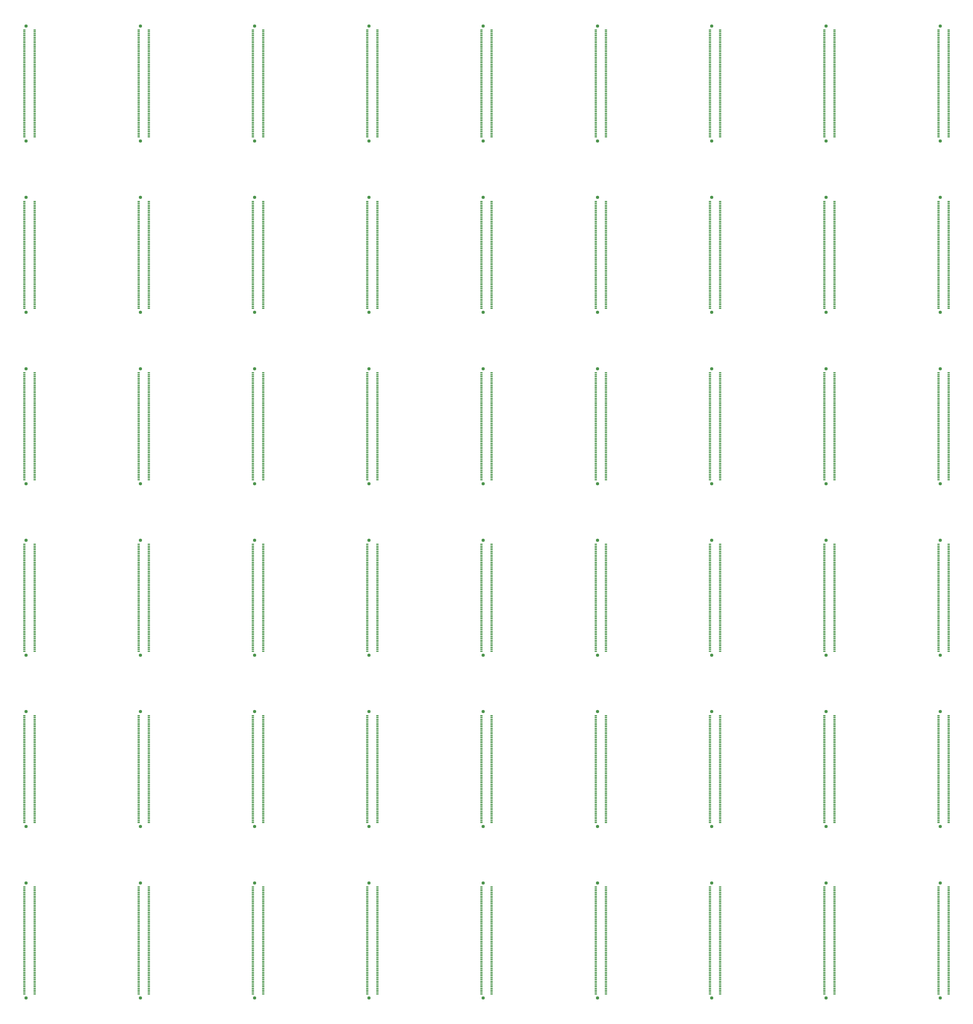
<source format=gbr>
%TF.GenerationSoftware,KiCad,Pcbnew,(5.1.9-0-10_14)*%
%TF.CreationDate,2021-05-26T15:42:51-04:00*%
%TF.ProjectId,backplane,6261636b-706c-4616-9e65-2e6b69636164,rev?*%
%TF.SameCoordinates,Original*%
%TF.FileFunction,Soldermask,Bot*%
%TF.FilePolarity,Negative*%
%FSLAX46Y46*%
G04 Gerber Fmt 4.6, Leading zero omitted, Abs format (unit mm)*
G04 Created by KiCad (PCBNEW (5.1.9-0-10_14)) date 2021-05-26 15:42:51*
%MOMM*%
%LPD*%
G01*
G04 APERTURE LIST*
%ADD10R,1.100000X0.500000*%
%ADD11C,1.450000*%
G04 APERTURE END LIST*
D10*
%TO.C,J102*%
X553750000Y-14150000D03*
X549250000Y-14150000D03*
X553750000Y-14950000D03*
X549250000Y-14950000D03*
X553750000Y-15750000D03*
X549250000Y-15750000D03*
X553750000Y-16550000D03*
X549250000Y-16550000D03*
X553750000Y-17350000D03*
X549250000Y-17350000D03*
X553750000Y-18150000D03*
X549250000Y-18150000D03*
X553750000Y-18950000D03*
X549250000Y-18950000D03*
X553750000Y-19750000D03*
X549250000Y-19750000D03*
X553750000Y-20550000D03*
X549250000Y-20550000D03*
X553750000Y-21350000D03*
X549250000Y-21350000D03*
X553750000Y-22150000D03*
X549250000Y-22150000D03*
X553750000Y-22950000D03*
X549250000Y-22950000D03*
X553750000Y-23750000D03*
X549250000Y-23750000D03*
X553750000Y-24550000D03*
X549250000Y-24550000D03*
X553750000Y-25350000D03*
X549250000Y-25350000D03*
X553750000Y-26150000D03*
X549250000Y-26150000D03*
X553750000Y-26950000D03*
X549250000Y-26950000D03*
X553750000Y-27750000D03*
X549250000Y-27750000D03*
X553750000Y-28550000D03*
X549250000Y-28550000D03*
X553750000Y-29350000D03*
X549250000Y-29350000D03*
X553750000Y-30150000D03*
X549250000Y-30150000D03*
X553750000Y-30950000D03*
X549250000Y-30950000D03*
X553750000Y-31750000D03*
X549250000Y-31750000D03*
X553750000Y-32550000D03*
X549250000Y-32550000D03*
X553750000Y-33350000D03*
X549250000Y-33350000D03*
X553750000Y-34150000D03*
X549250000Y-34150000D03*
X553750000Y-34950000D03*
X549250000Y-34950000D03*
X553750000Y-35750000D03*
X549250000Y-35750000D03*
X553750000Y-36550000D03*
X549250000Y-36550000D03*
X553750000Y-37350000D03*
X549250000Y-37350000D03*
X553750000Y-38150000D03*
X549250000Y-38150000D03*
X553750000Y-38950000D03*
X549250000Y-38950000D03*
X553750000Y-39750000D03*
X549250000Y-39750000D03*
X553750000Y-40550000D03*
X549250000Y-40550000D03*
X553750000Y-41350000D03*
X549250000Y-41350000D03*
X553750000Y-42150000D03*
X549250000Y-42150000D03*
X553750000Y-42950000D03*
X549250000Y-42950000D03*
X553750000Y-43750000D03*
X549250000Y-43750000D03*
X553750000Y-44550000D03*
X549250000Y-44550000D03*
X553750000Y-45350000D03*
X549250000Y-45350000D03*
X553750000Y-46150000D03*
X549250000Y-46150000D03*
X553750000Y-46950000D03*
X549250000Y-46950000D03*
X553750000Y-47750000D03*
X549250000Y-47750000D03*
X553750000Y-48550000D03*
X549250000Y-48550000D03*
X553750000Y-49350000D03*
X549250000Y-49350000D03*
X553750000Y-50150000D03*
X549250000Y-50150000D03*
X553750000Y-50950000D03*
X549250000Y-50950000D03*
X553750000Y-51750000D03*
X549250000Y-51750000D03*
X553750000Y-52550000D03*
X549250000Y-52550000D03*
X553750000Y-53350000D03*
X549250000Y-53350000D03*
X553750000Y-54150000D03*
X549250000Y-54150000D03*
X553750000Y-54950000D03*
X549250000Y-54950000D03*
X553750000Y-55750000D03*
X549250000Y-55750000D03*
X553750000Y-56550000D03*
X549250000Y-56550000D03*
X553750000Y-57350000D03*
X549250000Y-57350000D03*
X553750000Y-58150000D03*
X549250000Y-58150000D03*
X553750000Y-58950000D03*
X549250000Y-58950000D03*
X553750000Y-59750000D03*
X549250000Y-59750000D03*
X553750000Y-60550000D03*
X549250000Y-60550000D03*
X553750000Y-61350000D03*
X549250000Y-61350000D03*
D11*
X550000000Y-12350000D03*
X550000000Y-63150000D03*
%TD*%
D10*
%TO.C,J402*%
X553750000Y-165650000D03*
X549250000Y-165650000D03*
X553750000Y-166450000D03*
X549250000Y-166450000D03*
X553750000Y-167250000D03*
X549250000Y-167250000D03*
X553750000Y-168050000D03*
X549250000Y-168050000D03*
X553750000Y-168850000D03*
X549250000Y-168850000D03*
X553750000Y-169650000D03*
X549250000Y-169650000D03*
X553750000Y-170450000D03*
X549250000Y-170450000D03*
X553750000Y-171250000D03*
X549250000Y-171250000D03*
X553750000Y-172050000D03*
X549250000Y-172050000D03*
X553750000Y-172850000D03*
X549250000Y-172850000D03*
X553750000Y-173650000D03*
X549250000Y-173650000D03*
X553750000Y-174450000D03*
X549250000Y-174450000D03*
X553750000Y-175250000D03*
X549250000Y-175250000D03*
X553750000Y-176050000D03*
X549250000Y-176050000D03*
X553750000Y-176850000D03*
X549250000Y-176850000D03*
X553750000Y-177650000D03*
X549250000Y-177650000D03*
X553750000Y-178450000D03*
X549250000Y-178450000D03*
X553750000Y-179250000D03*
X549250000Y-179250000D03*
X553750000Y-180050000D03*
X549250000Y-180050000D03*
X553750000Y-180850000D03*
X549250000Y-180850000D03*
X553750000Y-181650000D03*
X549250000Y-181650000D03*
X553750000Y-182450000D03*
X549250000Y-182450000D03*
X553750000Y-183250000D03*
X549250000Y-183250000D03*
X553750000Y-184050000D03*
X549250000Y-184050000D03*
X553750000Y-184850000D03*
X549250000Y-184850000D03*
X553750000Y-185650000D03*
X549250000Y-185650000D03*
X553750000Y-186450000D03*
X549250000Y-186450000D03*
X553750000Y-187250000D03*
X549250000Y-187250000D03*
X553750000Y-188050000D03*
X549250000Y-188050000D03*
X553750000Y-188850000D03*
X549250000Y-188850000D03*
X553750000Y-189650000D03*
X549250000Y-189650000D03*
X553750000Y-190450000D03*
X549250000Y-190450000D03*
X553750000Y-191250000D03*
X549250000Y-191250000D03*
X553750000Y-192050000D03*
X549250000Y-192050000D03*
X553750000Y-192850000D03*
X549250000Y-192850000D03*
X553750000Y-193650000D03*
X549250000Y-193650000D03*
X553750000Y-194450000D03*
X549250000Y-194450000D03*
X553750000Y-195250000D03*
X549250000Y-195250000D03*
X553750000Y-196050000D03*
X549250000Y-196050000D03*
X553750000Y-196850000D03*
X549250000Y-196850000D03*
X553750000Y-197650000D03*
X549250000Y-197650000D03*
X553750000Y-198450000D03*
X549250000Y-198450000D03*
X553750000Y-199250000D03*
X549250000Y-199250000D03*
X553750000Y-200050000D03*
X549250000Y-200050000D03*
X553750000Y-200850000D03*
X549250000Y-200850000D03*
X553750000Y-201650000D03*
X549250000Y-201650000D03*
X553750000Y-202450000D03*
X549250000Y-202450000D03*
X553750000Y-203250000D03*
X549250000Y-203250000D03*
X553750000Y-204050000D03*
X549250000Y-204050000D03*
X553750000Y-204850000D03*
X549250000Y-204850000D03*
X553750000Y-205650000D03*
X549250000Y-205650000D03*
X553750000Y-206450000D03*
X549250000Y-206450000D03*
X553750000Y-207250000D03*
X549250000Y-207250000D03*
X553750000Y-208050000D03*
X549250000Y-208050000D03*
X553750000Y-208850000D03*
X549250000Y-208850000D03*
X553750000Y-209650000D03*
X549250000Y-209650000D03*
X553750000Y-210450000D03*
X549250000Y-210450000D03*
X553750000Y-211250000D03*
X549250000Y-211250000D03*
X553750000Y-212050000D03*
X549250000Y-212050000D03*
X553750000Y-212850000D03*
X549250000Y-212850000D03*
D11*
X550000000Y-163850000D03*
X550000000Y-214650000D03*
%TD*%
%TO.C,J602*%
X550000000Y-290400000D03*
X550000000Y-239600000D03*
D10*
X549250000Y-288600000D03*
X553750000Y-288600000D03*
X549250000Y-287800000D03*
X553750000Y-287800000D03*
X549250000Y-287000000D03*
X553750000Y-287000000D03*
X549250000Y-286200000D03*
X553750000Y-286200000D03*
X549250000Y-285400000D03*
X553750000Y-285400000D03*
X549250000Y-284600000D03*
X553750000Y-284600000D03*
X549250000Y-283800000D03*
X553750000Y-283800000D03*
X549250000Y-283000000D03*
X553750000Y-283000000D03*
X549250000Y-282200000D03*
X553750000Y-282200000D03*
X549250000Y-281400000D03*
X553750000Y-281400000D03*
X549250000Y-280600000D03*
X553750000Y-280600000D03*
X549250000Y-279800000D03*
X553750000Y-279800000D03*
X549250000Y-279000000D03*
X553750000Y-279000000D03*
X549250000Y-278200000D03*
X553750000Y-278200000D03*
X549250000Y-277400000D03*
X553750000Y-277400000D03*
X549250000Y-276600000D03*
X553750000Y-276600000D03*
X549250000Y-275800000D03*
X553750000Y-275800000D03*
X549250000Y-275000000D03*
X553750000Y-275000000D03*
X549250000Y-274200000D03*
X553750000Y-274200000D03*
X549250000Y-273400000D03*
X553750000Y-273400000D03*
X549250000Y-272600000D03*
X553750000Y-272600000D03*
X549250000Y-271800000D03*
X553750000Y-271800000D03*
X549250000Y-271000000D03*
X553750000Y-271000000D03*
X549250000Y-270200000D03*
X553750000Y-270200000D03*
X549250000Y-269400000D03*
X553750000Y-269400000D03*
X549250000Y-268600000D03*
X553750000Y-268600000D03*
X549250000Y-267800000D03*
X553750000Y-267800000D03*
X549250000Y-267000000D03*
X553750000Y-267000000D03*
X549250000Y-266200000D03*
X553750000Y-266200000D03*
X549250000Y-265400000D03*
X553750000Y-265400000D03*
X549250000Y-264600000D03*
X553750000Y-264600000D03*
X549250000Y-263800000D03*
X553750000Y-263800000D03*
X549250000Y-263000000D03*
X553750000Y-263000000D03*
X549250000Y-262200000D03*
X553750000Y-262200000D03*
X549250000Y-261400000D03*
X553750000Y-261400000D03*
X549250000Y-260600000D03*
X553750000Y-260600000D03*
X549250000Y-259800000D03*
X553750000Y-259800000D03*
X549250000Y-259000000D03*
X553750000Y-259000000D03*
X549250000Y-258200000D03*
X553750000Y-258200000D03*
X549250000Y-257400000D03*
X553750000Y-257400000D03*
X549250000Y-256600000D03*
X553750000Y-256600000D03*
X549250000Y-255800000D03*
X553750000Y-255800000D03*
X549250000Y-255000000D03*
X553750000Y-255000000D03*
X549250000Y-254200000D03*
X553750000Y-254200000D03*
X549250000Y-253400000D03*
X553750000Y-253400000D03*
X549250000Y-252600000D03*
X553750000Y-252600000D03*
X549250000Y-251800000D03*
X553750000Y-251800000D03*
X549250000Y-251000000D03*
X553750000Y-251000000D03*
X549250000Y-250200000D03*
X553750000Y-250200000D03*
X549250000Y-249400000D03*
X553750000Y-249400000D03*
X549250000Y-248600000D03*
X553750000Y-248600000D03*
X549250000Y-247800000D03*
X553750000Y-247800000D03*
X549250000Y-247000000D03*
X553750000Y-247000000D03*
X549250000Y-246200000D03*
X553750000Y-246200000D03*
X549250000Y-245400000D03*
X553750000Y-245400000D03*
X549250000Y-244600000D03*
X553750000Y-244600000D03*
X549250000Y-243800000D03*
X553750000Y-243800000D03*
X549250000Y-243000000D03*
X553750000Y-243000000D03*
X549250000Y-242200000D03*
X553750000Y-242200000D03*
X549250000Y-241400000D03*
X553750000Y-241400000D03*
%TD*%
D11*
%TO.C,J302*%
X550000000Y-138900000D03*
X550000000Y-88100000D03*
D10*
X549250000Y-137100000D03*
X553750000Y-137100000D03*
X549250000Y-136300000D03*
X553750000Y-136300000D03*
X549250000Y-135500000D03*
X553750000Y-135500000D03*
X549250000Y-134700000D03*
X553750000Y-134700000D03*
X549250000Y-133900000D03*
X553750000Y-133900000D03*
X549250000Y-133100000D03*
X553750000Y-133100000D03*
X549250000Y-132300000D03*
X553750000Y-132300000D03*
X549250000Y-131500000D03*
X553750000Y-131500000D03*
X549250000Y-130700000D03*
X553750000Y-130700000D03*
X549250000Y-129900000D03*
X553750000Y-129900000D03*
X549250000Y-129100000D03*
X553750000Y-129100000D03*
X549250000Y-128300000D03*
X553750000Y-128300000D03*
X549250000Y-127500000D03*
X553750000Y-127500000D03*
X549250000Y-126700000D03*
X553750000Y-126700000D03*
X549250000Y-125900000D03*
X553750000Y-125900000D03*
X549250000Y-125100000D03*
X553750000Y-125100000D03*
X549250000Y-124300000D03*
X553750000Y-124300000D03*
X549250000Y-123500000D03*
X553750000Y-123500000D03*
X549250000Y-122700000D03*
X553750000Y-122700000D03*
X549250000Y-121900000D03*
X553750000Y-121900000D03*
X549250000Y-121100000D03*
X553750000Y-121100000D03*
X549250000Y-120300000D03*
X553750000Y-120300000D03*
X549250000Y-119500000D03*
X553750000Y-119500000D03*
X549250000Y-118700000D03*
X553750000Y-118700000D03*
X549250000Y-117900000D03*
X553750000Y-117900000D03*
X549250000Y-117100000D03*
X553750000Y-117100000D03*
X549250000Y-116300000D03*
X553750000Y-116300000D03*
X549250000Y-115500000D03*
X553750000Y-115500000D03*
X549250000Y-114700000D03*
X553750000Y-114700000D03*
X549250000Y-113900000D03*
X553750000Y-113900000D03*
X549250000Y-113100000D03*
X553750000Y-113100000D03*
X549250000Y-112300000D03*
X553750000Y-112300000D03*
X549250000Y-111500000D03*
X553750000Y-111500000D03*
X549250000Y-110700000D03*
X553750000Y-110700000D03*
X549250000Y-109900000D03*
X553750000Y-109900000D03*
X549250000Y-109100000D03*
X553750000Y-109100000D03*
X549250000Y-108300000D03*
X553750000Y-108300000D03*
X549250000Y-107500000D03*
X553750000Y-107500000D03*
X549250000Y-106700000D03*
X553750000Y-106700000D03*
X549250000Y-105900000D03*
X553750000Y-105900000D03*
X549250000Y-105100000D03*
X553750000Y-105100000D03*
X549250000Y-104300000D03*
X553750000Y-104300000D03*
X549250000Y-103500000D03*
X553750000Y-103500000D03*
X549250000Y-102700000D03*
X553750000Y-102700000D03*
X549250000Y-101900000D03*
X553750000Y-101900000D03*
X549250000Y-101100000D03*
X553750000Y-101100000D03*
X549250000Y-100300000D03*
X553750000Y-100300000D03*
X549250000Y-99500000D03*
X553750000Y-99500000D03*
X549250000Y-98700000D03*
X553750000Y-98700000D03*
X549250000Y-97900000D03*
X553750000Y-97900000D03*
X549250000Y-97100000D03*
X553750000Y-97100000D03*
X549250000Y-96300000D03*
X553750000Y-96300000D03*
X549250000Y-95500000D03*
X553750000Y-95500000D03*
X549250000Y-94700000D03*
X553750000Y-94700000D03*
X549250000Y-93900000D03*
X553750000Y-93900000D03*
X549250000Y-93100000D03*
X553750000Y-93100000D03*
X549250000Y-92300000D03*
X553750000Y-92300000D03*
X549250000Y-91500000D03*
X553750000Y-91500000D03*
X549250000Y-90700000D03*
X553750000Y-90700000D03*
X549250000Y-89900000D03*
X553750000Y-89900000D03*
%TD*%
%TO.C,J1*%
X553750000Y-317150000D03*
X549250000Y-317150000D03*
X553750000Y-317950000D03*
X549250000Y-317950000D03*
X553750000Y-318750000D03*
X549250000Y-318750000D03*
X553750000Y-319550000D03*
X549250000Y-319550000D03*
X553750000Y-320350000D03*
X549250000Y-320350000D03*
X553750000Y-321150000D03*
X549250000Y-321150000D03*
X553750000Y-321950000D03*
X549250000Y-321950000D03*
X553750000Y-322750000D03*
X549250000Y-322750000D03*
X553750000Y-323550000D03*
X549250000Y-323550000D03*
X553750000Y-324350000D03*
X549250000Y-324350000D03*
X553750000Y-325150000D03*
X549250000Y-325150000D03*
X553750000Y-325950000D03*
X549250000Y-325950000D03*
X553750000Y-326750000D03*
X549250000Y-326750000D03*
X553750000Y-327550000D03*
X549250000Y-327550000D03*
X553750000Y-328350000D03*
X549250000Y-328350000D03*
X553750000Y-329150000D03*
X549250000Y-329150000D03*
X553750000Y-329950000D03*
X549250000Y-329950000D03*
X553750000Y-330750000D03*
X549250000Y-330750000D03*
X553750000Y-331550000D03*
X549250000Y-331550000D03*
X553750000Y-332350000D03*
X549250000Y-332350000D03*
X553750000Y-333150000D03*
X549250000Y-333150000D03*
X553750000Y-333950000D03*
X549250000Y-333950000D03*
X553750000Y-334750000D03*
X549250000Y-334750000D03*
X553750000Y-335550000D03*
X549250000Y-335550000D03*
X553750000Y-336350000D03*
X549250000Y-336350000D03*
X553750000Y-337150000D03*
X549250000Y-337150000D03*
X553750000Y-337950000D03*
X549250000Y-337950000D03*
X553750000Y-338750000D03*
X549250000Y-338750000D03*
X553750000Y-339550000D03*
X549250000Y-339550000D03*
X553750000Y-340350000D03*
X549250000Y-340350000D03*
X553750000Y-341150000D03*
X549250000Y-341150000D03*
X553750000Y-341950000D03*
X549250000Y-341950000D03*
X553750000Y-342750000D03*
X549250000Y-342750000D03*
X553750000Y-343550000D03*
X549250000Y-343550000D03*
X553750000Y-344350000D03*
X549250000Y-344350000D03*
X553750000Y-345150000D03*
X549250000Y-345150000D03*
X553750000Y-345950000D03*
X549250000Y-345950000D03*
X553750000Y-346750000D03*
X549250000Y-346750000D03*
X553750000Y-347550000D03*
X549250000Y-347550000D03*
X553750000Y-348350000D03*
X549250000Y-348350000D03*
X553750000Y-349150000D03*
X549250000Y-349150000D03*
X553750000Y-349950000D03*
X549250000Y-349950000D03*
X553750000Y-350750000D03*
X549250000Y-350750000D03*
X553750000Y-351550000D03*
X549250000Y-351550000D03*
X553750000Y-352350000D03*
X549250000Y-352350000D03*
X553750000Y-353150000D03*
X549250000Y-353150000D03*
X553750000Y-353950000D03*
X549250000Y-353950000D03*
X553750000Y-354750000D03*
X549250000Y-354750000D03*
X553750000Y-355550000D03*
X549250000Y-355550000D03*
X553750000Y-356350000D03*
X549250000Y-356350000D03*
X553750000Y-357150000D03*
X549250000Y-357150000D03*
X553750000Y-357950000D03*
X549250000Y-357950000D03*
X553750000Y-358750000D03*
X549250000Y-358750000D03*
X553750000Y-359550000D03*
X549250000Y-359550000D03*
X553750000Y-360350000D03*
X549250000Y-360350000D03*
X553750000Y-361150000D03*
X549250000Y-361150000D03*
X553750000Y-361950000D03*
X549250000Y-361950000D03*
X553750000Y-362750000D03*
X549250000Y-362750000D03*
X553750000Y-363550000D03*
X549250000Y-363550000D03*
X553750000Y-364350000D03*
X549250000Y-364350000D03*
D11*
X550000000Y-315350000D03*
X550000000Y-366150000D03*
%TD*%
%TO.C,J2*%
X550000000Y-441900000D03*
X550000000Y-391100000D03*
D10*
X549250000Y-440100000D03*
X553750000Y-440100000D03*
X549250000Y-439300000D03*
X553750000Y-439300000D03*
X549250000Y-438500000D03*
X553750000Y-438500000D03*
X549250000Y-437700000D03*
X553750000Y-437700000D03*
X549250000Y-436900000D03*
X553750000Y-436900000D03*
X549250000Y-436100000D03*
X553750000Y-436100000D03*
X549250000Y-435300000D03*
X553750000Y-435300000D03*
X549250000Y-434500000D03*
X553750000Y-434500000D03*
X549250000Y-433700000D03*
X553750000Y-433700000D03*
X549250000Y-432900000D03*
X553750000Y-432900000D03*
X549250000Y-432100000D03*
X553750000Y-432100000D03*
X549250000Y-431300000D03*
X553750000Y-431300000D03*
X549250000Y-430500000D03*
X553750000Y-430500000D03*
X549250000Y-429700000D03*
X553750000Y-429700000D03*
X549250000Y-428900000D03*
X553750000Y-428900000D03*
X549250000Y-428100000D03*
X553750000Y-428100000D03*
X549250000Y-427300000D03*
X553750000Y-427300000D03*
X549250000Y-426500000D03*
X553750000Y-426500000D03*
X549250000Y-425700000D03*
X553750000Y-425700000D03*
X549250000Y-424900000D03*
X553750000Y-424900000D03*
X549250000Y-424100000D03*
X553750000Y-424100000D03*
X549250000Y-423300000D03*
X553750000Y-423300000D03*
X549250000Y-422500000D03*
X553750000Y-422500000D03*
X549250000Y-421700000D03*
X553750000Y-421700000D03*
X549250000Y-420900000D03*
X553750000Y-420900000D03*
X549250000Y-420100000D03*
X553750000Y-420100000D03*
X549250000Y-419300000D03*
X553750000Y-419300000D03*
X549250000Y-418500000D03*
X553750000Y-418500000D03*
X549250000Y-417700000D03*
X553750000Y-417700000D03*
X549250000Y-416900000D03*
X553750000Y-416900000D03*
X549250000Y-416100000D03*
X553750000Y-416100000D03*
X549250000Y-415300000D03*
X553750000Y-415300000D03*
X549250000Y-414500000D03*
X553750000Y-414500000D03*
X549250000Y-413700000D03*
X553750000Y-413700000D03*
X549250000Y-412900000D03*
X553750000Y-412900000D03*
X549250000Y-412100000D03*
X553750000Y-412100000D03*
X549250000Y-411300000D03*
X553750000Y-411300000D03*
X549250000Y-410500000D03*
X553750000Y-410500000D03*
X549250000Y-409700000D03*
X553750000Y-409700000D03*
X549250000Y-408900000D03*
X553750000Y-408900000D03*
X549250000Y-408100000D03*
X553750000Y-408100000D03*
X549250000Y-407300000D03*
X553750000Y-407300000D03*
X549250000Y-406500000D03*
X553750000Y-406500000D03*
X549250000Y-405700000D03*
X553750000Y-405700000D03*
X549250000Y-404900000D03*
X553750000Y-404900000D03*
X549250000Y-404100000D03*
X553750000Y-404100000D03*
X549250000Y-403300000D03*
X553750000Y-403300000D03*
X549250000Y-402500000D03*
X553750000Y-402500000D03*
X549250000Y-401700000D03*
X553750000Y-401700000D03*
X549250000Y-400900000D03*
X553750000Y-400900000D03*
X549250000Y-400100000D03*
X553750000Y-400100000D03*
X549250000Y-399300000D03*
X553750000Y-399300000D03*
X549250000Y-398500000D03*
X553750000Y-398500000D03*
X549250000Y-397700000D03*
X553750000Y-397700000D03*
X549250000Y-396900000D03*
X553750000Y-396900000D03*
X549250000Y-396100000D03*
X553750000Y-396100000D03*
X549250000Y-395300000D03*
X553750000Y-395300000D03*
X549250000Y-394500000D03*
X553750000Y-394500000D03*
X549250000Y-393700000D03*
X553750000Y-393700000D03*
X549250000Y-392900000D03*
X553750000Y-392900000D03*
%TD*%
%TO.C,J102*%
X402250000Y-14150000D03*
X397750000Y-14150000D03*
X402250000Y-14950000D03*
X397750000Y-14950000D03*
X402250000Y-15750000D03*
X397750000Y-15750000D03*
X402250000Y-16550000D03*
X397750000Y-16550000D03*
X402250000Y-17350000D03*
X397750000Y-17350000D03*
X402250000Y-18150000D03*
X397750000Y-18150000D03*
X402250000Y-18950000D03*
X397750000Y-18950000D03*
X402250000Y-19750000D03*
X397750000Y-19750000D03*
X402250000Y-20550000D03*
X397750000Y-20550000D03*
X402250000Y-21350000D03*
X397750000Y-21350000D03*
X402250000Y-22150000D03*
X397750000Y-22150000D03*
X402250000Y-22950000D03*
X397750000Y-22950000D03*
X402250000Y-23750000D03*
X397750000Y-23750000D03*
X402250000Y-24550000D03*
X397750000Y-24550000D03*
X402250000Y-25350000D03*
X397750000Y-25350000D03*
X402250000Y-26150000D03*
X397750000Y-26150000D03*
X402250000Y-26950000D03*
X397750000Y-26950000D03*
X402250000Y-27750000D03*
X397750000Y-27750000D03*
X402250000Y-28550000D03*
X397750000Y-28550000D03*
X402250000Y-29350000D03*
X397750000Y-29350000D03*
X402250000Y-30150000D03*
X397750000Y-30150000D03*
X402250000Y-30950000D03*
X397750000Y-30950000D03*
X402250000Y-31750000D03*
X397750000Y-31750000D03*
X402250000Y-32550000D03*
X397750000Y-32550000D03*
X402250000Y-33350000D03*
X397750000Y-33350000D03*
X402250000Y-34150000D03*
X397750000Y-34150000D03*
X402250000Y-34950000D03*
X397750000Y-34950000D03*
X402250000Y-35750000D03*
X397750000Y-35750000D03*
X402250000Y-36550000D03*
X397750000Y-36550000D03*
X402250000Y-37350000D03*
X397750000Y-37350000D03*
X402250000Y-38150000D03*
X397750000Y-38150000D03*
X402250000Y-38950000D03*
X397750000Y-38950000D03*
X402250000Y-39750000D03*
X397750000Y-39750000D03*
X402250000Y-40550000D03*
X397750000Y-40550000D03*
X402250000Y-41350000D03*
X397750000Y-41350000D03*
X402250000Y-42150000D03*
X397750000Y-42150000D03*
X402250000Y-42950000D03*
X397750000Y-42950000D03*
X402250000Y-43750000D03*
X397750000Y-43750000D03*
X402250000Y-44550000D03*
X397750000Y-44550000D03*
X402250000Y-45350000D03*
X397750000Y-45350000D03*
X402250000Y-46150000D03*
X397750000Y-46150000D03*
X402250000Y-46950000D03*
X397750000Y-46950000D03*
X402250000Y-47750000D03*
X397750000Y-47750000D03*
X402250000Y-48550000D03*
X397750000Y-48550000D03*
X402250000Y-49350000D03*
X397750000Y-49350000D03*
X402250000Y-50150000D03*
X397750000Y-50150000D03*
X402250000Y-50950000D03*
X397750000Y-50950000D03*
X402250000Y-51750000D03*
X397750000Y-51750000D03*
X402250000Y-52550000D03*
X397750000Y-52550000D03*
X402250000Y-53350000D03*
X397750000Y-53350000D03*
X402250000Y-54150000D03*
X397750000Y-54150000D03*
X402250000Y-54950000D03*
X397750000Y-54950000D03*
X402250000Y-55750000D03*
X397750000Y-55750000D03*
X402250000Y-56550000D03*
X397750000Y-56550000D03*
X402250000Y-57350000D03*
X397750000Y-57350000D03*
X402250000Y-58150000D03*
X397750000Y-58150000D03*
X402250000Y-58950000D03*
X397750000Y-58950000D03*
X402250000Y-59750000D03*
X397750000Y-59750000D03*
X402250000Y-60550000D03*
X397750000Y-60550000D03*
X402250000Y-61350000D03*
X397750000Y-61350000D03*
D11*
X398500000Y-12350000D03*
X398500000Y-63150000D03*
%TD*%
%TO.C,J302*%
X398500000Y-138900000D03*
X398500000Y-88100000D03*
D10*
X397750000Y-137100000D03*
X402250000Y-137100000D03*
X397750000Y-136300000D03*
X402250000Y-136300000D03*
X397750000Y-135500000D03*
X402250000Y-135500000D03*
X397750000Y-134700000D03*
X402250000Y-134700000D03*
X397750000Y-133900000D03*
X402250000Y-133900000D03*
X397750000Y-133100000D03*
X402250000Y-133100000D03*
X397750000Y-132300000D03*
X402250000Y-132300000D03*
X397750000Y-131500000D03*
X402250000Y-131500000D03*
X397750000Y-130700000D03*
X402250000Y-130700000D03*
X397750000Y-129900000D03*
X402250000Y-129900000D03*
X397750000Y-129100000D03*
X402250000Y-129100000D03*
X397750000Y-128300000D03*
X402250000Y-128300000D03*
X397750000Y-127500000D03*
X402250000Y-127500000D03*
X397750000Y-126700000D03*
X402250000Y-126700000D03*
X397750000Y-125900000D03*
X402250000Y-125900000D03*
X397750000Y-125100000D03*
X402250000Y-125100000D03*
X397750000Y-124300000D03*
X402250000Y-124300000D03*
X397750000Y-123500000D03*
X402250000Y-123500000D03*
X397750000Y-122700000D03*
X402250000Y-122700000D03*
X397750000Y-121900000D03*
X402250000Y-121900000D03*
X397750000Y-121100000D03*
X402250000Y-121100000D03*
X397750000Y-120300000D03*
X402250000Y-120300000D03*
X397750000Y-119500000D03*
X402250000Y-119500000D03*
X397750000Y-118700000D03*
X402250000Y-118700000D03*
X397750000Y-117900000D03*
X402250000Y-117900000D03*
X397750000Y-117100000D03*
X402250000Y-117100000D03*
X397750000Y-116300000D03*
X402250000Y-116300000D03*
X397750000Y-115500000D03*
X402250000Y-115500000D03*
X397750000Y-114700000D03*
X402250000Y-114700000D03*
X397750000Y-113900000D03*
X402250000Y-113900000D03*
X397750000Y-113100000D03*
X402250000Y-113100000D03*
X397750000Y-112300000D03*
X402250000Y-112300000D03*
X397750000Y-111500000D03*
X402250000Y-111500000D03*
X397750000Y-110700000D03*
X402250000Y-110700000D03*
X397750000Y-109900000D03*
X402250000Y-109900000D03*
X397750000Y-109100000D03*
X402250000Y-109100000D03*
X397750000Y-108300000D03*
X402250000Y-108300000D03*
X397750000Y-107500000D03*
X402250000Y-107500000D03*
X397750000Y-106700000D03*
X402250000Y-106700000D03*
X397750000Y-105900000D03*
X402250000Y-105900000D03*
X397750000Y-105100000D03*
X402250000Y-105100000D03*
X397750000Y-104300000D03*
X402250000Y-104300000D03*
X397750000Y-103500000D03*
X402250000Y-103500000D03*
X397750000Y-102700000D03*
X402250000Y-102700000D03*
X397750000Y-101900000D03*
X402250000Y-101900000D03*
X397750000Y-101100000D03*
X402250000Y-101100000D03*
X397750000Y-100300000D03*
X402250000Y-100300000D03*
X397750000Y-99500000D03*
X402250000Y-99500000D03*
X397750000Y-98700000D03*
X402250000Y-98700000D03*
X397750000Y-97900000D03*
X402250000Y-97900000D03*
X397750000Y-97100000D03*
X402250000Y-97100000D03*
X397750000Y-96300000D03*
X402250000Y-96300000D03*
X397750000Y-95500000D03*
X402250000Y-95500000D03*
X397750000Y-94700000D03*
X402250000Y-94700000D03*
X397750000Y-93900000D03*
X402250000Y-93900000D03*
X397750000Y-93100000D03*
X402250000Y-93100000D03*
X397750000Y-92300000D03*
X402250000Y-92300000D03*
X397750000Y-91500000D03*
X402250000Y-91500000D03*
X397750000Y-90700000D03*
X402250000Y-90700000D03*
X397750000Y-89900000D03*
X402250000Y-89900000D03*
%TD*%
D11*
%TO.C,J402*%
X348000000Y-214650000D03*
X348000000Y-163850000D03*
D10*
X347250000Y-212850000D03*
X351750000Y-212850000D03*
X347250000Y-212050000D03*
X351750000Y-212050000D03*
X347250000Y-211250000D03*
X351750000Y-211250000D03*
X347250000Y-210450000D03*
X351750000Y-210450000D03*
X347250000Y-209650000D03*
X351750000Y-209650000D03*
X347250000Y-208850000D03*
X351750000Y-208850000D03*
X347250000Y-208050000D03*
X351750000Y-208050000D03*
X347250000Y-207250000D03*
X351750000Y-207250000D03*
X347250000Y-206450000D03*
X351750000Y-206450000D03*
X347250000Y-205650000D03*
X351750000Y-205650000D03*
X347250000Y-204850000D03*
X351750000Y-204850000D03*
X347250000Y-204050000D03*
X351750000Y-204050000D03*
X347250000Y-203250000D03*
X351750000Y-203250000D03*
X347250000Y-202450000D03*
X351750000Y-202450000D03*
X347250000Y-201650000D03*
X351750000Y-201650000D03*
X347250000Y-200850000D03*
X351750000Y-200850000D03*
X347250000Y-200050000D03*
X351750000Y-200050000D03*
X347250000Y-199250000D03*
X351750000Y-199250000D03*
X347250000Y-198450000D03*
X351750000Y-198450000D03*
X347250000Y-197650000D03*
X351750000Y-197650000D03*
X347250000Y-196850000D03*
X351750000Y-196850000D03*
X347250000Y-196050000D03*
X351750000Y-196050000D03*
X347250000Y-195250000D03*
X351750000Y-195250000D03*
X347250000Y-194450000D03*
X351750000Y-194450000D03*
X347250000Y-193650000D03*
X351750000Y-193650000D03*
X347250000Y-192850000D03*
X351750000Y-192850000D03*
X347250000Y-192050000D03*
X351750000Y-192050000D03*
X347250000Y-191250000D03*
X351750000Y-191250000D03*
X347250000Y-190450000D03*
X351750000Y-190450000D03*
X347250000Y-189650000D03*
X351750000Y-189650000D03*
X347250000Y-188850000D03*
X351750000Y-188850000D03*
X347250000Y-188050000D03*
X351750000Y-188050000D03*
X347250000Y-187250000D03*
X351750000Y-187250000D03*
X347250000Y-186450000D03*
X351750000Y-186450000D03*
X347250000Y-185650000D03*
X351750000Y-185650000D03*
X347250000Y-184850000D03*
X351750000Y-184850000D03*
X347250000Y-184050000D03*
X351750000Y-184050000D03*
X347250000Y-183250000D03*
X351750000Y-183250000D03*
X347250000Y-182450000D03*
X351750000Y-182450000D03*
X347250000Y-181650000D03*
X351750000Y-181650000D03*
X347250000Y-180850000D03*
X351750000Y-180850000D03*
X347250000Y-180050000D03*
X351750000Y-180050000D03*
X347250000Y-179250000D03*
X351750000Y-179250000D03*
X347250000Y-178450000D03*
X351750000Y-178450000D03*
X347250000Y-177650000D03*
X351750000Y-177650000D03*
X347250000Y-176850000D03*
X351750000Y-176850000D03*
X347250000Y-176050000D03*
X351750000Y-176050000D03*
X347250000Y-175250000D03*
X351750000Y-175250000D03*
X347250000Y-174450000D03*
X351750000Y-174450000D03*
X347250000Y-173650000D03*
X351750000Y-173650000D03*
X347250000Y-172850000D03*
X351750000Y-172850000D03*
X347250000Y-172050000D03*
X351750000Y-172050000D03*
X347250000Y-171250000D03*
X351750000Y-171250000D03*
X347250000Y-170450000D03*
X351750000Y-170450000D03*
X347250000Y-169650000D03*
X351750000Y-169650000D03*
X347250000Y-168850000D03*
X351750000Y-168850000D03*
X347250000Y-168050000D03*
X351750000Y-168050000D03*
X347250000Y-167250000D03*
X351750000Y-167250000D03*
X347250000Y-166450000D03*
X351750000Y-166450000D03*
X347250000Y-165650000D03*
X351750000Y-165650000D03*
%TD*%
%TO.C,J602*%
X351750000Y-241400000D03*
X347250000Y-241400000D03*
X351750000Y-242200000D03*
X347250000Y-242200000D03*
X351750000Y-243000000D03*
X347250000Y-243000000D03*
X351750000Y-243800000D03*
X347250000Y-243800000D03*
X351750000Y-244600000D03*
X347250000Y-244600000D03*
X351750000Y-245400000D03*
X347250000Y-245400000D03*
X351750000Y-246200000D03*
X347250000Y-246200000D03*
X351750000Y-247000000D03*
X347250000Y-247000000D03*
X351750000Y-247800000D03*
X347250000Y-247800000D03*
X351750000Y-248600000D03*
X347250000Y-248600000D03*
X351750000Y-249400000D03*
X347250000Y-249400000D03*
X351750000Y-250200000D03*
X347250000Y-250200000D03*
X351750000Y-251000000D03*
X347250000Y-251000000D03*
X351750000Y-251800000D03*
X347250000Y-251800000D03*
X351750000Y-252600000D03*
X347250000Y-252600000D03*
X351750000Y-253400000D03*
X347250000Y-253400000D03*
X351750000Y-254200000D03*
X347250000Y-254200000D03*
X351750000Y-255000000D03*
X347250000Y-255000000D03*
X351750000Y-255800000D03*
X347250000Y-255800000D03*
X351750000Y-256600000D03*
X347250000Y-256600000D03*
X351750000Y-257400000D03*
X347250000Y-257400000D03*
X351750000Y-258200000D03*
X347250000Y-258200000D03*
X351750000Y-259000000D03*
X347250000Y-259000000D03*
X351750000Y-259800000D03*
X347250000Y-259800000D03*
X351750000Y-260600000D03*
X347250000Y-260600000D03*
X351750000Y-261400000D03*
X347250000Y-261400000D03*
X351750000Y-262200000D03*
X347250000Y-262200000D03*
X351750000Y-263000000D03*
X347250000Y-263000000D03*
X351750000Y-263800000D03*
X347250000Y-263800000D03*
X351750000Y-264600000D03*
X347250000Y-264600000D03*
X351750000Y-265400000D03*
X347250000Y-265400000D03*
X351750000Y-266200000D03*
X347250000Y-266200000D03*
X351750000Y-267000000D03*
X347250000Y-267000000D03*
X351750000Y-267800000D03*
X347250000Y-267800000D03*
X351750000Y-268600000D03*
X347250000Y-268600000D03*
X351750000Y-269400000D03*
X347250000Y-269400000D03*
X351750000Y-270200000D03*
X347250000Y-270200000D03*
X351750000Y-271000000D03*
X347250000Y-271000000D03*
X351750000Y-271800000D03*
X347250000Y-271800000D03*
X351750000Y-272600000D03*
X347250000Y-272600000D03*
X351750000Y-273400000D03*
X347250000Y-273400000D03*
X351750000Y-274200000D03*
X347250000Y-274200000D03*
X351750000Y-275000000D03*
X347250000Y-275000000D03*
X351750000Y-275800000D03*
X347250000Y-275800000D03*
X351750000Y-276600000D03*
X347250000Y-276600000D03*
X351750000Y-277400000D03*
X347250000Y-277400000D03*
X351750000Y-278200000D03*
X347250000Y-278200000D03*
X351750000Y-279000000D03*
X347250000Y-279000000D03*
X351750000Y-279800000D03*
X347250000Y-279800000D03*
X351750000Y-280600000D03*
X347250000Y-280600000D03*
X351750000Y-281400000D03*
X347250000Y-281400000D03*
X351750000Y-282200000D03*
X347250000Y-282200000D03*
X351750000Y-283000000D03*
X347250000Y-283000000D03*
X351750000Y-283800000D03*
X347250000Y-283800000D03*
X351750000Y-284600000D03*
X347250000Y-284600000D03*
X351750000Y-285400000D03*
X347250000Y-285400000D03*
X351750000Y-286200000D03*
X347250000Y-286200000D03*
X351750000Y-287000000D03*
X347250000Y-287000000D03*
X351750000Y-287800000D03*
X347250000Y-287800000D03*
X351750000Y-288600000D03*
X347250000Y-288600000D03*
D11*
X348000000Y-239600000D03*
X348000000Y-290400000D03*
%TD*%
%TO.C,J102*%
X348000000Y-63150000D03*
X348000000Y-12350000D03*
D10*
X347250000Y-61350000D03*
X351750000Y-61350000D03*
X347250000Y-60550000D03*
X351750000Y-60550000D03*
X347250000Y-59750000D03*
X351750000Y-59750000D03*
X347250000Y-58950000D03*
X351750000Y-58950000D03*
X347250000Y-58150000D03*
X351750000Y-58150000D03*
X347250000Y-57350000D03*
X351750000Y-57350000D03*
X347250000Y-56550000D03*
X351750000Y-56550000D03*
X347250000Y-55750000D03*
X351750000Y-55750000D03*
X347250000Y-54950000D03*
X351750000Y-54950000D03*
X347250000Y-54150000D03*
X351750000Y-54150000D03*
X347250000Y-53350000D03*
X351750000Y-53350000D03*
X347250000Y-52550000D03*
X351750000Y-52550000D03*
X347250000Y-51750000D03*
X351750000Y-51750000D03*
X347250000Y-50950000D03*
X351750000Y-50950000D03*
X347250000Y-50150000D03*
X351750000Y-50150000D03*
X347250000Y-49350000D03*
X351750000Y-49350000D03*
X347250000Y-48550000D03*
X351750000Y-48550000D03*
X347250000Y-47750000D03*
X351750000Y-47750000D03*
X347250000Y-46950000D03*
X351750000Y-46950000D03*
X347250000Y-46150000D03*
X351750000Y-46150000D03*
X347250000Y-45350000D03*
X351750000Y-45350000D03*
X347250000Y-44550000D03*
X351750000Y-44550000D03*
X347250000Y-43750000D03*
X351750000Y-43750000D03*
X347250000Y-42950000D03*
X351750000Y-42950000D03*
X347250000Y-42150000D03*
X351750000Y-42150000D03*
X347250000Y-41350000D03*
X351750000Y-41350000D03*
X347250000Y-40550000D03*
X351750000Y-40550000D03*
X347250000Y-39750000D03*
X351750000Y-39750000D03*
X347250000Y-38950000D03*
X351750000Y-38950000D03*
X347250000Y-38150000D03*
X351750000Y-38150000D03*
X347250000Y-37350000D03*
X351750000Y-37350000D03*
X347250000Y-36550000D03*
X351750000Y-36550000D03*
X347250000Y-35750000D03*
X351750000Y-35750000D03*
X347250000Y-34950000D03*
X351750000Y-34950000D03*
X347250000Y-34150000D03*
X351750000Y-34150000D03*
X347250000Y-33350000D03*
X351750000Y-33350000D03*
X347250000Y-32550000D03*
X351750000Y-32550000D03*
X347250000Y-31750000D03*
X351750000Y-31750000D03*
X347250000Y-30950000D03*
X351750000Y-30950000D03*
X347250000Y-30150000D03*
X351750000Y-30150000D03*
X347250000Y-29350000D03*
X351750000Y-29350000D03*
X347250000Y-28550000D03*
X351750000Y-28550000D03*
X347250000Y-27750000D03*
X351750000Y-27750000D03*
X347250000Y-26950000D03*
X351750000Y-26950000D03*
X347250000Y-26150000D03*
X351750000Y-26150000D03*
X347250000Y-25350000D03*
X351750000Y-25350000D03*
X347250000Y-24550000D03*
X351750000Y-24550000D03*
X347250000Y-23750000D03*
X351750000Y-23750000D03*
X347250000Y-22950000D03*
X351750000Y-22950000D03*
X347250000Y-22150000D03*
X351750000Y-22150000D03*
X347250000Y-21350000D03*
X351750000Y-21350000D03*
X347250000Y-20550000D03*
X351750000Y-20550000D03*
X347250000Y-19750000D03*
X351750000Y-19750000D03*
X347250000Y-18950000D03*
X351750000Y-18950000D03*
X347250000Y-18150000D03*
X351750000Y-18150000D03*
X347250000Y-17350000D03*
X351750000Y-17350000D03*
X347250000Y-16550000D03*
X351750000Y-16550000D03*
X347250000Y-15750000D03*
X351750000Y-15750000D03*
X347250000Y-14950000D03*
X351750000Y-14950000D03*
X347250000Y-14150000D03*
X351750000Y-14150000D03*
%TD*%
%TO.C,J302*%
X351750000Y-89900000D03*
X347250000Y-89900000D03*
X351750000Y-90700000D03*
X347250000Y-90700000D03*
X351750000Y-91500000D03*
X347250000Y-91500000D03*
X351750000Y-92300000D03*
X347250000Y-92300000D03*
X351750000Y-93100000D03*
X347250000Y-93100000D03*
X351750000Y-93900000D03*
X347250000Y-93900000D03*
X351750000Y-94700000D03*
X347250000Y-94700000D03*
X351750000Y-95500000D03*
X347250000Y-95500000D03*
X351750000Y-96300000D03*
X347250000Y-96300000D03*
X351750000Y-97100000D03*
X347250000Y-97100000D03*
X351750000Y-97900000D03*
X347250000Y-97900000D03*
X351750000Y-98700000D03*
X347250000Y-98700000D03*
X351750000Y-99500000D03*
X347250000Y-99500000D03*
X351750000Y-100300000D03*
X347250000Y-100300000D03*
X351750000Y-101100000D03*
X347250000Y-101100000D03*
X351750000Y-101900000D03*
X347250000Y-101900000D03*
X351750000Y-102700000D03*
X347250000Y-102700000D03*
X351750000Y-103500000D03*
X347250000Y-103500000D03*
X351750000Y-104300000D03*
X347250000Y-104300000D03*
X351750000Y-105100000D03*
X347250000Y-105100000D03*
X351750000Y-105900000D03*
X347250000Y-105900000D03*
X351750000Y-106700000D03*
X347250000Y-106700000D03*
X351750000Y-107500000D03*
X347250000Y-107500000D03*
X351750000Y-108300000D03*
X347250000Y-108300000D03*
X351750000Y-109100000D03*
X347250000Y-109100000D03*
X351750000Y-109900000D03*
X347250000Y-109900000D03*
X351750000Y-110700000D03*
X347250000Y-110700000D03*
X351750000Y-111500000D03*
X347250000Y-111500000D03*
X351750000Y-112300000D03*
X347250000Y-112300000D03*
X351750000Y-113100000D03*
X347250000Y-113100000D03*
X351750000Y-113900000D03*
X347250000Y-113900000D03*
X351750000Y-114700000D03*
X347250000Y-114700000D03*
X351750000Y-115500000D03*
X347250000Y-115500000D03*
X351750000Y-116300000D03*
X347250000Y-116300000D03*
X351750000Y-117100000D03*
X347250000Y-117100000D03*
X351750000Y-117900000D03*
X347250000Y-117900000D03*
X351750000Y-118700000D03*
X347250000Y-118700000D03*
X351750000Y-119500000D03*
X347250000Y-119500000D03*
X351750000Y-120300000D03*
X347250000Y-120300000D03*
X351750000Y-121100000D03*
X347250000Y-121100000D03*
X351750000Y-121900000D03*
X347250000Y-121900000D03*
X351750000Y-122700000D03*
X347250000Y-122700000D03*
X351750000Y-123500000D03*
X347250000Y-123500000D03*
X351750000Y-124300000D03*
X347250000Y-124300000D03*
X351750000Y-125100000D03*
X347250000Y-125100000D03*
X351750000Y-125900000D03*
X347250000Y-125900000D03*
X351750000Y-126700000D03*
X347250000Y-126700000D03*
X351750000Y-127500000D03*
X347250000Y-127500000D03*
X351750000Y-128300000D03*
X347250000Y-128300000D03*
X351750000Y-129100000D03*
X347250000Y-129100000D03*
X351750000Y-129900000D03*
X347250000Y-129900000D03*
X351750000Y-130700000D03*
X347250000Y-130700000D03*
X351750000Y-131500000D03*
X347250000Y-131500000D03*
X351750000Y-132300000D03*
X347250000Y-132300000D03*
X351750000Y-133100000D03*
X347250000Y-133100000D03*
X351750000Y-133900000D03*
X347250000Y-133900000D03*
X351750000Y-134700000D03*
X347250000Y-134700000D03*
X351750000Y-135500000D03*
X347250000Y-135500000D03*
X351750000Y-136300000D03*
X347250000Y-136300000D03*
X351750000Y-137100000D03*
X347250000Y-137100000D03*
D11*
X348000000Y-88100000D03*
X348000000Y-138900000D03*
%TD*%
D10*
%TO.C,J402*%
X402250000Y-165650000D03*
X397750000Y-165650000D03*
X402250000Y-166450000D03*
X397750000Y-166450000D03*
X402250000Y-167250000D03*
X397750000Y-167250000D03*
X402250000Y-168050000D03*
X397750000Y-168050000D03*
X402250000Y-168850000D03*
X397750000Y-168850000D03*
X402250000Y-169650000D03*
X397750000Y-169650000D03*
X402250000Y-170450000D03*
X397750000Y-170450000D03*
X402250000Y-171250000D03*
X397750000Y-171250000D03*
X402250000Y-172050000D03*
X397750000Y-172050000D03*
X402250000Y-172850000D03*
X397750000Y-172850000D03*
X402250000Y-173650000D03*
X397750000Y-173650000D03*
X402250000Y-174450000D03*
X397750000Y-174450000D03*
X402250000Y-175250000D03*
X397750000Y-175250000D03*
X402250000Y-176050000D03*
X397750000Y-176050000D03*
X402250000Y-176850000D03*
X397750000Y-176850000D03*
X402250000Y-177650000D03*
X397750000Y-177650000D03*
X402250000Y-178450000D03*
X397750000Y-178450000D03*
X402250000Y-179250000D03*
X397750000Y-179250000D03*
X402250000Y-180050000D03*
X397750000Y-180050000D03*
X402250000Y-180850000D03*
X397750000Y-180850000D03*
X402250000Y-181650000D03*
X397750000Y-181650000D03*
X402250000Y-182450000D03*
X397750000Y-182450000D03*
X402250000Y-183250000D03*
X397750000Y-183250000D03*
X402250000Y-184050000D03*
X397750000Y-184050000D03*
X402250000Y-184850000D03*
X397750000Y-184850000D03*
X402250000Y-185650000D03*
X397750000Y-185650000D03*
X402250000Y-186450000D03*
X397750000Y-186450000D03*
X402250000Y-187250000D03*
X397750000Y-187250000D03*
X402250000Y-188050000D03*
X397750000Y-188050000D03*
X402250000Y-188850000D03*
X397750000Y-188850000D03*
X402250000Y-189650000D03*
X397750000Y-189650000D03*
X402250000Y-190450000D03*
X397750000Y-190450000D03*
X402250000Y-191250000D03*
X397750000Y-191250000D03*
X402250000Y-192050000D03*
X397750000Y-192050000D03*
X402250000Y-192850000D03*
X397750000Y-192850000D03*
X402250000Y-193650000D03*
X397750000Y-193650000D03*
X402250000Y-194450000D03*
X397750000Y-194450000D03*
X402250000Y-195250000D03*
X397750000Y-195250000D03*
X402250000Y-196050000D03*
X397750000Y-196050000D03*
X402250000Y-196850000D03*
X397750000Y-196850000D03*
X402250000Y-197650000D03*
X397750000Y-197650000D03*
X402250000Y-198450000D03*
X397750000Y-198450000D03*
X402250000Y-199250000D03*
X397750000Y-199250000D03*
X402250000Y-200050000D03*
X397750000Y-200050000D03*
X402250000Y-200850000D03*
X397750000Y-200850000D03*
X402250000Y-201650000D03*
X397750000Y-201650000D03*
X402250000Y-202450000D03*
X397750000Y-202450000D03*
X402250000Y-203250000D03*
X397750000Y-203250000D03*
X402250000Y-204050000D03*
X397750000Y-204050000D03*
X402250000Y-204850000D03*
X397750000Y-204850000D03*
X402250000Y-205650000D03*
X397750000Y-205650000D03*
X402250000Y-206450000D03*
X397750000Y-206450000D03*
X402250000Y-207250000D03*
X397750000Y-207250000D03*
X402250000Y-208050000D03*
X397750000Y-208050000D03*
X402250000Y-208850000D03*
X397750000Y-208850000D03*
X402250000Y-209650000D03*
X397750000Y-209650000D03*
X402250000Y-210450000D03*
X397750000Y-210450000D03*
X402250000Y-211250000D03*
X397750000Y-211250000D03*
X402250000Y-212050000D03*
X397750000Y-212050000D03*
X402250000Y-212850000D03*
X397750000Y-212850000D03*
D11*
X398500000Y-163850000D03*
X398500000Y-214650000D03*
%TD*%
%TO.C,J602*%
X398500000Y-290400000D03*
X398500000Y-239600000D03*
D10*
X397750000Y-288600000D03*
X402250000Y-288600000D03*
X397750000Y-287800000D03*
X402250000Y-287800000D03*
X397750000Y-287000000D03*
X402250000Y-287000000D03*
X397750000Y-286200000D03*
X402250000Y-286200000D03*
X397750000Y-285400000D03*
X402250000Y-285400000D03*
X397750000Y-284600000D03*
X402250000Y-284600000D03*
X397750000Y-283800000D03*
X402250000Y-283800000D03*
X397750000Y-283000000D03*
X402250000Y-283000000D03*
X397750000Y-282200000D03*
X402250000Y-282200000D03*
X397750000Y-281400000D03*
X402250000Y-281400000D03*
X397750000Y-280600000D03*
X402250000Y-280600000D03*
X397750000Y-279800000D03*
X402250000Y-279800000D03*
X397750000Y-279000000D03*
X402250000Y-279000000D03*
X397750000Y-278200000D03*
X402250000Y-278200000D03*
X397750000Y-277400000D03*
X402250000Y-277400000D03*
X397750000Y-276600000D03*
X402250000Y-276600000D03*
X397750000Y-275800000D03*
X402250000Y-275800000D03*
X397750000Y-275000000D03*
X402250000Y-275000000D03*
X397750000Y-274200000D03*
X402250000Y-274200000D03*
X397750000Y-273400000D03*
X402250000Y-273400000D03*
X397750000Y-272600000D03*
X402250000Y-272600000D03*
X397750000Y-271800000D03*
X402250000Y-271800000D03*
X397750000Y-271000000D03*
X402250000Y-271000000D03*
X397750000Y-270200000D03*
X402250000Y-270200000D03*
X397750000Y-269400000D03*
X402250000Y-269400000D03*
X397750000Y-268600000D03*
X402250000Y-268600000D03*
X397750000Y-267800000D03*
X402250000Y-267800000D03*
X397750000Y-267000000D03*
X402250000Y-267000000D03*
X397750000Y-266200000D03*
X402250000Y-266200000D03*
X397750000Y-265400000D03*
X402250000Y-265400000D03*
X397750000Y-264600000D03*
X402250000Y-264600000D03*
X397750000Y-263800000D03*
X402250000Y-263800000D03*
X397750000Y-263000000D03*
X402250000Y-263000000D03*
X397750000Y-262200000D03*
X402250000Y-262200000D03*
X397750000Y-261400000D03*
X402250000Y-261400000D03*
X397750000Y-260600000D03*
X402250000Y-260600000D03*
X397750000Y-259800000D03*
X402250000Y-259800000D03*
X397750000Y-259000000D03*
X402250000Y-259000000D03*
X397750000Y-258200000D03*
X402250000Y-258200000D03*
X397750000Y-257400000D03*
X402250000Y-257400000D03*
X397750000Y-256600000D03*
X402250000Y-256600000D03*
X397750000Y-255800000D03*
X402250000Y-255800000D03*
X397750000Y-255000000D03*
X402250000Y-255000000D03*
X397750000Y-254200000D03*
X402250000Y-254200000D03*
X397750000Y-253400000D03*
X402250000Y-253400000D03*
X397750000Y-252600000D03*
X402250000Y-252600000D03*
X397750000Y-251800000D03*
X402250000Y-251800000D03*
X397750000Y-251000000D03*
X402250000Y-251000000D03*
X397750000Y-250200000D03*
X402250000Y-250200000D03*
X397750000Y-249400000D03*
X402250000Y-249400000D03*
X397750000Y-248600000D03*
X402250000Y-248600000D03*
X397750000Y-247800000D03*
X402250000Y-247800000D03*
X397750000Y-247000000D03*
X402250000Y-247000000D03*
X397750000Y-246200000D03*
X402250000Y-246200000D03*
X397750000Y-245400000D03*
X402250000Y-245400000D03*
X397750000Y-244600000D03*
X402250000Y-244600000D03*
X397750000Y-243800000D03*
X402250000Y-243800000D03*
X397750000Y-243000000D03*
X402250000Y-243000000D03*
X397750000Y-242200000D03*
X402250000Y-242200000D03*
X397750000Y-241400000D03*
X402250000Y-241400000D03*
%TD*%
%TO.C,J2*%
X351750000Y-392900000D03*
X347250000Y-392900000D03*
X351750000Y-393700000D03*
X347250000Y-393700000D03*
X351750000Y-394500000D03*
X347250000Y-394500000D03*
X351750000Y-395300000D03*
X347250000Y-395300000D03*
X351750000Y-396100000D03*
X347250000Y-396100000D03*
X351750000Y-396900000D03*
X347250000Y-396900000D03*
X351750000Y-397700000D03*
X347250000Y-397700000D03*
X351750000Y-398500000D03*
X347250000Y-398500000D03*
X351750000Y-399300000D03*
X347250000Y-399300000D03*
X351750000Y-400100000D03*
X347250000Y-400100000D03*
X351750000Y-400900000D03*
X347250000Y-400900000D03*
X351750000Y-401700000D03*
X347250000Y-401700000D03*
X351750000Y-402500000D03*
X347250000Y-402500000D03*
X351750000Y-403300000D03*
X347250000Y-403300000D03*
X351750000Y-404100000D03*
X347250000Y-404100000D03*
X351750000Y-404900000D03*
X347250000Y-404900000D03*
X351750000Y-405700000D03*
X347250000Y-405700000D03*
X351750000Y-406500000D03*
X347250000Y-406500000D03*
X351750000Y-407300000D03*
X347250000Y-407300000D03*
X351750000Y-408100000D03*
X347250000Y-408100000D03*
X351750000Y-408900000D03*
X347250000Y-408900000D03*
X351750000Y-409700000D03*
X347250000Y-409700000D03*
X351750000Y-410500000D03*
X347250000Y-410500000D03*
X351750000Y-411300000D03*
X347250000Y-411300000D03*
X351750000Y-412100000D03*
X347250000Y-412100000D03*
X351750000Y-412900000D03*
X347250000Y-412900000D03*
X351750000Y-413700000D03*
X347250000Y-413700000D03*
X351750000Y-414500000D03*
X347250000Y-414500000D03*
X351750000Y-415300000D03*
X347250000Y-415300000D03*
X351750000Y-416100000D03*
X347250000Y-416100000D03*
X351750000Y-416900000D03*
X347250000Y-416900000D03*
X351750000Y-417700000D03*
X347250000Y-417700000D03*
X351750000Y-418500000D03*
X347250000Y-418500000D03*
X351750000Y-419300000D03*
X347250000Y-419300000D03*
X351750000Y-420100000D03*
X347250000Y-420100000D03*
X351750000Y-420900000D03*
X347250000Y-420900000D03*
X351750000Y-421700000D03*
X347250000Y-421700000D03*
X351750000Y-422500000D03*
X347250000Y-422500000D03*
X351750000Y-423300000D03*
X347250000Y-423300000D03*
X351750000Y-424100000D03*
X347250000Y-424100000D03*
X351750000Y-424900000D03*
X347250000Y-424900000D03*
X351750000Y-425700000D03*
X347250000Y-425700000D03*
X351750000Y-426500000D03*
X347250000Y-426500000D03*
X351750000Y-427300000D03*
X347250000Y-427300000D03*
X351750000Y-428100000D03*
X347250000Y-428100000D03*
X351750000Y-428900000D03*
X347250000Y-428900000D03*
X351750000Y-429700000D03*
X347250000Y-429700000D03*
X351750000Y-430500000D03*
X347250000Y-430500000D03*
X351750000Y-431300000D03*
X347250000Y-431300000D03*
X351750000Y-432100000D03*
X347250000Y-432100000D03*
X351750000Y-432900000D03*
X347250000Y-432900000D03*
X351750000Y-433700000D03*
X347250000Y-433700000D03*
X351750000Y-434500000D03*
X347250000Y-434500000D03*
X351750000Y-435300000D03*
X347250000Y-435300000D03*
X351750000Y-436100000D03*
X347250000Y-436100000D03*
X351750000Y-436900000D03*
X347250000Y-436900000D03*
X351750000Y-437700000D03*
X347250000Y-437700000D03*
X351750000Y-438500000D03*
X347250000Y-438500000D03*
X351750000Y-439300000D03*
X347250000Y-439300000D03*
X351750000Y-440100000D03*
X347250000Y-440100000D03*
D11*
X348000000Y-391100000D03*
X348000000Y-441900000D03*
%TD*%
%TO.C,J1*%
X348000000Y-366150000D03*
X348000000Y-315350000D03*
D10*
X347250000Y-364350000D03*
X351750000Y-364350000D03*
X347250000Y-363550000D03*
X351750000Y-363550000D03*
X347250000Y-362750000D03*
X351750000Y-362750000D03*
X347250000Y-361950000D03*
X351750000Y-361950000D03*
X347250000Y-361150000D03*
X351750000Y-361150000D03*
X347250000Y-360350000D03*
X351750000Y-360350000D03*
X347250000Y-359550000D03*
X351750000Y-359550000D03*
X347250000Y-358750000D03*
X351750000Y-358750000D03*
X347250000Y-357950000D03*
X351750000Y-357950000D03*
X347250000Y-357150000D03*
X351750000Y-357150000D03*
X347250000Y-356350000D03*
X351750000Y-356350000D03*
X347250000Y-355550000D03*
X351750000Y-355550000D03*
X347250000Y-354750000D03*
X351750000Y-354750000D03*
X347250000Y-353950000D03*
X351750000Y-353950000D03*
X347250000Y-353150000D03*
X351750000Y-353150000D03*
X347250000Y-352350000D03*
X351750000Y-352350000D03*
X347250000Y-351550000D03*
X351750000Y-351550000D03*
X347250000Y-350750000D03*
X351750000Y-350750000D03*
X347250000Y-349950000D03*
X351750000Y-349950000D03*
X347250000Y-349150000D03*
X351750000Y-349150000D03*
X347250000Y-348350000D03*
X351750000Y-348350000D03*
X347250000Y-347550000D03*
X351750000Y-347550000D03*
X347250000Y-346750000D03*
X351750000Y-346750000D03*
X347250000Y-345950000D03*
X351750000Y-345950000D03*
X347250000Y-345150000D03*
X351750000Y-345150000D03*
X347250000Y-344350000D03*
X351750000Y-344350000D03*
X347250000Y-343550000D03*
X351750000Y-343550000D03*
X347250000Y-342750000D03*
X351750000Y-342750000D03*
X347250000Y-341950000D03*
X351750000Y-341950000D03*
X347250000Y-341150000D03*
X351750000Y-341150000D03*
X347250000Y-340350000D03*
X351750000Y-340350000D03*
X347250000Y-339550000D03*
X351750000Y-339550000D03*
X347250000Y-338750000D03*
X351750000Y-338750000D03*
X347250000Y-337950000D03*
X351750000Y-337950000D03*
X347250000Y-337150000D03*
X351750000Y-337150000D03*
X347250000Y-336350000D03*
X351750000Y-336350000D03*
X347250000Y-335550000D03*
X351750000Y-335550000D03*
X347250000Y-334750000D03*
X351750000Y-334750000D03*
X347250000Y-333950000D03*
X351750000Y-333950000D03*
X347250000Y-333150000D03*
X351750000Y-333150000D03*
X347250000Y-332350000D03*
X351750000Y-332350000D03*
X347250000Y-331550000D03*
X351750000Y-331550000D03*
X347250000Y-330750000D03*
X351750000Y-330750000D03*
X347250000Y-329950000D03*
X351750000Y-329950000D03*
X347250000Y-329150000D03*
X351750000Y-329150000D03*
X347250000Y-328350000D03*
X351750000Y-328350000D03*
X347250000Y-327550000D03*
X351750000Y-327550000D03*
X347250000Y-326750000D03*
X351750000Y-326750000D03*
X347250000Y-325950000D03*
X351750000Y-325950000D03*
X347250000Y-325150000D03*
X351750000Y-325150000D03*
X347250000Y-324350000D03*
X351750000Y-324350000D03*
X347250000Y-323550000D03*
X351750000Y-323550000D03*
X347250000Y-322750000D03*
X351750000Y-322750000D03*
X347250000Y-321950000D03*
X351750000Y-321950000D03*
X347250000Y-321150000D03*
X351750000Y-321150000D03*
X347250000Y-320350000D03*
X351750000Y-320350000D03*
X347250000Y-319550000D03*
X351750000Y-319550000D03*
X347250000Y-318750000D03*
X351750000Y-318750000D03*
X347250000Y-317950000D03*
X351750000Y-317950000D03*
X347250000Y-317150000D03*
X351750000Y-317150000D03*
%TD*%
%TO.C,J102*%
X452750000Y-14150000D03*
X448250000Y-14150000D03*
X452750000Y-14950000D03*
X448250000Y-14950000D03*
X452750000Y-15750000D03*
X448250000Y-15750000D03*
X452750000Y-16550000D03*
X448250000Y-16550000D03*
X452750000Y-17350000D03*
X448250000Y-17350000D03*
X452750000Y-18150000D03*
X448250000Y-18150000D03*
X452750000Y-18950000D03*
X448250000Y-18950000D03*
X452750000Y-19750000D03*
X448250000Y-19750000D03*
X452750000Y-20550000D03*
X448250000Y-20550000D03*
X452750000Y-21350000D03*
X448250000Y-21350000D03*
X452750000Y-22150000D03*
X448250000Y-22150000D03*
X452750000Y-22950000D03*
X448250000Y-22950000D03*
X452750000Y-23750000D03*
X448250000Y-23750000D03*
X452750000Y-24550000D03*
X448250000Y-24550000D03*
X452750000Y-25350000D03*
X448250000Y-25350000D03*
X452750000Y-26150000D03*
X448250000Y-26150000D03*
X452750000Y-26950000D03*
X448250000Y-26950000D03*
X452750000Y-27750000D03*
X448250000Y-27750000D03*
X452750000Y-28550000D03*
X448250000Y-28550000D03*
X452750000Y-29350000D03*
X448250000Y-29350000D03*
X452750000Y-30150000D03*
X448250000Y-30150000D03*
X452750000Y-30950000D03*
X448250000Y-30950000D03*
X452750000Y-31750000D03*
X448250000Y-31750000D03*
X452750000Y-32550000D03*
X448250000Y-32550000D03*
X452750000Y-33350000D03*
X448250000Y-33350000D03*
X452750000Y-34150000D03*
X448250000Y-34150000D03*
X452750000Y-34950000D03*
X448250000Y-34950000D03*
X452750000Y-35750000D03*
X448250000Y-35750000D03*
X452750000Y-36550000D03*
X448250000Y-36550000D03*
X452750000Y-37350000D03*
X448250000Y-37350000D03*
X452750000Y-38150000D03*
X448250000Y-38150000D03*
X452750000Y-38950000D03*
X448250000Y-38950000D03*
X452750000Y-39750000D03*
X448250000Y-39750000D03*
X452750000Y-40550000D03*
X448250000Y-40550000D03*
X452750000Y-41350000D03*
X448250000Y-41350000D03*
X452750000Y-42150000D03*
X448250000Y-42150000D03*
X452750000Y-42950000D03*
X448250000Y-42950000D03*
X452750000Y-43750000D03*
X448250000Y-43750000D03*
X452750000Y-44550000D03*
X448250000Y-44550000D03*
X452750000Y-45350000D03*
X448250000Y-45350000D03*
X452750000Y-46150000D03*
X448250000Y-46150000D03*
X452750000Y-46950000D03*
X448250000Y-46950000D03*
X452750000Y-47750000D03*
X448250000Y-47750000D03*
X452750000Y-48550000D03*
X448250000Y-48550000D03*
X452750000Y-49350000D03*
X448250000Y-49350000D03*
X452750000Y-50150000D03*
X448250000Y-50150000D03*
X452750000Y-50950000D03*
X448250000Y-50950000D03*
X452750000Y-51750000D03*
X448250000Y-51750000D03*
X452750000Y-52550000D03*
X448250000Y-52550000D03*
X452750000Y-53350000D03*
X448250000Y-53350000D03*
X452750000Y-54150000D03*
X448250000Y-54150000D03*
X452750000Y-54950000D03*
X448250000Y-54950000D03*
X452750000Y-55750000D03*
X448250000Y-55750000D03*
X452750000Y-56550000D03*
X448250000Y-56550000D03*
X452750000Y-57350000D03*
X448250000Y-57350000D03*
X452750000Y-58150000D03*
X448250000Y-58150000D03*
X452750000Y-58950000D03*
X448250000Y-58950000D03*
X452750000Y-59750000D03*
X448250000Y-59750000D03*
X452750000Y-60550000D03*
X448250000Y-60550000D03*
X452750000Y-61350000D03*
X448250000Y-61350000D03*
D11*
X449000000Y-12350000D03*
X449000000Y-63150000D03*
%TD*%
%TO.C,J302*%
X449000000Y-138900000D03*
X449000000Y-88100000D03*
D10*
X448250000Y-137100000D03*
X452750000Y-137100000D03*
X448250000Y-136300000D03*
X452750000Y-136300000D03*
X448250000Y-135500000D03*
X452750000Y-135500000D03*
X448250000Y-134700000D03*
X452750000Y-134700000D03*
X448250000Y-133900000D03*
X452750000Y-133900000D03*
X448250000Y-133100000D03*
X452750000Y-133100000D03*
X448250000Y-132300000D03*
X452750000Y-132300000D03*
X448250000Y-131500000D03*
X452750000Y-131500000D03*
X448250000Y-130700000D03*
X452750000Y-130700000D03*
X448250000Y-129900000D03*
X452750000Y-129900000D03*
X448250000Y-129100000D03*
X452750000Y-129100000D03*
X448250000Y-128300000D03*
X452750000Y-128300000D03*
X448250000Y-127500000D03*
X452750000Y-127500000D03*
X448250000Y-126700000D03*
X452750000Y-126700000D03*
X448250000Y-125900000D03*
X452750000Y-125900000D03*
X448250000Y-125100000D03*
X452750000Y-125100000D03*
X448250000Y-124300000D03*
X452750000Y-124300000D03*
X448250000Y-123500000D03*
X452750000Y-123500000D03*
X448250000Y-122700000D03*
X452750000Y-122700000D03*
X448250000Y-121900000D03*
X452750000Y-121900000D03*
X448250000Y-121100000D03*
X452750000Y-121100000D03*
X448250000Y-120300000D03*
X452750000Y-120300000D03*
X448250000Y-119500000D03*
X452750000Y-119500000D03*
X448250000Y-118700000D03*
X452750000Y-118700000D03*
X448250000Y-117900000D03*
X452750000Y-117900000D03*
X448250000Y-117100000D03*
X452750000Y-117100000D03*
X448250000Y-116300000D03*
X452750000Y-116300000D03*
X448250000Y-115500000D03*
X452750000Y-115500000D03*
X448250000Y-114700000D03*
X452750000Y-114700000D03*
X448250000Y-113900000D03*
X452750000Y-113900000D03*
X448250000Y-113100000D03*
X452750000Y-113100000D03*
X448250000Y-112300000D03*
X452750000Y-112300000D03*
X448250000Y-111500000D03*
X452750000Y-111500000D03*
X448250000Y-110700000D03*
X452750000Y-110700000D03*
X448250000Y-109900000D03*
X452750000Y-109900000D03*
X448250000Y-109100000D03*
X452750000Y-109100000D03*
X448250000Y-108300000D03*
X452750000Y-108300000D03*
X448250000Y-107500000D03*
X452750000Y-107500000D03*
X448250000Y-106700000D03*
X452750000Y-106700000D03*
X448250000Y-105900000D03*
X452750000Y-105900000D03*
X448250000Y-105100000D03*
X452750000Y-105100000D03*
X448250000Y-104300000D03*
X452750000Y-104300000D03*
X448250000Y-103500000D03*
X452750000Y-103500000D03*
X448250000Y-102700000D03*
X452750000Y-102700000D03*
X448250000Y-101900000D03*
X452750000Y-101900000D03*
X448250000Y-101100000D03*
X452750000Y-101100000D03*
X448250000Y-100300000D03*
X452750000Y-100300000D03*
X448250000Y-99500000D03*
X452750000Y-99500000D03*
X448250000Y-98700000D03*
X452750000Y-98700000D03*
X448250000Y-97900000D03*
X452750000Y-97900000D03*
X448250000Y-97100000D03*
X452750000Y-97100000D03*
X448250000Y-96300000D03*
X452750000Y-96300000D03*
X448250000Y-95500000D03*
X452750000Y-95500000D03*
X448250000Y-94700000D03*
X452750000Y-94700000D03*
X448250000Y-93900000D03*
X452750000Y-93900000D03*
X448250000Y-93100000D03*
X452750000Y-93100000D03*
X448250000Y-92300000D03*
X452750000Y-92300000D03*
X448250000Y-91500000D03*
X452750000Y-91500000D03*
X448250000Y-90700000D03*
X452750000Y-90700000D03*
X448250000Y-89900000D03*
X452750000Y-89900000D03*
%TD*%
D11*
%TO.C,J402*%
X499500000Y-214650000D03*
X499500000Y-163850000D03*
D10*
X498750000Y-212850000D03*
X503250000Y-212850000D03*
X498750000Y-212050000D03*
X503250000Y-212050000D03*
X498750000Y-211250000D03*
X503250000Y-211250000D03*
X498750000Y-210450000D03*
X503250000Y-210450000D03*
X498750000Y-209650000D03*
X503250000Y-209650000D03*
X498750000Y-208850000D03*
X503250000Y-208850000D03*
X498750000Y-208050000D03*
X503250000Y-208050000D03*
X498750000Y-207250000D03*
X503250000Y-207250000D03*
X498750000Y-206450000D03*
X503250000Y-206450000D03*
X498750000Y-205650000D03*
X503250000Y-205650000D03*
X498750000Y-204850000D03*
X503250000Y-204850000D03*
X498750000Y-204050000D03*
X503250000Y-204050000D03*
X498750000Y-203250000D03*
X503250000Y-203250000D03*
X498750000Y-202450000D03*
X503250000Y-202450000D03*
X498750000Y-201650000D03*
X503250000Y-201650000D03*
X498750000Y-200850000D03*
X503250000Y-200850000D03*
X498750000Y-200050000D03*
X503250000Y-200050000D03*
X498750000Y-199250000D03*
X503250000Y-199250000D03*
X498750000Y-198450000D03*
X503250000Y-198450000D03*
X498750000Y-197650000D03*
X503250000Y-197650000D03*
X498750000Y-196850000D03*
X503250000Y-196850000D03*
X498750000Y-196050000D03*
X503250000Y-196050000D03*
X498750000Y-195250000D03*
X503250000Y-195250000D03*
X498750000Y-194450000D03*
X503250000Y-194450000D03*
X498750000Y-193650000D03*
X503250000Y-193650000D03*
X498750000Y-192850000D03*
X503250000Y-192850000D03*
X498750000Y-192050000D03*
X503250000Y-192050000D03*
X498750000Y-191250000D03*
X503250000Y-191250000D03*
X498750000Y-190450000D03*
X503250000Y-190450000D03*
X498750000Y-189650000D03*
X503250000Y-189650000D03*
X498750000Y-188850000D03*
X503250000Y-188850000D03*
X498750000Y-188050000D03*
X503250000Y-188050000D03*
X498750000Y-187250000D03*
X503250000Y-187250000D03*
X498750000Y-186450000D03*
X503250000Y-186450000D03*
X498750000Y-185650000D03*
X503250000Y-185650000D03*
X498750000Y-184850000D03*
X503250000Y-184850000D03*
X498750000Y-184050000D03*
X503250000Y-184050000D03*
X498750000Y-183250000D03*
X503250000Y-183250000D03*
X498750000Y-182450000D03*
X503250000Y-182450000D03*
X498750000Y-181650000D03*
X503250000Y-181650000D03*
X498750000Y-180850000D03*
X503250000Y-180850000D03*
X498750000Y-180050000D03*
X503250000Y-180050000D03*
X498750000Y-179250000D03*
X503250000Y-179250000D03*
X498750000Y-178450000D03*
X503250000Y-178450000D03*
X498750000Y-177650000D03*
X503250000Y-177650000D03*
X498750000Y-176850000D03*
X503250000Y-176850000D03*
X498750000Y-176050000D03*
X503250000Y-176050000D03*
X498750000Y-175250000D03*
X503250000Y-175250000D03*
X498750000Y-174450000D03*
X503250000Y-174450000D03*
X498750000Y-173650000D03*
X503250000Y-173650000D03*
X498750000Y-172850000D03*
X503250000Y-172850000D03*
X498750000Y-172050000D03*
X503250000Y-172050000D03*
X498750000Y-171250000D03*
X503250000Y-171250000D03*
X498750000Y-170450000D03*
X503250000Y-170450000D03*
X498750000Y-169650000D03*
X503250000Y-169650000D03*
X498750000Y-168850000D03*
X503250000Y-168850000D03*
X498750000Y-168050000D03*
X503250000Y-168050000D03*
X498750000Y-167250000D03*
X503250000Y-167250000D03*
X498750000Y-166450000D03*
X503250000Y-166450000D03*
X498750000Y-165650000D03*
X503250000Y-165650000D03*
%TD*%
%TO.C,J602*%
X503250000Y-241400000D03*
X498750000Y-241400000D03*
X503250000Y-242200000D03*
X498750000Y-242200000D03*
X503250000Y-243000000D03*
X498750000Y-243000000D03*
X503250000Y-243800000D03*
X498750000Y-243800000D03*
X503250000Y-244600000D03*
X498750000Y-244600000D03*
X503250000Y-245400000D03*
X498750000Y-245400000D03*
X503250000Y-246200000D03*
X498750000Y-246200000D03*
X503250000Y-247000000D03*
X498750000Y-247000000D03*
X503250000Y-247800000D03*
X498750000Y-247800000D03*
X503250000Y-248600000D03*
X498750000Y-248600000D03*
X503250000Y-249400000D03*
X498750000Y-249400000D03*
X503250000Y-250200000D03*
X498750000Y-250200000D03*
X503250000Y-251000000D03*
X498750000Y-251000000D03*
X503250000Y-251800000D03*
X498750000Y-251800000D03*
X503250000Y-252600000D03*
X498750000Y-252600000D03*
X503250000Y-253400000D03*
X498750000Y-253400000D03*
X503250000Y-254200000D03*
X498750000Y-254200000D03*
X503250000Y-255000000D03*
X498750000Y-255000000D03*
X503250000Y-255800000D03*
X498750000Y-255800000D03*
X503250000Y-256600000D03*
X498750000Y-256600000D03*
X503250000Y-257400000D03*
X498750000Y-257400000D03*
X503250000Y-258200000D03*
X498750000Y-258200000D03*
X503250000Y-259000000D03*
X498750000Y-259000000D03*
X503250000Y-259800000D03*
X498750000Y-259800000D03*
X503250000Y-260600000D03*
X498750000Y-260600000D03*
X503250000Y-261400000D03*
X498750000Y-261400000D03*
X503250000Y-262200000D03*
X498750000Y-262200000D03*
X503250000Y-263000000D03*
X498750000Y-263000000D03*
X503250000Y-263800000D03*
X498750000Y-263800000D03*
X503250000Y-264600000D03*
X498750000Y-264600000D03*
X503250000Y-265400000D03*
X498750000Y-265400000D03*
X503250000Y-266200000D03*
X498750000Y-266200000D03*
X503250000Y-267000000D03*
X498750000Y-267000000D03*
X503250000Y-267800000D03*
X498750000Y-267800000D03*
X503250000Y-268600000D03*
X498750000Y-268600000D03*
X503250000Y-269400000D03*
X498750000Y-269400000D03*
X503250000Y-270200000D03*
X498750000Y-270200000D03*
X503250000Y-271000000D03*
X498750000Y-271000000D03*
X503250000Y-271800000D03*
X498750000Y-271800000D03*
X503250000Y-272600000D03*
X498750000Y-272600000D03*
X503250000Y-273400000D03*
X498750000Y-273400000D03*
X503250000Y-274200000D03*
X498750000Y-274200000D03*
X503250000Y-275000000D03*
X498750000Y-275000000D03*
X503250000Y-275800000D03*
X498750000Y-275800000D03*
X503250000Y-276600000D03*
X498750000Y-276600000D03*
X503250000Y-277400000D03*
X498750000Y-277400000D03*
X503250000Y-278200000D03*
X498750000Y-278200000D03*
X503250000Y-279000000D03*
X498750000Y-279000000D03*
X503250000Y-279800000D03*
X498750000Y-279800000D03*
X503250000Y-280600000D03*
X498750000Y-280600000D03*
X503250000Y-281400000D03*
X498750000Y-281400000D03*
X503250000Y-282200000D03*
X498750000Y-282200000D03*
X503250000Y-283000000D03*
X498750000Y-283000000D03*
X503250000Y-283800000D03*
X498750000Y-283800000D03*
X503250000Y-284600000D03*
X498750000Y-284600000D03*
X503250000Y-285400000D03*
X498750000Y-285400000D03*
X503250000Y-286200000D03*
X498750000Y-286200000D03*
X503250000Y-287000000D03*
X498750000Y-287000000D03*
X503250000Y-287800000D03*
X498750000Y-287800000D03*
X503250000Y-288600000D03*
X498750000Y-288600000D03*
D11*
X499500000Y-239600000D03*
X499500000Y-290400000D03*
%TD*%
%TO.C,J102*%
X499500000Y-63150000D03*
X499500000Y-12350000D03*
D10*
X498750000Y-61350000D03*
X503250000Y-61350000D03*
X498750000Y-60550000D03*
X503250000Y-60550000D03*
X498750000Y-59750000D03*
X503250000Y-59750000D03*
X498750000Y-58950000D03*
X503250000Y-58950000D03*
X498750000Y-58150000D03*
X503250000Y-58150000D03*
X498750000Y-57350000D03*
X503250000Y-57350000D03*
X498750000Y-56550000D03*
X503250000Y-56550000D03*
X498750000Y-55750000D03*
X503250000Y-55750000D03*
X498750000Y-54950000D03*
X503250000Y-54950000D03*
X498750000Y-54150000D03*
X503250000Y-54150000D03*
X498750000Y-53350000D03*
X503250000Y-53350000D03*
X498750000Y-52550000D03*
X503250000Y-52550000D03*
X498750000Y-51750000D03*
X503250000Y-51750000D03*
X498750000Y-50950000D03*
X503250000Y-50950000D03*
X498750000Y-50150000D03*
X503250000Y-50150000D03*
X498750000Y-49350000D03*
X503250000Y-49350000D03*
X498750000Y-48550000D03*
X503250000Y-48550000D03*
X498750000Y-47750000D03*
X503250000Y-47750000D03*
X498750000Y-46950000D03*
X503250000Y-46950000D03*
X498750000Y-46150000D03*
X503250000Y-46150000D03*
X498750000Y-45350000D03*
X503250000Y-45350000D03*
X498750000Y-44550000D03*
X503250000Y-44550000D03*
X498750000Y-43750000D03*
X503250000Y-43750000D03*
X498750000Y-42950000D03*
X503250000Y-42950000D03*
X498750000Y-42150000D03*
X503250000Y-42150000D03*
X498750000Y-41350000D03*
X503250000Y-41350000D03*
X498750000Y-40550000D03*
X503250000Y-40550000D03*
X498750000Y-39750000D03*
X503250000Y-39750000D03*
X498750000Y-38950000D03*
X503250000Y-38950000D03*
X498750000Y-38150000D03*
X503250000Y-38150000D03*
X498750000Y-37350000D03*
X503250000Y-37350000D03*
X498750000Y-36550000D03*
X503250000Y-36550000D03*
X498750000Y-35750000D03*
X503250000Y-35750000D03*
X498750000Y-34950000D03*
X503250000Y-34950000D03*
X498750000Y-34150000D03*
X503250000Y-34150000D03*
X498750000Y-33350000D03*
X503250000Y-33350000D03*
X498750000Y-32550000D03*
X503250000Y-32550000D03*
X498750000Y-31750000D03*
X503250000Y-31750000D03*
X498750000Y-30950000D03*
X503250000Y-30950000D03*
X498750000Y-30150000D03*
X503250000Y-30150000D03*
X498750000Y-29350000D03*
X503250000Y-29350000D03*
X498750000Y-28550000D03*
X503250000Y-28550000D03*
X498750000Y-27750000D03*
X503250000Y-27750000D03*
X498750000Y-26950000D03*
X503250000Y-26950000D03*
X498750000Y-26150000D03*
X503250000Y-26150000D03*
X498750000Y-25350000D03*
X503250000Y-25350000D03*
X498750000Y-24550000D03*
X503250000Y-24550000D03*
X498750000Y-23750000D03*
X503250000Y-23750000D03*
X498750000Y-22950000D03*
X503250000Y-22950000D03*
X498750000Y-22150000D03*
X503250000Y-22150000D03*
X498750000Y-21350000D03*
X503250000Y-21350000D03*
X498750000Y-20550000D03*
X503250000Y-20550000D03*
X498750000Y-19750000D03*
X503250000Y-19750000D03*
X498750000Y-18950000D03*
X503250000Y-18950000D03*
X498750000Y-18150000D03*
X503250000Y-18150000D03*
X498750000Y-17350000D03*
X503250000Y-17350000D03*
X498750000Y-16550000D03*
X503250000Y-16550000D03*
X498750000Y-15750000D03*
X503250000Y-15750000D03*
X498750000Y-14950000D03*
X503250000Y-14950000D03*
X498750000Y-14150000D03*
X503250000Y-14150000D03*
%TD*%
%TO.C,J302*%
X503250000Y-89900000D03*
X498750000Y-89900000D03*
X503250000Y-90700000D03*
X498750000Y-90700000D03*
X503250000Y-91500000D03*
X498750000Y-91500000D03*
X503250000Y-92300000D03*
X498750000Y-92300000D03*
X503250000Y-93100000D03*
X498750000Y-93100000D03*
X503250000Y-93900000D03*
X498750000Y-93900000D03*
X503250000Y-94700000D03*
X498750000Y-94700000D03*
X503250000Y-95500000D03*
X498750000Y-95500000D03*
X503250000Y-96300000D03*
X498750000Y-96300000D03*
X503250000Y-97100000D03*
X498750000Y-97100000D03*
X503250000Y-97900000D03*
X498750000Y-97900000D03*
X503250000Y-98700000D03*
X498750000Y-98700000D03*
X503250000Y-99500000D03*
X498750000Y-99500000D03*
X503250000Y-100300000D03*
X498750000Y-100300000D03*
X503250000Y-101100000D03*
X498750000Y-101100000D03*
X503250000Y-101900000D03*
X498750000Y-101900000D03*
X503250000Y-102700000D03*
X498750000Y-102700000D03*
X503250000Y-103500000D03*
X498750000Y-103500000D03*
X503250000Y-104300000D03*
X498750000Y-104300000D03*
X503250000Y-105100000D03*
X498750000Y-105100000D03*
X503250000Y-105900000D03*
X498750000Y-105900000D03*
X503250000Y-106700000D03*
X498750000Y-106700000D03*
X503250000Y-107500000D03*
X498750000Y-107500000D03*
X503250000Y-108300000D03*
X498750000Y-108300000D03*
X503250000Y-109100000D03*
X498750000Y-109100000D03*
X503250000Y-109900000D03*
X498750000Y-109900000D03*
X503250000Y-110700000D03*
X498750000Y-110700000D03*
X503250000Y-111500000D03*
X498750000Y-111500000D03*
X503250000Y-112300000D03*
X498750000Y-112300000D03*
X503250000Y-113100000D03*
X498750000Y-113100000D03*
X503250000Y-113900000D03*
X498750000Y-113900000D03*
X503250000Y-114700000D03*
X498750000Y-114700000D03*
X503250000Y-115500000D03*
X498750000Y-115500000D03*
X503250000Y-116300000D03*
X498750000Y-116300000D03*
X503250000Y-117100000D03*
X498750000Y-117100000D03*
X503250000Y-117900000D03*
X498750000Y-117900000D03*
X503250000Y-118700000D03*
X498750000Y-118700000D03*
X503250000Y-119500000D03*
X498750000Y-119500000D03*
X503250000Y-120300000D03*
X498750000Y-120300000D03*
X503250000Y-121100000D03*
X498750000Y-121100000D03*
X503250000Y-121900000D03*
X498750000Y-121900000D03*
X503250000Y-122700000D03*
X498750000Y-122700000D03*
X503250000Y-123500000D03*
X498750000Y-123500000D03*
X503250000Y-124300000D03*
X498750000Y-124300000D03*
X503250000Y-125100000D03*
X498750000Y-125100000D03*
X503250000Y-125900000D03*
X498750000Y-125900000D03*
X503250000Y-126700000D03*
X498750000Y-126700000D03*
X503250000Y-127500000D03*
X498750000Y-127500000D03*
X503250000Y-128300000D03*
X498750000Y-128300000D03*
X503250000Y-129100000D03*
X498750000Y-129100000D03*
X503250000Y-129900000D03*
X498750000Y-129900000D03*
X503250000Y-130700000D03*
X498750000Y-130700000D03*
X503250000Y-131500000D03*
X498750000Y-131500000D03*
X503250000Y-132300000D03*
X498750000Y-132300000D03*
X503250000Y-133100000D03*
X498750000Y-133100000D03*
X503250000Y-133900000D03*
X498750000Y-133900000D03*
X503250000Y-134700000D03*
X498750000Y-134700000D03*
X503250000Y-135500000D03*
X498750000Y-135500000D03*
X503250000Y-136300000D03*
X498750000Y-136300000D03*
X503250000Y-137100000D03*
X498750000Y-137100000D03*
D11*
X499500000Y-88100000D03*
X499500000Y-138900000D03*
%TD*%
D10*
%TO.C,J402*%
X452750000Y-165650000D03*
X448250000Y-165650000D03*
X452750000Y-166450000D03*
X448250000Y-166450000D03*
X452750000Y-167250000D03*
X448250000Y-167250000D03*
X452750000Y-168050000D03*
X448250000Y-168050000D03*
X452750000Y-168850000D03*
X448250000Y-168850000D03*
X452750000Y-169650000D03*
X448250000Y-169650000D03*
X452750000Y-170450000D03*
X448250000Y-170450000D03*
X452750000Y-171250000D03*
X448250000Y-171250000D03*
X452750000Y-172050000D03*
X448250000Y-172050000D03*
X452750000Y-172850000D03*
X448250000Y-172850000D03*
X452750000Y-173650000D03*
X448250000Y-173650000D03*
X452750000Y-174450000D03*
X448250000Y-174450000D03*
X452750000Y-175250000D03*
X448250000Y-175250000D03*
X452750000Y-176050000D03*
X448250000Y-176050000D03*
X452750000Y-176850000D03*
X448250000Y-176850000D03*
X452750000Y-177650000D03*
X448250000Y-177650000D03*
X452750000Y-178450000D03*
X448250000Y-178450000D03*
X452750000Y-179250000D03*
X448250000Y-179250000D03*
X452750000Y-180050000D03*
X448250000Y-180050000D03*
X452750000Y-180850000D03*
X448250000Y-180850000D03*
X452750000Y-181650000D03*
X448250000Y-181650000D03*
X452750000Y-182450000D03*
X448250000Y-182450000D03*
X452750000Y-183250000D03*
X448250000Y-183250000D03*
X452750000Y-184050000D03*
X448250000Y-184050000D03*
X452750000Y-184850000D03*
X448250000Y-184850000D03*
X452750000Y-185650000D03*
X448250000Y-185650000D03*
X452750000Y-186450000D03*
X448250000Y-186450000D03*
X452750000Y-187250000D03*
X448250000Y-187250000D03*
X452750000Y-188050000D03*
X448250000Y-188050000D03*
X452750000Y-188850000D03*
X448250000Y-188850000D03*
X452750000Y-189650000D03*
X448250000Y-189650000D03*
X452750000Y-190450000D03*
X448250000Y-190450000D03*
X452750000Y-191250000D03*
X448250000Y-191250000D03*
X452750000Y-192050000D03*
X448250000Y-192050000D03*
X452750000Y-192850000D03*
X448250000Y-192850000D03*
X452750000Y-193650000D03*
X448250000Y-193650000D03*
X452750000Y-194450000D03*
X448250000Y-194450000D03*
X452750000Y-195250000D03*
X448250000Y-195250000D03*
X452750000Y-196050000D03*
X448250000Y-196050000D03*
X452750000Y-196850000D03*
X448250000Y-196850000D03*
X452750000Y-197650000D03*
X448250000Y-197650000D03*
X452750000Y-198450000D03*
X448250000Y-198450000D03*
X452750000Y-199250000D03*
X448250000Y-199250000D03*
X452750000Y-200050000D03*
X448250000Y-200050000D03*
X452750000Y-200850000D03*
X448250000Y-200850000D03*
X452750000Y-201650000D03*
X448250000Y-201650000D03*
X452750000Y-202450000D03*
X448250000Y-202450000D03*
X452750000Y-203250000D03*
X448250000Y-203250000D03*
X452750000Y-204050000D03*
X448250000Y-204050000D03*
X452750000Y-204850000D03*
X448250000Y-204850000D03*
X452750000Y-205650000D03*
X448250000Y-205650000D03*
X452750000Y-206450000D03*
X448250000Y-206450000D03*
X452750000Y-207250000D03*
X448250000Y-207250000D03*
X452750000Y-208050000D03*
X448250000Y-208050000D03*
X452750000Y-208850000D03*
X448250000Y-208850000D03*
X452750000Y-209650000D03*
X448250000Y-209650000D03*
X452750000Y-210450000D03*
X448250000Y-210450000D03*
X452750000Y-211250000D03*
X448250000Y-211250000D03*
X452750000Y-212050000D03*
X448250000Y-212050000D03*
X452750000Y-212850000D03*
X448250000Y-212850000D03*
D11*
X449000000Y-163850000D03*
X449000000Y-214650000D03*
%TD*%
%TO.C,J602*%
X449000000Y-290400000D03*
X449000000Y-239600000D03*
D10*
X448250000Y-288600000D03*
X452750000Y-288600000D03*
X448250000Y-287800000D03*
X452750000Y-287800000D03*
X448250000Y-287000000D03*
X452750000Y-287000000D03*
X448250000Y-286200000D03*
X452750000Y-286200000D03*
X448250000Y-285400000D03*
X452750000Y-285400000D03*
X448250000Y-284600000D03*
X452750000Y-284600000D03*
X448250000Y-283800000D03*
X452750000Y-283800000D03*
X448250000Y-283000000D03*
X452750000Y-283000000D03*
X448250000Y-282200000D03*
X452750000Y-282200000D03*
X448250000Y-281400000D03*
X452750000Y-281400000D03*
X448250000Y-280600000D03*
X452750000Y-280600000D03*
X448250000Y-279800000D03*
X452750000Y-279800000D03*
X448250000Y-279000000D03*
X452750000Y-279000000D03*
X448250000Y-278200000D03*
X452750000Y-278200000D03*
X448250000Y-277400000D03*
X452750000Y-277400000D03*
X448250000Y-276600000D03*
X452750000Y-276600000D03*
X448250000Y-275800000D03*
X452750000Y-275800000D03*
X448250000Y-275000000D03*
X452750000Y-275000000D03*
X448250000Y-274200000D03*
X452750000Y-274200000D03*
X448250000Y-273400000D03*
X452750000Y-273400000D03*
X448250000Y-272600000D03*
X452750000Y-272600000D03*
X448250000Y-271800000D03*
X452750000Y-271800000D03*
X448250000Y-271000000D03*
X452750000Y-271000000D03*
X448250000Y-270200000D03*
X452750000Y-270200000D03*
X448250000Y-269400000D03*
X452750000Y-269400000D03*
X448250000Y-268600000D03*
X452750000Y-268600000D03*
X448250000Y-267800000D03*
X452750000Y-267800000D03*
X448250000Y-267000000D03*
X452750000Y-267000000D03*
X448250000Y-266200000D03*
X452750000Y-266200000D03*
X448250000Y-265400000D03*
X452750000Y-265400000D03*
X448250000Y-264600000D03*
X452750000Y-264600000D03*
X448250000Y-263800000D03*
X452750000Y-263800000D03*
X448250000Y-263000000D03*
X452750000Y-263000000D03*
X448250000Y-262200000D03*
X452750000Y-262200000D03*
X448250000Y-261400000D03*
X452750000Y-261400000D03*
X448250000Y-260600000D03*
X452750000Y-260600000D03*
X448250000Y-259800000D03*
X452750000Y-259800000D03*
X448250000Y-259000000D03*
X452750000Y-259000000D03*
X448250000Y-258200000D03*
X452750000Y-258200000D03*
X448250000Y-257400000D03*
X452750000Y-257400000D03*
X448250000Y-256600000D03*
X452750000Y-256600000D03*
X448250000Y-255800000D03*
X452750000Y-255800000D03*
X448250000Y-255000000D03*
X452750000Y-255000000D03*
X448250000Y-254200000D03*
X452750000Y-254200000D03*
X448250000Y-253400000D03*
X452750000Y-253400000D03*
X448250000Y-252600000D03*
X452750000Y-252600000D03*
X448250000Y-251800000D03*
X452750000Y-251800000D03*
X448250000Y-251000000D03*
X452750000Y-251000000D03*
X448250000Y-250200000D03*
X452750000Y-250200000D03*
X448250000Y-249400000D03*
X452750000Y-249400000D03*
X448250000Y-248600000D03*
X452750000Y-248600000D03*
X448250000Y-247800000D03*
X452750000Y-247800000D03*
X448250000Y-247000000D03*
X452750000Y-247000000D03*
X448250000Y-246200000D03*
X452750000Y-246200000D03*
X448250000Y-245400000D03*
X452750000Y-245400000D03*
X448250000Y-244600000D03*
X452750000Y-244600000D03*
X448250000Y-243800000D03*
X452750000Y-243800000D03*
X448250000Y-243000000D03*
X452750000Y-243000000D03*
X448250000Y-242200000D03*
X452750000Y-242200000D03*
X448250000Y-241400000D03*
X452750000Y-241400000D03*
%TD*%
D11*
%TO.C,J1*%
X499500000Y-366150000D03*
X499500000Y-315350000D03*
D10*
X498750000Y-364350000D03*
X503250000Y-364350000D03*
X498750000Y-363550000D03*
X503250000Y-363550000D03*
X498750000Y-362750000D03*
X503250000Y-362750000D03*
X498750000Y-361950000D03*
X503250000Y-361950000D03*
X498750000Y-361150000D03*
X503250000Y-361150000D03*
X498750000Y-360350000D03*
X503250000Y-360350000D03*
X498750000Y-359550000D03*
X503250000Y-359550000D03*
X498750000Y-358750000D03*
X503250000Y-358750000D03*
X498750000Y-357950000D03*
X503250000Y-357950000D03*
X498750000Y-357150000D03*
X503250000Y-357150000D03*
X498750000Y-356350000D03*
X503250000Y-356350000D03*
X498750000Y-355550000D03*
X503250000Y-355550000D03*
X498750000Y-354750000D03*
X503250000Y-354750000D03*
X498750000Y-353950000D03*
X503250000Y-353950000D03*
X498750000Y-353150000D03*
X503250000Y-353150000D03*
X498750000Y-352350000D03*
X503250000Y-352350000D03*
X498750000Y-351550000D03*
X503250000Y-351550000D03*
X498750000Y-350750000D03*
X503250000Y-350750000D03*
X498750000Y-349950000D03*
X503250000Y-349950000D03*
X498750000Y-349150000D03*
X503250000Y-349150000D03*
X498750000Y-348350000D03*
X503250000Y-348350000D03*
X498750000Y-347550000D03*
X503250000Y-347550000D03*
X498750000Y-346750000D03*
X503250000Y-346750000D03*
X498750000Y-345950000D03*
X503250000Y-345950000D03*
X498750000Y-345150000D03*
X503250000Y-345150000D03*
X498750000Y-344350000D03*
X503250000Y-344350000D03*
X498750000Y-343550000D03*
X503250000Y-343550000D03*
X498750000Y-342750000D03*
X503250000Y-342750000D03*
X498750000Y-341950000D03*
X503250000Y-341950000D03*
X498750000Y-341150000D03*
X503250000Y-341150000D03*
X498750000Y-340350000D03*
X503250000Y-340350000D03*
X498750000Y-339550000D03*
X503250000Y-339550000D03*
X498750000Y-338750000D03*
X503250000Y-338750000D03*
X498750000Y-337950000D03*
X503250000Y-337950000D03*
X498750000Y-337150000D03*
X503250000Y-337150000D03*
X498750000Y-336350000D03*
X503250000Y-336350000D03*
X498750000Y-335550000D03*
X503250000Y-335550000D03*
X498750000Y-334750000D03*
X503250000Y-334750000D03*
X498750000Y-333950000D03*
X503250000Y-333950000D03*
X498750000Y-333150000D03*
X503250000Y-333150000D03*
X498750000Y-332350000D03*
X503250000Y-332350000D03*
X498750000Y-331550000D03*
X503250000Y-331550000D03*
X498750000Y-330750000D03*
X503250000Y-330750000D03*
X498750000Y-329950000D03*
X503250000Y-329950000D03*
X498750000Y-329150000D03*
X503250000Y-329150000D03*
X498750000Y-328350000D03*
X503250000Y-328350000D03*
X498750000Y-327550000D03*
X503250000Y-327550000D03*
X498750000Y-326750000D03*
X503250000Y-326750000D03*
X498750000Y-325950000D03*
X503250000Y-325950000D03*
X498750000Y-325150000D03*
X503250000Y-325150000D03*
X498750000Y-324350000D03*
X503250000Y-324350000D03*
X498750000Y-323550000D03*
X503250000Y-323550000D03*
X498750000Y-322750000D03*
X503250000Y-322750000D03*
X498750000Y-321950000D03*
X503250000Y-321950000D03*
X498750000Y-321150000D03*
X503250000Y-321150000D03*
X498750000Y-320350000D03*
X503250000Y-320350000D03*
X498750000Y-319550000D03*
X503250000Y-319550000D03*
X498750000Y-318750000D03*
X503250000Y-318750000D03*
X498750000Y-317950000D03*
X503250000Y-317950000D03*
X498750000Y-317150000D03*
X503250000Y-317150000D03*
%TD*%
D11*
%TO.C,J2*%
X449000000Y-441900000D03*
X449000000Y-391100000D03*
D10*
X448250000Y-440100000D03*
X452750000Y-440100000D03*
X448250000Y-439300000D03*
X452750000Y-439300000D03*
X448250000Y-438500000D03*
X452750000Y-438500000D03*
X448250000Y-437700000D03*
X452750000Y-437700000D03*
X448250000Y-436900000D03*
X452750000Y-436900000D03*
X448250000Y-436100000D03*
X452750000Y-436100000D03*
X448250000Y-435300000D03*
X452750000Y-435300000D03*
X448250000Y-434500000D03*
X452750000Y-434500000D03*
X448250000Y-433700000D03*
X452750000Y-433700000D03*
X448250000Y-432900000D03*
X452750000Y-432900000D03*
X448250000Y-432100000D03*
X452750000Y-432100000D03*
X448250000Y-431300000D03*
X452750000Y-431300000D03*
X448250000Y-430500000D03*
X452750000Y-430500000D03*
X448250000Y-429700000D03*
X452750000Y-429700000D03*
X448250000Y-428900000D03*
X452750000Y-428900000D03*
X448250000Y-428100000D03*
X452750000Y-428100000D03*
X448250000Y-427300000D03*
X452750000Y-427300000D03*
X448250000Y-426500000D03*
X452750000Y-426500000D03*
X448250000Y-425700000D03*
X452750000Y-425700000D03*
X448250000Y-424900000D03*
X452750000Y-424900000D03*
X448250000Y-424100000D03*
X452750000Y-424100000D03*
X448250000Y-423300000D03*
X452750000Y-423300000D03*
X448250000Y-422500000D03*
X452750000Y-422500000D03*
X448250000Y-421700000D03*
X452750000Y-421700000D03*
X448250000Y-420900000D03*
X452750000Y-420900000D03*
X448250000Y-420100000D03*
X452750000Y-420100000D03*
X448250000Y-419300000D03*
X452750000Y-419300000D03*
X448250000Y-418500000D03*
X452750000Y-418500000D03*
X448250000Y-417700000D03*
X452750000Y-417700000D03*
X448250000Y-416900000D03*
X452750000Y-416900000D03*
X448250000Y-416100000D03*
X452750000Y-416100000D03*
X448250000Y-415300000D03*
X452750000Y-415300000D03*
X448250000Y-414500000D03*
X452750000Y-414500000D03*
X448250000Y-413700000D03*
X452750000Y-413700000D03*
X448250000Y-412900000D03*
X452750000Y-412900000D03*
X448250000Y-412100000D03*
X452750000Y-412100000D03*
X448250000Y-411300000D03*
X452750000Y-411300000D03*
X448250000Y-410500000D03*
X452750000Y-410500000D03*
X448250000Y-409700000D03*
X452750000Y-409700000D03*
X448250000Y-408900000D03*
X452750000Y-408900000D03*
X448250000Y-408100000D03*
X452750000Y-408100000D03*
X448250000Y-407300000D03*
X452750000Y-407300000D03*
X448250000Y-406500000D03*
X452750000Y-406500000D03*
X448250000Y-405700000D03*
X452750000Y-405700000D03*
X448250000Y-404900000D03*
X452750000Y-404900000D03*
X448250000Y-404100000D03*
X452750000Y-404100000D03*
X448250000Y-403300000D03*
X452750000Y-403300000D03*
X448250000Y-402500000D03*
X452750000Y-402500000D03*
X448250000Y-401700000D03*
X452750000Y-401700000D03*
X448250000Y-400900000D03*
X452750000Y-400900000D03*
X448250000Y-400100000D03*
X452750000Y-400100000D03*
X448250000Y-399300000D03*
X452750000Y-399300000D03*
X448250000Y-398500000D03*
X452750000Y-398500000D03*
X448250000Y-397700000D03*
X452750000Y-397700000D03*
X448250000Y-396900000D03*
X452750000Y-396900000D03*
X448250000Y-396100000D03*
X452750000Y-396100000D03*
X448250000Y-395300000D03*
X452750000Y-395300000D03*
X448250000Y-394500000D03*
X452750000Y-394500000D03*
X448250000Y-393700000D03*
X452750000Y-393700000D03*
X448250000Y-392900000D03*
X452750000Y-392900000D03*
%TD*%
%TO.C,J1*%
X452750000Y-317150000D03*
X448250000Y-317150000D03*
X452750000Y-317950000D03*
X448250000Y-317950000D03*
X452750000Y-318750000D03*
X448250000Y-318750000D03*
X452750000Y-319550000D03*
X448250000Y-319550000D03*
X452750000Y-320350000D03*
X448250000Y-320350000D03*
X452750000Y-321150000D03*
X448250000Y-321150000D03*
X452750000Y-321950000D03*
X448250000Y-321950000D03*
X452750000Y-322750000D03*
X448250000Y-322750000D03*
X452750000Y-323550000D03*
X448250000Y-323550000D03*
X452750000Y-324350000D03*
X448250000Y-324350000D03*
X452750000Y-325150000D03*
X448250000Y-325150000D03*
X452750000Y-325950000D03*
X448250000Y-325950000D03*
X452750000Y-326750000D03*
X448250000Y-326750000D03*
X452750000Y-327550000D03*
X448250000Y-327550000D03*
X452750000Y-328350000D03*
X448250000Y-328350000D03*
X452750000Y-329150000D03*
X448250000Y-329150000D03*
X452750000Y-329950000D03*
X448250000Y-329950000D03*
X452750000Y-330750000D03*
X448250000Y-330750000D03*
X452750000Y-331550000D03*
X448250000Y-331550000D03*
X452750000Y-332350000D03*
X448250000Y-332350000D03*
X452750000Y-333150000D03*
X448250000Y-333150000D03*
X452750000Y-333950000D03*
X448250000Y-333950000D03*
X452750000Y-334750000D03*
X448250000Y-334750000D03*
X452750000Y-335550000D03*
X448250000Y-335550000D03*
X452750000Y-336350000D03*
X448250000Y-336350000D03*
X452750000Y-337150000D03*
X448250000Y-337150000D03*
X452750000Y-337950000D03*
X448250000Y-337950000D03*
X452750000Y-338750000D03*
X448250000Y-338750000D03*
X452750000Y-339550000D03*
X448250000Y-339550000D03*
X452750000Y-340350000D03*
X448250000Y-340350000D03*
X452750000Y-341150000D03*
X448250000Y-341150000D03*
X452750000Y-341950000D03*
X448250000Y-341950000D03*
X452750000Y-342750000D03*
X448250000Y-342750000D03*
X452750000Y-343550000D03*
X448250000Y-343550000D03*
X452750000Y-344350000D03*
X448250000Y-344350000D03*
X452750000Y-345150000D03*
X448250000Y-345150000D03*
X452750000Y-345950000D03*
X448250000Y-345950000D03*
X452750000Y-346750000D03*
X448250000Y-346750000D03*
X452750000Y-347550000D03*
X448250000Y-347550000D03*
X452750000Y-348350000D03*
X448250000Y-348350000D03*
X452750000Y-349150000D03*
X448250000Y-349150000D03*
X452750000Y-349950000D03*
X448250000Y-349950000D03*
X452750000Y-350750000D03*
X448250000Y-350750000D03*
X452750000Y-351550000D03*
X448250000Y-351550000D03*
X452750000Y-352350000D03*
X448250000Y-352350000D03*
X452750000Y-353150000D03*
X448250000Y-353150000D03*
X452750000Y-353950000D03*
X448250000Y-353950000D03*
X452750000Y-354750000D03*
X448250000Y-354750000D03*
X452750000Y-355550000D03*
X448250000Y-355550000D03*
X452750000Y-356350000D03*
X448250000Y-356350000D03*
X452750000Y-357150000D03*
X448250000Y-357150000D03*
X452750000Y-357950000D03*
X448250000Y-357950000D03*
X452750000Y-358750000D03*
X448250000Y-358750000D03*
X452750000Y-359550000D03*
X448250000Y-359550000D03*
X452750000Y-360350000D03*
X448250000Y-360350000D03*
X452750000Y-361150000D03*
X448250000Y-361150000D03*
X452750000Y-361950000D03*
X448250000Y-361950000D03*
X452750000Y-362750000D03*
X448250000Y-362750000D03*
X452750000Y-363550000D03*
X448250000Y-363550000D03*
X452750000Y-364350000D03*
X448250000Y-364350000D03*
D11*
X449000000Y-315350000D03*
X449000000Y-366150000D03*
%TD*%
D10*
%TO.C,J2*%
X503250000Y-392900000D03*
X498750000Y-392900000D03*
X503250000Y-393700000D03*
X498750000Y-393700000D03*
X503250000Y-394500000D03*
X498750000Y-394500000D03*
X503250000Y-395300000D03*
X498750000Y-395300000D03*
X503250000Y-396100000D03*
X498750000Y-396100000D03*
X503250000Y-396900000D03*
X498750000Y-396900000D03*
X503250000Y-397700000D03*
X498750000Y-397700000D03*
X503250000Y-398500000D03*
X498750000Y-398500000D03*
X503250000Y-399300000D03*
X498750000Y-399300000D03*
X503250000Y-400100000D03*
X498750000Y-400100000D03*
X503250000Y-400900000D03*
X498750000Y-400900000D03*
X503250000Y-401700000D03*
X498750000Y-401700000D03*
X503250000Y-402500000D03*
X498750000Y-402500000D03*
X503250000Y-403300000D03*
X498750000Y-403300000D03*
X503250000Y-404100000D03*
X498750000Y-404100000D03*
X503250000Y-404900000D03*
X498750000Y-404900000D03*
X503250000Y-405700000D03*
X498750000Y-405700000D03*
X503250000Y-406500000D03*
X498750000Y-406500000D03*
X503250000Y-407300000D03*
X498750000Y-407300000D03*
X503250000Y-408100000D03*
X498750000Y-408100000D03*
X503250000Y-408900000D03*
X498750000Y-408900000D03*
X503250000Y-409700000D03*
X498750000Y-409700000D03*
X503250000Y-410500000D03*
X498750000Y-410500000D03*
X503250000Y-411300000D03*
X498750000Y-411300000D03*
X503250000Y-412100000D03*
X498750000Y-412100000D03*
X503250000Y-412900000D03*
X498750000Y-412900000D03*
X503250000Y-413700000D03*
X498750000Y-413700000D03*
X503250000Y-414500000D03*
X498750000Y-414500000D03*
X503250000Y-415300000D03*
X498750000Y-415300000D03*
X503250000Y-416100000D03*
X498750000Y-416100000D03*
X503250000Y-416900000D03*
X498750000Y-416900000D03*
X503250000Y-417700000D03*
X498750000Y-417700000D03*
X503250000Y-418500000D03*
X498750000Y-418500000D03*
X503250000Y-419300000D03*
X498750000Y-419300000D03*
X503250000Y-420100000D03*
X498750000Y-420100000D03*
X503250000Y-420900000D03*
X498750000Y-420900000D03*
X503250000Y-421700000D03*
X498750000Y-421700000D03*
X503250000Y-422500000D03*
X498750000Y-422500000D03*
X503250000Y-423300000D03*
X498750000Y-423300000D03*
X503250000Y-424100000D03*
X498750000Y-424100000D03*
X503250000Y-424900000D03*
X498750000Y-424900000D03*
X503250000Y-425700000D03*
X498750000Y-425700000D03*
X503250000Y-426500000D03*
X498750000Y-426500000D03*
X503250000Y-427300000D03*
X498750000Y-427300000D03*
X503250000Y-428100000D03*
X498750000Y-428100000D03*
X503250000Y-428900000D03*
X498750000Y-428900000D03*
X503250000Y-429700000D03*
X498750000Y-429700000D03*
X503250000Y-430500000D03*
X498750000Y-430500000D03*
X503250000Y-431300000D03*
X498750000Y-431300000D03*
X503250000Y-432100000D03*
X498750000Y-432100000D03*
X503250000Y-432900000D03*
X498750000Y-432900000D03*
X503250000Y-433700000D03*
X498750000Y-433700000D03*
X503250000Y-434500000D03*
X498750000Y-434500000D03*
X503250000Y-435300000D03*
X498750000Y-435300000D03*
X503250000Y-436100000D03*
X498750000Y-436100000D03*
X503250000Y-436900000D03*
X498750000Y-436900000D03*
X503250000Y-437700000D03*
X498750000Y-437700000D03*
X503250000Y-438500000D03*
X498750000Y-438500000D03*
X503250000Y-439300000D03*
X498750000Y-439300000D03*
X503250000Y-440100000D03*
X498750000Y-440100000D03*
D11*
X499500000Y-391100000D03*
X499500000Y-441900000D03*
%TD*%
%TO.C,J2*%
X398500000Y-441900000D03*
X398500000Y-391100000D03*
D10*
X397750000Y-440100000D03*
X402250000Y-440100000D03*
X397750000Y-439300000D03*
X402250000Y-439300000D03*
X397750000Y-438500000D03*
X402250000Y-438500000D03*
X397750000Y-437700000D03*
X402250000Y-437700000D03*
X397750000Y-436900000D03*
X402250000Y-436900000D03*
X397750000Y-436100000D03*
X402250000Y-436100000D03*
X397750000Y-435300000D03*
X402250000Y-435300000D03*
X397750000Y-434500000D03*
X402250000Y-434500000D03*
X397750000Y-433700000D03*
X402250000Y-433700000D03*
X397750000Y-432900000D03*
X402250000Y-432900000D03*
X397750000Y-432100000D03*
X402250000Y-432100000D03*
X397750000Y-431300000D03*
X402250000Y-431300000D03*
X397750000Y-430500000D03*
X402250000Y-430500000D03*
X397750000Y-429700000D03*
X402250000Y-429700000D03*
X397750000Y-428900000D03*
X402250000Y-428900000D03*
X397750000Y-428100000D03*
X402250000Y-428100000D03*
X397750000Y-427300000D03*
X402250000Y-427300000D03*
X397750000Y-426500000D03*
X402250000Y-426500000D03*
X397750000Y-425700000D03*
X402250000Y-425700000D03*
X397750000Y-424900000D03*
X402250000Y-424900000D03*
X397750000Y-424100000D03*
X402250000Y-424100000D03*
X397750000Y-423300000D03*
X402250000Y-423300000D03*
X397750000Y-422500000D03*
X402250000Y-422500000D03*
X397750000Y-421700000D03*
X402250000Y-421700000D03*
X397750000Y-420900000D03*
X402250000Y-420900000D03*
X397750000Y-420100000D03*
X402250000Y-420100000D03*
X397750000Y-419300000D03*
X402250000Y-419300000D03*
X397750000Y-418500000D03*
X402250000Y-418500000D03*
X397750000Y-417700000D03*
X402250000Y-417700000D03*
X397750000Y-416900000D03*
X402250000Y-416900000D03*
X397750000Y-416100000D03*
X402250000Y-416100000D03*
X397750000Y-415300000D03*
X402250000Y-415300000D03*
X397750000Y-414500000D03*
X402250000Y-414500000D03*
X397750000Y-413700000D03*
X402250000Y-413700000D03*
X397750000Y-412900000D03*
X402250000Y-412900000D03*
X397750000Y-412100000D03*
X402250000Y-412100000D03*
X397750000Y-411300000D03*
X402250000Y-411300000D03*
X397750000Y-410500000D03*
X402250000Y-410500000D03*
X397750000Y-409700000D03*
X402250000Y-409700000D03*
X397750000Y-408900000D03*
X402250000Y-408900000D03*
X397750000Y-408100000D03*
X402250000Y-408100000D03*
X397750000Y-407300000D03*
X402250000Y-407300000D03*
X397750000Y-406500000D03*
X402250000Y-406500000D03*
X397750000Y-405700000D03*
X402250000Y-405700000D03*
X397750000Y-404900000D03*
X402250000Y-404900000D03*
X397750000Y-404100000D03*
X402250000Y-404100000D03*
X397750000Y-403300000D03*
X402250000Y-403300000D03*
X397750000Y-402500000D03*
X402250000Y-402500000D03*
X397750000Y-401700000D03*
X402250000Y-401700000D03*
X397750000Y-400900000D03*
X402250000Y-400900000D03*
X397750000Y-400100000D03*
X402250000Y-400100000D03*
X397750000Y-399300000D03*
X402250000Y-399300000D03*
X397750000Y-398500000D03*
X402250000Y-398500000D03*
X397750000Y-397700000D03*
X402250000Y-397700000D03*
X397750000Y-396900000D03*
X402250000Y-396900000D03*
X397750000Y-396100000D03*
X402250000Y-396100000D03*
X397750000Y-395300000D03*
X402250000Y-395300000D03*
X397750000Y-394500000D03*
X402250000Y-394500000D03*
X397750000Y-393700000D03*
X402250000Y-393700000D03*
X397750000Y-392900000D03*
X402250000Y-392900000D03*
%TD*%
%TO.C,J1*%
X402250000Y-317150000D03*
X397750000Y-317150000D03*
X402250000Y-317950000D03*
X397750000Y-317950000D03*
X402250000Y-318750000D03*
X397750000Y-318750000D03*
X402250000Y-319550000D03*
X397750000Y-319550000D03*
X402250000Y-320350000D03*
X397750000Y-320350000D03*
X402250000Y-321150000D03*
X397750000Y-321150000D03*
X402250000Y-321950000D03*
X397750000Y-321950000D03*
X402250000Y-322750000D03*
X397750000Y-322750000D03*
X402250000Y-323550000D03*
X397750000Y-323550000D03*
X402250000Y-324350000D03*
X397750000Y-324350000D03*
X402250000Y-325150000D03*
X397750000Y-325150000D03*
X402250000Y-325950000D03*
X397750000Y-325950000D03*
X402250000Y-326750000D03*
X397750000Y-326750000D03*
X402250000Y-327550000D03*
X397750000Y-327550000D03*
X402250000Y-328350000D03*
X397750000Y-328350000D03*
X402250000Y-329150000D03*
X397750000Y-329150000D03*
X402250000Y-329950000D03*
X397750000Y-329950000D03*
X402250000Y-330750000D03*
X397750000Y-330750000D03*
X402250000Y-331550000D03*
X397750000Y-331550000D03*
X402250000Y-332350000D03*
X397750000Y-332350000D03*
X402250000Y-333150000D03*
X397750000Y-333150000D03*
X402250000Y-333950000D03*
X397750000Y-333950000D03*
X402250000Y-334750000D03*
X397750000Y-334750000D03*
X402250000Y-335550000D03*
X397750000Y-335550000D03*
X402250000Y-336350000D03*
X397750000Y-336350000D03*
X402250000Y-337150000D03*
X397750000Y-337150000D03*
X402250000Y-337950000D03*
X397750000Y-337950000D03*
X402250000Y-338750000D03*
X397750000Y-338750000D03*
X402250000Y-339550000D03*
X397750000Y-339550000D03*
X402250000Y-340350000D03*
X397750000Y-340350000D03*
X402250000Y-341150000D03*
X397750000Y-341150000D03*
X402250000Y-341950000D03*
X397750000Y-341950000D03*
X402250000Y-342750000D03*
X397750000Y-342750000D03*
X402250000Y-343550000D03*
X397750000Y-343550000D03*
X402250000Y-344350000D03*
X397750000Y-344350000D03*
X402250000Y-345150000D03*
X397750000Y-345150000D03*
X402250000Y-345950000D03*
X397750000Y-345950000D03*
X402250000Y-346750000D03*
X397750000Y-346750000D03*
X402250000Y-347550000D03*
X397750000Y-347550000D03*
X402250000Y-348350000D03*
X397750000Y-348350000D03*
X402250000Y-349150000D03*
X397750000Y-349150000D03*
X402250000Y-349950000D03*
X397750000Y-349950000D03*
X402250000Y-350750000D03*
X397750000Y-350750000D03*
X402250000Y-351550000D03*
X397750000Y-351550000D03*
X402250000Y-352350000D03*
X397750000Y-352350000D03*
X402250000Y-353150000D03*
X397750000Y-353150000D03*
X402250000Y-353950000D03*
X397750000Y-353950000D03*
X402250000Y-354750000D03*
X397750000Y-354750000D03*
X402250000Y-355550000D03*
X397750000Y-355550000D03*
X402250000Y-356350000D03*
X397750000Y-356350000D03*
X402250000Y-357150000D03*
X397750000Y-357150000D03*
X402250000Y-357950000D03*
X397750000Y-357950000D03*
X402250000Y-358750000D03*
X397750000Y-358750000D03*
X402250000Y-359550000D03*
X397750000Y-359550000D03*
X402250000Y-360350000D03*
X397750000Y-360350000D03*
X402250000Y-361150000D03*
X397750000Y-361150000D03*
X402250000Y-361950000D03*
X397750000Y-361950000D03*
X402250000Y-362750000D03*
X397750000Y-362750000D03*
X402250000Y-363550000D03*
X397750000Y-363550000D03*
X402250000Y-364350000D03*
X397750000Y-364350000D03*
D11*
X398500000Y-315350000D03*
X398500000Y-366150000D03*
%TD*%
D10*
%TO.C,J102*%
X301250000Y-14150000D03*
X296750000Y-14150000D03*
X301250000Y-14950000D03*
X296750000Y-14950000D03*
X301250000Y-15750000D03*
X296750000Y-15750000D03*
X301250000Y-16550000D03*
X296750000Y-16550000D03*
X301250000Y-17350000D03*
X296750000Y-17350000D03*
X301250000Y-18150000D03*
X296750000Y-18150000D03*
X301250000Y-18950000D03*
X296750000Y-18950000D03*
X301250000Y-19750000D03*
X296750000Y-19750000D03*
X301250000Y-20550000D03*
X296750000Y-20550000D03*
X301250000Y-21350000D03*
X296750000Y-21350000D03*
X301250000Y-22150000D03*
X296750000Y-22150000D03*
X301250000Y-22950000D03*
X296750000Y-22950000D03*
X301250000Y-23750000D03*
X296750000Y-23750000D03*
X301250000Y-24550000D03*
X296750000Y-24550000D03*
X301250000Y-25350000D03*
X296750000Y-25350000D03*
X301250000Y-26150000D03*
X296750000Y-26150000D03*
X301250000Y-26950000D03*
X296750000Y-26950000D03*
X301250000Y-27750000D03*
X296750000Y-27750000D03*
X301250000Y-28550000D03*
X296750000Y-28550000D03*
X301250000Y-29350000D03*
X296750000Y-29350000D03*
X301250000Y-30150000D03*
X296750000Y-30150000D03*
X301250000Y-30950000D03*
X296750000Y-30950000D03*
X301250000Y-31750000D03*
X296750000Y-31750000D03*
X301250000Y-32550000D03*
X296750000Y-32550000D03*
X301250000Y-33350000D03*
X296750000Y-33350000D03*
X301250000Y-34150000D03*
X296750000Y-34150000D03*
X301250000Y-34950000D03*
X296750000Y-34950000D03*
X301250000Y-35750000D03*
X296750000Y-35750000D03*
X301250000Y-36550000D03*
X296750000Y-36550000D03*
X301250000Y-37350000D03*
X296750000Y-37350000D03*
X301250000Y-38150000D03*
X296750000Y-38150000D03*
X301250000Y-38950000D03*
X296750000Y-38950000D03*
X301250000Y-39750000D03*
X296750000Y-39750000D03*
X301250000Y-40550000D03*
X296750000Y-40550000D03*
X301250000Y-41350000D03*
X296750000Y-41350000D03*
X301250000Y-42150000D03*
X296750000Y-42150000D03*
X301250000Y-42950000D03*
X296750000Y-42950000D03*
X301250000Y-43750000D03*
X296750000Y-43750000D03*
X301250000Y-44550000D03*
X296750000Y-44550000D03*
X301250000Y-45350000D03*
X296750000Y-45350000D03*
X301250000Y-46150000D03*
X296750000Y-46150000D03*
X301250000Y-46950000D03*
X296750000Y-46950000D03*
X301250000Y-47750000D03*
X296750000Y-47750000D03*
X301250000Y-48550000D03*
X296750000Y-48550000D03*
X301250000Y-49350000D03*
X296750000Y-49350000D03*
X301250000Y-50150000D03*
X296750000Y-50150000D03*
X301250000Y-50950000D03*
X296750000Y-50950000D03*
X301250000Y-51750000D03*
X296750000Y-51750000D03*
X301250000Y-52550000D03*
X296750000Y-52550000D03*
X301250000Y-53350000D03*
X296750000Y-53350000D03*
X301250000Y-54150000D03*
X296750000Y-54150000D03*
X301250000Y-54950000D03*
X296750000Y-54950000D03*
X301250000Y-55750000D03*
X296750000Y-55750000D03*
X301250000Y-56550000D03*
X296750000Y-56550000D03*
X301250000Y-57350000D03*
X296750000Y-57350000D03*
X301250000Y-58150000D03*
X296750000Y-58150000D03*
X301250000Y-58950000D03*
X296750000Y-58950000D03*
X301250000Y-59750000D03*
X296750000Y-59750000D03*
X301250000Y-60550000D03*
X296750000Y-60550000D03*
X301250000Y-61350000D03*
X296750000Y-61350000D03*
D11*
X297500000Y-12350000D03*
X297500000Y-63150000D03*
%TD*%
%TO.C,J302*%
X297500000Y-138900000D03*
X297500000Y-88100000D03*
D10*
X296750000Y-137100000D03*
X301250000Y-137100000D03*
X296750000Y-136300000D03*
X301250000Y-136300000D03*
X296750000Y-135500000D03*
X301250000Y-135500000D03*
X296750000Y-134700000D03*
X301250000Y-134700000D03*
X296750000Y-133900000D03*
X301250000Y-133900000D03*
X296750000Y-133100000D03*
X301250000Y-133100000D03*
X296750000Y-132300000D03*
X301250000Y-132300000D03*
X296750000Y-131500000D03*
X301250000Y-131500000D03*
X296750000Y-130700000D03*
X301250000Y-130700000D03*
X296750000Y-129900000D03*
X301250000Y-129900000D03*
X296750000Y-129100000D03*
X301250000Y-129100000D03*
X296750000Y-128300000D03*
X301250000Y-128300000D03*
X296750000Y-127500000D03*
X301250000Y-127500000D03*
X296750000Y-126700000D03*
X301250000Y-126700000D03*
X296750000Y-125900000D03*
X301250000Y-125900000D03*
X296750000Y-125100000D03*
X301250000Y-125100000D03*
X296750000Y-124300000D03*
X301250000Y-124300000D03*
X296750000Y-123500000D03*
X301250000Y-123500000D03*
X296750000Y-122700000D03*
X301250000Y-122700000D03*
X296750000Y-121900000D03*
X301250000Y-121900000D03*
X296750000Y-121100000D03*
X301250000Y-121100000D03*
X296750000Y-120300000D03*
X301250000Y-120300000D03*
X296750000Y-119500000D03*
X301250000Y-119500000D03*
X296750000Y-118700000D03*
X301250000Y-118700000D03*
X296750000Y-117900000D03*
X301250000Y-117900000D03*
X296750000Y-117100000D03*
X301250000Y-117100000D03*
X296750000Y-116300000D03*
X301250000Y-116300000D03*
X296750000Y-115500000D03*
X301250000Y-115500000D03*
X296750000Y-114700000D03*
X301250000Y-114700000D03*
X296750000Y-113900000D03*
X301250000Y-113900000D03*
X296750000Y-113100000D03*
X301250000Y-113100000D03*
X296750000Y-112300000D03*
X301250000Y-112300000D03*
X296750000Y-111500000D03*
X301250000Y-111500000D03*
X296750000Y-110700000D03*
X301250000Y-110700000D03*
X296750000Y-109900000D03*
X301250000Y-109900000D03*
X296750000Y-109100000D03*
X301250000Y-109100000D03*
X296750000Y-108300000D03*
X301250000Y-108300000D03*
X296750000Y-107500000D03*
X301250000Y-107500000D03*
X296750000Y-106700000D03*
X301250000Y-106700000D03*
X296750000Y-105900000D03*
X301250000Y-105900000D03*
X296750000Y-105100000D03*
X301250000Y-105100000D03*
X296750000Y-104300000D03*
X301250000Y-104300000D03*
X296750000Y-103500000D03*
X301250000Y-103500000D03*
X296750000Y-102700000D03*
X301250000Y-102700000D03*
X296750000Y-101900000D03*
X301250000Y-101900000D03*
X296750000Y-101100000D03*
X301250000Y-101100000D03*
X296750000Y-100300000D03*
X301250000Y-100300000D03*
X296750000Y-99500000D03*
X301250000Y-99500000D03*
X296750000Y-98700000D03*
X301250000Y-98700000D03*
X296750000Y-97900000D03*
X301250000Y-97900000D03*
X296750000Y-97100000D03*
X301250000Y-97100000D03*
X296750000Y-96300000D03*
X301250000Y-96300000D03*
X296750000Y-95500000D03*
X301250000Y-95500000D03*
X296750000Y-94700000D03*
X301250000Y-94700000D03*
X296750000Y-93900000D03*
X301250000Y-93900000D03*
X296750000Y-93100000D03*
X301250000Y-93100000D03*
X296750000Y-92300000D03*
X301250000Y-92300000D03*
X296750000Y-91500000D03*
X301250000Y-91500000D03*
X296750000Y-90700000D03*
X301250000Y-90700000D03*
X296750000Y-89900000D03*
X301250000Y-89900000D03*
%TD*%
D11*
%TO.C,J402*%
X247000000Y-214650000D03*
X247000000Y-163850000D03*
D10*
X246250000Y-212850000D03*
X250750000Y-212850000D03*
X246250000Y-212050000D03*
X250750000Y-212050000D03*
X246250000Y-211250000D03*
X250750000Y-211250000D03*
X246250000Y-210450000D03*
X250750000Y-210450000D03*
X246250000Y-209650000D03*
X250750000Y-209650000D03*
X246250000Y-208850000D03*
X250750000Y-208850000D03*
X246250000Y-208050000D03*
X250750000Y-208050000D03*
X246250000Y-207250000D03*
X250750000Y-207250000D03*
X246250000Y-206450000D03*
X250750000Y-206450000D03*
X246250000Y-205650000D03*
X250750000Y-205650000D03*
X246250000Y-204850000D03*
X250750000Y-204850000D03*
X246250000Y-204050000D03*
X250750000Y-204050000D03*
X246250000Y-203250000D03*
X250750000Y-203250000D03*
X246250000Y-202450000D03*
X250750000Y-202450000D03*
X246250000Y-201650000D03*
X250750000Y-201650000D03*
X246250000Y-200850000D03*
X250750000Y-200850000D03*
X246250000Y-200050000D03*
X250750000Y-200050000D03*
X246250000Y-199250000D03*
X250750000Y-199250000D03*
X246250000Y-198450000D03*
X250750000Y-198450000D03*
X246250000Y-197650000D03*
X250750000Y-197650000D03*
X246250000Y-196850000D03*
X250750000Y-196850000D03*
X246250000Y-196050000D03*
X250750000Y-196050000D03*
X246250000Y-195250000D03*
X250750000Y-195250000D03*
X246250000Y-194450000D03*
X250750000Y-194450000D03*
X246250000Y-193650000D03*
X250750000Y-193650000D03*
X246250000Y-192850000D03*
X250750000Y-192850000D03*
X246250000Y-192050000D03*
X250750000Y-192050000D03*
X246250000Y-191250000D03*
X250750000Y-191250000D03*
X246250000Y-190450000D03*
X250750000Y-190450000D03*
X246250000Y-189650000D03*
X250750000Y-189650000D03*
X246250000Y-188850000D03*
X250750000Y-188850000D03*
X246250000Y-188050000D03*
X250750000Y-188050000D03*
X246250000Y-187250000D03*
X250750000Y-187250000D03*
X246250000Y-186450000D03*
X250750000Y-186450000D03*
X246250000Y-185650000D03*
X250750000Y-185650000D03*
X246250000Y-184850000D03*
X250750000Y-184850000D03*
X246250000Y-184050000D03*
X250750000Y-184050000D03*
X246250000Y-183250000D03*
X250750000Y-183250000D03*
X246250000Y-182450000D03*
X250750000Y-182450000D03*
X246250000Y-181650000D03*
X250750000Y-181650000D03*
X246250000Y-180850000D03*
X250750000Y-180850000D03*
X246250000Y-180050000D03*
X250750000Y-180050000D03*
X246250000Y-179250000D03*
X250750000Y-179250000D03*
X246250000Y-178450000D03*
X250750000Y-178450000D03*
X246250000Y-177650000D03*
X250750000Y-177650000D03*
X246250000Y-176850000D03*
X250750000Y-176850000D03*
X246250000Y-176050000D03*
X250750000Y-176050000D03*
X246250000Y-175250000D03*
X250750000Y-175250000D03*
X246250000Y-174450000D03*
X250750000Y-174450000D03*
X246250000Y-173650000D03*
X250750000Y-173650000D03*
X246250000Y-172850000D03*
X250750000Y-172850000D03*
X246250000Y-172050000D03*
X250750000Y-172050000D03*
X246250000Y-171250000D03*
X250750000Y-171250000D03*
X246250000Y-170450000D03*
X250750000Y-170450000D03*
X246250000Y-169650000D03*
X250750000Y-169650000D03*
X246250000Y-168850000D03*
X250750000Y-168850000D03*
X246250000Y-168050000D03*
X250750000Y-168050000D03*
X246250000Y-167250000D03*
X250750000Y-167250000D03*
X246250000Y-166450000D03*
X250750000Y-166450000D03*
X246250000Y-165650000D03*
X250750000Y-165650000D03*
%TD*%
%TO.C,J602*%
X250750000Y-241400000D03*
X246250000Y-241400000D03*
X250750000Y-242200000D03*
X246250000Y-242200000D03*
X250750000Y-243000000D03*
X246250000Y-243000000D03*
X250750000Y-243800000D03*
X246250000Y-243800000D03*
X250750000Y-244600000D03*
X246250000Y-244600000D03*
X250750000Y-245400000D03*
X246250000Y-245400000D03*
X250750000Y-246200000D03*
X246250000Y-246200000D03*
X250750000Y-247000000D03*
X246250000Y-247000000D03*
X250750000Y-247800000D03*
X246250000Y-247800000D03*
X250750000Y-248600000D03*
X246250000Y-248600000D03*
X250750000Y-249400000D03*
X246250000Y-249400000D03*
X250750000Y-250200000D03*
X246250000Y-250200000D03*
X250750000Y-251000000D03*
X246250000Y-251000000D03*
X250750000Y-251800000D03*
X246250000Y-251800000D03*
X250750000Y-252600000D03*
X246250000Y-252600000D03*
X250750000Y-253400000D03*
X246250000Y-253400000D03*
X250750000Y-254200000D03*
X246250000Y-254200000D03*
X250750000Y-255000000D03*
X246250000Y-255000000D03*
X250750000Y-255800000D03*
X246250000Y-255800000D03*
X250750000Y-256600000D03*
X246250000Y-256600000D03*
X250750000Y-257400000D03*
X246250000Y-257400000D03*
X250750000Y-258200000D03*
X246250000Y-258200000D03*
X250750000Y-259000000D03*
X246250000Y-259000000D03*
X250750000Y-259800000D03*
X246250000Y-259800000D03*
X250750000Y-260600000D03*
X246250000Y-260600000D03*
X250750000Y-261400000D03*
X246250000Y-261400000D03*
X250750000Y-262200000D03*
X246250000Y-262200000D03*
X250750000Y-263000000D03*
X246250000Y-263000000D03*
X250750000Y-263800000D03*
X246250000Y-263800000D03*
X250750000Y-264600000D03*
X246250000Y-264600000D03*
X250750000Y-265400000D03*
X246250000Y-265400000D03*
X250750000Y-266200000D03*
X246250000Y-266200000D03*
X250750000Y-267000000D03*
X246250000Y-267000000D03*
X250750000Y-267800000D03*
X246250000Y-267800000D03*
X250750000Y-268600000D03*
X246250000Y-268600000D03*
X250750000Y-269400000D03*
X246250000Y-269400000D03*
X250750000Y-270200000D03*
X246250000Y-270200000D03*
X250750000Y-271000000D03*
X246250000Y-271000000D03*
X250750000Y-271800000D03*
X246250000Y-271800000D03*
X250750000Y-272600000D03*
X246250000Y-272600000D03*
X250750000Y-273400000D03*
X246250000Y-273400000D03*
X250750000Y-274200000D03*
X246250000Y-274200000D03*
X250750000Y-275000000D03*
X246250000Y-275000000D03*
X250750000Y-275800000D03*
X246250000Y-275800000D03*
X250750000Y-276600000D03*
X246250000Y-276600000D03*
X250750000Y-277400000D03*
X246250000Y-277400000D03*
X250750000Y-278200000D03*
X246250000Y-278200000D03*
X250750000Y-279000000D03*
X246250000Y-279000000D03*
X250750000Y-279800000D03*
X246250000Y-279800000D03*
X250750000Y-280600000D03*
X246250000Y-280600000D03*
X250750000Y-281400000D03*
X246250000Y-281400000D03*
X250750000Y-282200000D03*
X246250000Y-282200000D03*
X250750000Y-283000000D03*
X246250000Y-283000000D03*
X250750000Y-283800000D03*
X246250000Y-283800000D03*
X250750000Y-284600000D03*
X246250000Y-284600000D03*
X250750000Y-285400000D03*
X246250000Y-285400000D03*
X250750000Y-286200000D03*
X246250000Y-286200000D03*
X250750000Y-287000000D03*
X246250000Y-287000000D03*
X250750000Y-287800000D03*
X246250000Y-287800000D03*
X250750000Y-288600000D03*
X246250000Y-288600000D03*
D11*
X247000000Y-239600000D03*
X247000000Y-290400000D03*
%TD*%
%TO.C,J102*%
X247000000Y-63150000D03*
X247000000Y-12350000D03*
D10*
X246250000Y-61350000D03*
X250750000Y-61350000D03*
X246250000Y-60550000D03*
X250750000Y-60550000D03*
X246250000Y-59750000D03*
X250750000Y-59750000D03*
X246250000Y-58950000D03*
X250750000Y-58950000D03*
X246250000Y-58150000D03*
X250750000Y-58150000D03*
X246250000Y-57350000D03*
X250750000Y-57350000D03*
X246250000Y-56550000D03*
X250750000Y-56550000D03*
X246250000Y-55750000D03*
X250750000Y-55750000D03*
X246250000Y-54950000D03*
X250750000Y-54950000D03*
X246250000Y-54150000D03*
X250750000Y-54150000D03*
X246250000Y-53350000D03*
X250750000Y-53350000D03*
X246250000Y-52550000D03*
X250750000Y-52550000D03*
X246250000Y-51750000D03*
X250750000Y-51750000D03*
X246250000Y-50950000D03*
X250750000Y-50950000D03*
X246250000Y-50150000D03*
X250750000Y-50150000D03*
X246250000Y-49350000D03*
X250750000Y-49350000D03*
X246250000Y-48550000D03*
X250750000Y-48550000D03*
X246250000Y-47750000D03*
X250750000Y-47750000D03*
X246250000Y-46950000D03*
X250750000Y-46950000D03*
X246250000Y-46150000D03*
X250750000Y-46150000D03*
X246250000Y-45350000D03*
X250750000Y-45350000D03*
X246250000Y-44550000D03*
X250750000Y-44550000D03*
X246250000Y-43750000D03*
X250750000Y-43750000D03*
X246250000Y-42950000D03*
X250750000Y-42950000D03*
X246250000Y-42150000D03*
X250750000Y-42150000D03*
X246250000Y-41350000D03*
X250750000Y-41350000D03*
X246250000Y-40550000D03*
X250750000Y-40550000D03*
X246250000Y-39750000D03*
X250750000Y-39750000D03*
X246250000Y-38950000D03*
X250750000Y-38950000D03*
X246250000Y-38150000D03*
X250750000Y-38150000D03*
X246250000Y-37350000D03*
X250750000Y-37350000D03*
X246250000Y-36550000D03*
X250750000Y-36550000D03*
X246250000Y-35750000D03*
X250750000Y-35750000D03*
X246250000Y-34950000D03*
X250750000Y-34950000D03*
X246250000Y-34150000D03*
X250750000Y-34150000D03*
X246250000Y-33350000D03*
X250750000Y-33350000D03*
X246250000Y-32550000D03*
X250750000Y-32550000D03*
X246250000Y-31750000D03*
X250750000Y-31750000D03*
X246250000Y-30950000D03*
X250750000Y-30950000D03*
X246250000Y-30150000D03*
X250750000Y-30150000D03*
X246250000Y-29350000D03*
X250750000Y-29350000D03*
X246250000Y-28550000D03*
X250750000Y-28550000D03*
X246250000Y-27750000D03*
X250750000Y-27750000D03*
X246250000Y-26950000D03*
X250750000Y-26950000D03*
X246250000Y-26150000D03*
X250750000Y-26150000D03*
X246250000Y-25350000D03*
X250750000Y-25350000D03*
X246250000Y-24550000D03*
X250750000Y-24550000D03*
X246250000Y-23750000D03*
X250750000Y-23750000D03*
X246250000Y-22950000D03*
X250750000Y-22950000D03*
X246250000Y-22150000D03*
X250750000Y-22150000D03*
X246250000Y-21350000D03*
X250750000Y-21350000D03*
X246250000Y-20550000D03*
X250750000Y-20550000D03*
X246250000Y-19750000D03*
X250750000Y-19750000D03*
X246250000Y-18950000D03*
X250750000Y-18950000D03*
X246250000Y-18150000D03*
X250750000Y-18150000D03*
X246250000Y-17350000D03*
X250750000Y-17350000D03*
X246250000Y-16550000D03*
X250750000Y-16550000D03*
X246250000Y-15750000D03*
X250750000Y-15750000D03*
X246250000Y-14950000D03*
X250750000Y-14950000D03*
X246250000Y-14150000D03*
X250750000Y-14150000D03*
%TD*%
%TO.C,J302*%
X250750000Y-89900000D03*
X246250000Y-89900000D03*
X250750000Y-90700000D03*
X246250000Y-90700000D03*
X250750000Y-91500000D03*
X246250000Y-91500000D03*
X250750000Y-92300000D03*
X246250000Y-92300000D03*
X250750000Y-93100000D03*
X246250000Y-93100000D03*
X250750000Y-93900000D03*
X246250000Y-93900000D03*
X250750000Y-94700000D03*
X246250000Y-94700000D03*
X250750000Y-95500000D03*
X246250000Y-95500000D03*
X250750000Y-96300000D03*
X246250000Y-96300000D03*
X250750000Y-97100000D03*
X246250000Y-97100000D03*
X250750000Y-97900000D03*
X246250000Y-97900000D03*
X250750000Y-98700000D03*
X246250000Y-98700000D03*
X250750000Y-99500000D03*
X246250000Y-99500000D03*
X250750000Y-100300000D03*
X246250000Y-100300000D03*
X250750000Y-101100000D03*
X246250000Y-101100000D03*
X250750000Y-101900000D03*
X246250000Y-101900000D03*
X250750000Y-102700000D03*
X246250000Y-102700000D03*
X250750000Y-103500000D03*
X246250000Y-103500000D03*
X250750000Y-104300000D03*
X246250000Y-104300000D03*
X250750000Y-105100000D03*
X246250000Y-105100000D03*
X250750000Y-105900000D03*
X246250000Y-105900000D03*
X250750000Y-106700000D03*
X246250000Y-106700000D03*
X250750000Y-107500000D03*
X246250000Y-107500000D03*
X250750000Y-108300000D03*
X246250000Y-108300000D03*
X250750000Y-109100000D03*
X246250000Y-109100000D03*
X250750000Y-109900000D03*
X246250000Y-109900000D03*
X250750000Y-110700000D03*
X246250000Y-110700000D03*
X250750000Y-111500000D03*
X246250000Y-111500000D03*
X250750000Y-112300000D03*
X246250000Y-112300000D03*
X250750000Y-113100000D03*
X246250000Y-113100000D03*
X250750000Y-113900000D03*
X246250000Y-113900000D03*
X250750000Y-114700000D03*
X246250000Y-114700000D03*
X250750000Y-115500000D03*
X246250000Y-115500000D03*
X250750000Y-116300000D03*
X246250000Y-116300000D03*
X250750000Y-117100000D03*
X246250000Y-117100000D03*
X250750000Y-117900000D03*
X246250000Y-117900000D03*
X250750000Y-118700000D03*
X246250000Y-118700000D03*
X250750000Y-119500000D03*
X246250000Y-119500000D03*
X250750000Y-120300000D03*
X246250000Y-120300000D03*
X250750000Y-121100000D03*
X246250000Y-121100000D03*
X250750000Y-121900000D03*
X246250000Y-121900000D03*
X250750000Y-122700000D03*
X246250000Y-122700000D03*
X250750000Y-123500000D03*
X246250000Y-123500000D03*
X250750000Y-124300000D03*
X246250000Y-124300000D03*
X250750000Y-125100000D03*
X246250000Y-125100000D03*
X250750000Y-125900000D03*
X246250000Y-125900000D03*
X250750000Y-126700000D03*
X246250000Y-126700000D03*
X250750000Y-127500000D03*
X246250000Y-127500000D03*
X250750000Y-128300000D03*
X246250000Y-128300000D03*
X250750000Y-129100000D03*
X246250000Y-129100000D03*
X250750000Y-129900000D03*
X246250000Y-129900000D03*
X250750000Y-130700000D03*
X246250000Y-130700000D03*
X250750000Y-131500000D03*
X246250000Y-131500000D03*
X250750000Y-132300000D03*
X246250000Y-132300000D03*
X250750000Y-133100000D03*
X246250000Y-133100000D03*
X250750000Y-133900000D03*
X246250000Y-133900000D03*
X250750000Y-134700000D03*
X246250000Y-134700000D03*
X250750000Y-135500000D03*
X246250000Y-135500000D03*
X250750000Y-136300000D03*
X246250000Y-136300000D03*
X250750000Y-137100000D03*
X246250000Y-137100000D03*
D11*
X247000000Y-88100000D03*
X247000000Y-138900000D03*
%TD*%
D10*
%TO.C,J402*%
X301250000Y-165650000D03*
X296750000Y-165650000D03*
X301250000Y-166450000D03*
X296750000Y-166450000D03*
X301250000Y-167250000D03*
X296750000Y-167250000D03*
X301250000Y-168050000D03*
X296750000Y-168050000D03*
X301250000Y-168850000D03*
X296750000Y-168850000D03*
X301250000Y-169650000D03*
X296750000Y-169650000D03*
X301250000Y-170450000D03*
X296750000Y-170450000D03*
X301250000Y-171250000D03*
X296750000Y-171250000D03*
X301250000Y-172050000D03*
X296750000Y-172050000D03*
X301250000Y-172850000D03*
X296750000Y-172850000D03*
X301250000Y-173650000D03*
X296750000Y-173650000D03*
X301250000Y-174450000D03*
X296750000Y-174450000D03*
X301250000Y-175250000D03*
X296750000Y-175250000D03*
X301250000Y-176050000D03*
X296750000Y-176050000D03*
X301250000Y-176850000D03*
X296750000Y-176850000D03*
X301250000Y-177650000D03*
X296750000Y-177650000D03*
X301250000Y-178450000D03*
X296750000Y-178450000D03*
X301250000Y-179250000D03*
X296750000Y-179250000D03*
X301250000Y-180050000D03*
X296750000Y-180050000D03*
X301250000Y-180850000D03*
X296750000Y-180850000D03*
X301250000Y-181650000D03*
X296750000Y-181650000D03*
X301250000Y-182450000D03*
X296750000Y-182450000D03*
X301250000Y-183250000D03*
X296750000Y-183250000D03*
X301250000Y-184050000D03*
X296750000Y-184050000D03*
X301250000Y-184850000D03*
X296750000Y-184850000D03*
X301250000Y-185650000D03*
X296750000Y-185650000D03*
X301250000Y-186450000D03*
X296750000Y-186450000D03*
X301250000Y-187250000D03*
X296750000Y-187250000D03*
X301250000Y-188050000D03*
X296750000Y-188050000D03*
X301250000Y-188850000D03*
X296750000Y-188850000D03*
X301250000Y-189650000D03*
X296750000Y-189650000D03*
X301250000Y-190450000D03*
X296750000Y-190450000D03*
X301250000Y-191250000D03*
X296750000Y-191250000D03*
X301250000Y-192050000D03*
X296750000Y-192050000D03*
X301250000Y-192850000D03*
X296750000Y-192850000D03*
X301250000Y-193650000D03*
X296750000Y-193650000D03*
X301250000Y-194450000D03*
X296750000Y-194450000D03*
X301250000Y-195250000D03*
X296750000Y-195250000D03*
X301250000Y-196050000D03*
X296750000Y-196050000D03*
X301250000Y-196850000D03*
X296750000Y-196850000D03*
X301250000Y-197650000D03*
X296750000Y-197650000D03*
X301250000Y-198450000D03*
X296750000Y-198450000D03*
X301250000Y-199250000D03*
X296750000Y-199250000D03*
X301250000Y-200050000D03*
X296750000Y-200050000D03*
X301250000Y-200850000D03*
X296750000Y-200850000D03*
X301250000Y-201650000D03*
X296750000Y-201650000D03*
X301250000Y-202450000D03*
X296750000Y-202450000D03*
X301250000Y-203250000D03*
X296750000Y-203250000D03*
X301250000Y-204050000D03*
X296750000Y-204050000D03*
X301250000Y-204850000D03*
X296750000Y-204850000D03*
X301250000Y-205650000D03*
X296750000Y-205650000D03*
X301250000Y-206450000D03*
X296750000Y-206450000D03*
X301250000Y-207250000D03*
X296750000Y-207250000D03*
X301250000Y-208050000D03*
X296750000Y-208050000D03*
X301250000Y-208850000D03*
X296750000Y-208850000D03*
X301250000Y-209650000D03*
X296750000Y-209650000D03*
X301250000Y-210450000D03*
X296750000Y-210450000D03*
X301250000Y-211250000D03*
X296750000Y-211250000D03*
X301250000Y-212050000D03*
X296750000Y-212050000D03*
X301250000Y-212850000D03*
X296750000Y-212850000D03*
D11*
X297500000Y-163850000D03*
X297500000Y-214650000D03*
%TD*%
%TO.C,J602*%
X297500000Y-290400000D03*
X297500000Y-239600000D03*
D10*
X296750000Y-288600000D03*
X301250000Y-288600000D03*
X296750000Y-287800000D03*
X301250000Y-287800000D03*
X296750000Y-287000000D03*
X301250000Y-287000000D03*
X296750000Y-286200000D03*
X301250000Y-286200000D03*
X296750000Y-285400000D03*
X301250000Y-285400000D03*
X296750000Y-284600000D03*
X301250000Y-284600000D03*
X296750000Y-283800000D03*
X301250000Y-283800000D03*
X296750000Y-283000000D03*
X301250000Y-283000000D03*
X296750000Y-282200000D03*
X301250000Y-282200000D03*
X296750000Y-281400000D03*
X301250000Y-281400000D03*
X296750000Y-280600000D03*
X301250000Y-280600000D03*
X296750000Y-279800000D03*
X301250000Y-279800000D03*
X296750000Y-279000000D03*
X301250000Y-279000000D03*
X296750000Y-278200000D03*
X301250000Y-278200000D03*
X296750000Y-277400000D03*
X301250000Y-277400000D03*
X296750000Y-276600000D03*
X301250000Y-276600000D03*
X296750000Y-275800000D03*
X301250000Y-275800000D03*
X296750000Y-275000000D03*
X301250000Y-275000000D03*
X296750000Y-274200000D03*
X301250000Y-274200000D03*
X296750000Y-273400000D03*
X301250000Y-273400000D03*
X296750000Y-272600000D03*
X301250000Y-272600000D03*
X296750000Y-271800000D03*
X301250000Y-271800000D03*
X296750000Y-271000000D03*
X301250000Y-271000000D03*
X296750000Y-270200000D03*
X301250000Y-270200000D03*
X296750000Y-269400000D03*
X301250000Y-269400000D03*
X296750000Y-268600000D03*
X301250000Y-268600000D03*
X296750000Y-267800000D03*
X301250000Y-267800000D03*
X296750000Y-267000000D03*
X301250000Y-267000000D03*
X296750000Y-266200000D03*
X301250000Y-266200000D03*
X296750000Y-265400000D03*
X301250000Y-265400000D03*
X296750000Y-264600000D03*
X301250000Y-264600000D03*
X296750000Y-263800000D03*
X301250000Y-263800000D03*
X296750000Y-263000000D03*
X301250000Y-263000000D03*
X296750000Y-262200000D03*
X301250000Y-262200000D03*
X296750000Y-261400000D03*
X301250000Y-261400000D03*
X296750000Y-260600000D03*
X301250000Y-260600000D03*
X296750000Y-259800000D03*
X301250000Y-259800000D03*
X296750000Y-259000000D03*
X301250000Y-259000000D03*
X296750000Y-258200000D03*
X301250000Y-258200000D03*
X296750000Y-257400000D03*
X301250000Y-257400000D03*
X296750000Y-256600000D03*
X301250000Y-256600000D03*
X296750000Y-255800000D03*
X301250000Y-255800000D03*
X296750000Y-255000000D03*
X301250000Y-255000000D03*
X296750000Y-254200000D03*
X301250000Y-254200000D03*
X296750000Y-253400000D03*
X301250000Y-253400000D03*
X296750000Y-252600000D03*
X301250000Y-252600000D03*
X296750000Y-251800000D03*
X301250000Y-251800000D03*
X296750000Y-251000000D03*
X301250000Y-251000000D03*
X296750000Y-250200000D03*
X301250000Y-250200000D03*
X296750000Y-249400000D03*
X301250000Y-249400000D03*
X296750000Y-248600000D03*
X301250000Y-248600000D03*
X296750000Y-247800000D03*
X301250000Y-247800000D03*
X296750000Y-247000000D03*
X301250000Y-247000000D03*
X296750000Y-246200000D03*
X301250000Y-246200000D03*
X296750000Y-245400000D03*
X301250000Y-245400000D03*
X296750000Y-244600000D03*
X301250000Y-244600000D03*
X296750000Y-243800000D03*
X301250000Y-243800000D03*
X296750000Y-243000000D03*
X301250000Y-243000000D03*
X296750000Y-242200000D03*
X301250000Y-242200000D03*
X296750000Y-241400000D03*
X301250000Y-241400000D03*
%TD*%
%TO.C,J2*%
X250750000Y-392900000D03*
X246250000Y-392900000D03*
X250750000Y-393700000D03*
X246250000Y-393700000D03*
X250750000Y-394500000D03*
X246250000Y-394500000D03*
X250750000Y-395300000D03*
X246250000Y-395300000D03*
X250750000Y-396100000D03*
X246250000Y-396100000D03*
X250750000Y-396900000D03*
X246250000Y-396900000D03*
X250750000Y-397700000D03*
X246250000Y-397700000D03*
X250750000Y-398500000D03*
X246250000Y-398500000D03*
X250750000Y-399300000D03*
X246250000Y-399300000D03*
X250750000Y-400100000D03*
X246250000Y-400100000D03*
X250750000Y-400900000D03*
X246250000Y-400900000D03*
X250750000Y-401700000D03*
X246250000Y-401700000D03*
X250750000Y-402500000D03*
X246250000Y-402500000D03*
X250750000Y-403300000D03*
X246250000Y-403300000D03*
X250750000Y-404100000D03*
X246250000Y-404100000D03*
X250750000Y-404900000D03*
X246250000Y-404900000D03*
X250750000Y-405700000D03*
X246250000Y-405700000D03*
X250750000Y-406500000D03*
X246250000Y-406500000D03*
X250750000Y-407300000D03*
X246250000Y-407300000D03*
X250750000Y-408100000D03*
X246250000Y-408100000D03*
X250750000Y-408900000D03*
X246250000Y-408900000D03*
X250750000Y-409700000D03*
X246250000Y-409700000D03*
X250750000Y-410500000D03*
X246250000Y-410500000D03*
X250750000Y-411300000D03*
X246250000Y-411300000D03*
X250750000Y-412100000D03*
X246250000Y-412100000D03*
X250750000Y-412900000D03*
X246250000Y-412900000D03*
X250750000Y-413700000D03*
X246250000Y-413700000D03*
X250750000Y-414500000D03*
X246250000Y-414500000D03*
X250750000Y-415300000D03*
X246250000Y-415300000D03*
X250750000Y-416100000D03*
X246250000Y-416100000D03*
X250750000Y-416900000D03*
X246250000Y-416900000D03*
X250750000Y-417700000D03*
X246250000Y-417700000D03*
X250750000Y-418500000D03*
X246250000Y-418500000D03*
X250750000Y-419300000D03*
X246250000Y-419300000D03*
X250750000Y-420100000D03*
X246250000Y-420100000D03*
X250750000Y-420900000D03*
X246250000Y-420900000D03*
X250750000Y-421700000D03*
X246250000Y-421700000D03*
X250750000Y-422500000D03*
X246250000Y-422500000D03*
X250750000Y-423300000D03*
X246250000Y-423300000D03*
X250750000Y-424100000D03*
X246250000Y-424100000D03*
X250750000Y-424900000D03*
X246250000Y-424900000D03*
X250750000Y-425700000D03*
X246250000Y-425700000D03*
X250750000Y-426500000D03*
X246250000Y-426500000D03*
X250750000Y-427300000D03*
X246250000Y-427300000D03*
X250750000Y-428100000D03*
X246250000Y-428100000D03*
X250750000Y-428900000D03*
X246250000Y-428900000D03*
X250750000Y-429700000D03*
X246250000Y-429700000D03*
X250750000Y-430500000D03*
X246250000Y-430500000D03*
X250750000Y-431300000D03*
X246250000Y-431300000D03*
X250750000Y-432100000D03*
X246250000Y-432100000D03*
X250750000Y-432900000D03*
X246250000Y-432900000D03*
X250750000Y-433700000D03*
X246250000Y-433700000D03*
X250750000Y-434500000D03*
X246250000Y-434500000D03*
X250750000Y-435300000D03*
X246250000Y-435300000D03*
X250750000Y-436100000D03*
X246250000Y-436100000D03*
X250750000Y-436900000D03*
X246250000Y-436900000D03*
X250750000Y-437700000D03*
X246250000Y-437700000D03*
X250750000Y-438500000D03*
X246250000Y-438500000D03*
X250750000Y-439300000D03*
X246250000Y-439300000D03*
X250750000Y-440100000D03*
X246250000Y-440100000D03*
D11*
X247000000Y-391100000D03*
X247000000Y-441900000D03*
%TD*%
%TO.C,J1*%
X247000000Y-366150000D03*
X247000000Y-315350000D03*
D10*
X246250000Y-364350000D03*
X250750000Y-364350000D03*
X246250000Y-363550000D03*
X250750000Y-363550000D03*
X246250000Y-362750000D03*
X250750000Y-362750000D03*
X246250000Y-361950000D03*
X250750000Y-361950000D03*
X246250000Y-361150000D03*
X250750000Y-361150000D03*
X246250000Y-360350000D03*
X250750000Y-360350000D03*
X246250000Y-359550000D03*
X250750000Y-359550000D03*
X246250000Y-358750000D03*
X250750000Y-358750000D03*
X246250000Y-357950000D03*
X250750000Y-357950000D03*
X246250000Y-357150000D03*
X250750000Y-357150000D03*
X246250000Y-356350000D03*
X250750000Y-356350000D03*
X246250000Y-355550000D03*
X250750000Y-355550000D03*
X246250000Y-354750000D03*
X250750000Y-354750000D03*
X246250000Y-353950000D03*
X250750000Y-353950000D03*
X246250000Y-353150000D03*
X250750000Y-353150000D03*
X246250000Y-352350000D03*
X250750000Y-352350000D03*
X246250000Y-351550000D03*
X250750000Y-351550000D03*
X246250000Y-350750000D03*
X250750000Y-350750000D03*
X246250000Y-349950000D03*
X250750000Y-349950000D03*
X246250000Y-349150000D03*
X250750000Y-349150000D03*
X246250000Y-348350000D03*
X250750000Y-348350000D03*
X246250000Y-347550000D03*
X250750000Y-347550000D03*
X246250000Y-346750000D03*
X250750000Y-346750000D03*
X246250000Y-345950000D03*
X250750000Y-345950000D03*
X246250000Y-345150000D03*
X250750000Y-345150000D03*
X246250000Y-344350000D03*
X250750000Y-344350000D03*
X246250000Y-343550000D03*
X250750000Y-343550000D03*
X246250000Y-342750000D03*
X250750000Y-342750000D03*
X246250000Y-341950000D03*
X250750000Y-341950000D03*
X246250000Y-341150000D03*
X250750000Y-341150000D03*
X246250000Y-340350000D03*
X250750000Y-340350000D03*
X246250000Y-339550000D03*
X250750000Y-339550000D03*
X246250000Y-338750000D03*
X250750000Y-338750000D03*
X246250000Y-337950000D03*
X250750000Y-337950000D03*
X246250000Y-337150000D03*
X250750000Y-337150000D03*
X246250000Y-336350000D03*
X250750000Y-336350000D03*
X246250000Y-335550000D03*
X250750000Y-335550000D03*
X246250000Y-334750000D03*
X250750000Y-334750000D03*
X246250000Y-333950000D03*
X250750000Y-333950000D03*
X246250000Y-333150000D03*
X250750000Y-333150000D03*
X246250000Y-332350000D03*
X250750000Y-332350000D03*
X246250000Y-331550000D03*
X250750000Y-331550000D03*
X246250000Y-330750000D03*
X250750000Y-330750000D03*
X246250000Y-329950000D03*
X250750000Y-329950000D03*
X246250000Y-329150000D03*
X250750000Y-329150000D03*
X246250000Y-328350000D03*
X250750000Y-328350000D03*
X246250000Y-327550000D03*
X250750000Y-327550000D03*
X246250000Y-326750000D03*
X250750000Y-326750000D03*
X246250000Y-325950000D03*
X250750000Y-325950000D03*
X246250000Y-325150000D03*
X250750000Y-325150000D03*
X246250000Y-324350000D03*
X250750000Y-324350000D03*
X246250000Y-323550000D03*
X250750000Y-323550000D03*
X246250000Y-322750000D03*
X250750000Y-322750000D03*
X246250000Y-321950000D03*
X250750000Y-321950000D03*
X246250000Y-321150000D03*
X250750000Y-321150000D03*
X246250000Y-320350000D03*
X250750000Y-320350000D03*
X246250000Y-319550000D03*
X250750000Y-319550000D03*
X246250000Y-318750000D03*
X250750000Y-318750000D03*
X246250000Y-317950000D03*
X250750000Y-317950000D03*
X246250000Y-317150000D03*
X250750000Y-317150000D03*
%TD*%
D11*
%TO.C,J2*%
X297500000Y-441900000D03*
X297500000Y-391100000D03*
D10*
X296750000Y-440100000D03*
X301250000Y-440100000D03*
X296750000Y-439300000D03*
X301250000Y-439300000D03*
X296750000Y-438500000D03*
X301250000Y-438500000D03*
X296750000Y-437700000D03*
X301250000Y-437700000D03*
X296750000Y-436900000D03*
X301250000Y-436900000D03*
X296750000Y-436100000D03*
X301250000Y-436100000D03*
X296750000Y-435300000D03*
X301250000Y-435300000D03*
X296750000Y-434500000D03*
X301250000Y-434500000D03*
X296750000Y-433700000D03*
X301250000Y-433700000D03*
X296750000Y-432900000D03*
X301250000Y-432900000D03*
X296750000Y-432100000D03*
X301250000Y-432100000D03*
X296750000Y-431300000D03*
X301250000Y-431300000D03*
X296750000Y-430500000D03*
X301250000Y-430500000D03*
X296750000Y-429700000D03*
X301250000Y-429700000D03*
X296750000Y-428900000D03*
X301250000Y-428900000D03*
X296750000Y-428100000D03*
X301250000Y-428100000D03*
X296750000Y-427300000D03*
X301250000Y-427300000D03*
X296750000Y-426500000D03*
X301250000Y-426500000D03*
X296750000Y-425700000D03*
X301250000Y-425700000D03*
X296750000Y-424900000D03*
X301250000Y-424900000D03*
X296750000Y-424100000D03*
X301250000Y-424100000D03*
X296750000Y-423300000D03*
X301250000Y-423300000D03*
X296750000Y-422500000D03*
X301250000Y-422500000D03*
X296750000Y-421700000D03*
X301250000Y-421700000D03*
X296750000Y-420900000D03*
X301250000Y-420900000D03*
X296750000Y-420100000D03*
X301250000Y-420100000D03*
X296750000Y-419300000D03*
X301250000Y-419300000D03*
X296750000Y-418500000D03*
X301250000Y-418500000D03*
X296750000Y-417700000D03*
X301250000Y-417700000D03*
X296750000Y-416900000D03*
X301250000Y-416900000D03*
X296750000Y-416100000D03*
X301250000Y-416100000D03*
X296750000Y-415300000D03*
X301250000Y-415300000D03*
X296750000Y-414500000D03*
X301250000Y-414500000D03*
X296750000Y-413700000D03*
X301250000Y-413700000D03*
X296750000Y-412900000D03*
X301250000Y-412900000D03*
X296750000Y-412100000D03*
X301250000Y-412100000D03*
X296750000Y-411300000D03*
X301250000Y-411300000D03*
X296750000Y-410500000D03*
X301250000Y-410500000D03*
X296750000Y-409700000D03*
X301250000Y-409700000D03*
X296750000Y-408900000D03*
X301250000Y-408900000D03*
X296750000Y-408100000D03*
X301250000Y-408100000D03*
X296750000Y-407300000D03*
X301250000Y-407300000D03*
X296750000Y-406500000D03*
X301250000Y-406500000D03*
X296750000Y-405700000D03*
X301250000Y-405700000D03*
X296750000Y-404900000D03*
X301250000Y-404900000D03*
X296750000Y-404100000D03*
X301250000Y-404100000D03*
X296750000Y-403300000D03*
X301250000Y-403300000D03*
X296750000Y-402500000D03*
X301250000Y-402500000D03*
X296750000Y-401700000D03*
X301250000Y-401700000D03*
X296750000Y-400900000D03*
X301250000Y-400900000D03*
X296750000Y-400100000D03*
X301250000Y-400100000D03*
X296750000Y-399300000D03*
X301250000Y-399300000D03*
X296750000Y-398500000D03*
X301250000Y-398500000D03*
X296750000Y-397700000D03*
X301250000Y-397700000D03*
X296750000Y-396900000D03*
X301250000Y-396900000D03*
X296750000Y-396100000D03*
X301250000Y-396100000D03*
X296750000Y-395300000D03*
X301250000Y-395300000D03*
X296750000Y-394500000D03*
X301250000Y-394500000D03*
X296750000Y-393700000D03*
X301250000Y-393700000D03*
X296750000Y-392900000D03*
X301250000Y-392900000D03*
%TD*%
%TO.C,J1*%
X301250000Y-317150000D03*
X296750000Y-317150000D03*
X301250000Y-317950000D03*
X296750000Y-317950000D03*
X301250000Y-318750000D03*
X296750000Y-318750000D03*
X301250000Y-319550000D03*
X296750000Y-319550000D03*
X301250000Y-320350000D03*
X296750000Y-320350000D03*
X301250000Y-321150000D03*
X296750000Y-321150000D03*
X301250000Y-321950000D03*
X296750000Y-321950000D03*
X301250000Y-322750000D03*
X296750000Y-322750000D03*
X301250000Y-323550000D03*
X296750000Y-323550000D03*
X301250000Y-324350000D03*
X296750000Y-324350000D03*
X301250000Y-325150000D03*
X296750000Y-325150000D03*
X301250000Y-325950000D03*
X296750000Y-325950000D03*
X301250000Y-326750000D03*
X296750000Y-326750000D03*
X301250000Y-327550000D03*
X296750000Y-327550000D03*
X301250000Y-328350000D03*
X296750000Y-328350000D03*
X301250000Y-329150000D03*
X296750000Y-329150000D03*
X301250000Y-329950000D03*
X296750000Y-329950000D03*
X301250000Y-330750000D03*
X296750000Y-330750000D03*
X301250000Y-331550000D03*
X296750000Y-331550000D03*
X301250000Y-332350000D03*
X296750000Y-332350000D03*
X301250000Y-333150000D03*
X296750000Y-333150000D03*
X301250000Y-333950000D03*
X296750000Y-333950000D03*
X301250000Y-334750000D03*
X296750000Y-334750000D03*
X301250000Y-335550000D03*
X296750000Y-335550000D03*
X301250000Y-336350000D03*
X296750000Y-336350000D03*
X301250000Y-337150000D03*
X296750000Y-337150000D03*
X301250000Y-337950000D03*
X296750000Y-337950000D03*
X301250000Y-338750000D03*
X296750000Y-338750000D03*
X301250000Y-339550000D03*
X296750000Y-339550000D03*
X301250000Y-340350000D03*
X296750000Y-340350000D03*
X301250000Y-341150000D03*
X296750000Y-341150000D03*
X301250000Y-341950000D03*
X296750000Y-341950000D03*
X301250000Y-342750000D03*
X296750000Y-342750000D03*
X301250000Y-343550000D03*
X296750000Y-343550000D03*
X301250000Y-344350000D03*
X296750000Y-344350000D03*
X301250000Y-345150000D03*
X296750000Y-345150000D03*
X301250000Y-345950000D03*
X296750000Y-345950000D03*
X301250000Y-346750000D03*
X296750000Y-346750000D03*
X301250000Y-347550000D03*
X296750000Y-347550000D03*
X301250000Y-348350000D03*
X296750000Y-348350000D03*
X301250000Y-349150000D03*
X296750000Y-349150000D03*
X301250000Y-349950000D03*
X296750000Y-349950000D03*
X301250000Y-350750000D03*
X296750000Y-350750000D03*
X301250000Y-351550000D03*
X296750000Y-351550000D03*
X301250000Y-352350000D03*
X296750000Y-352350000D03*
X301250000Y-353150000D03*
X296750000Y-353150000D03*
X301250000Y-353950000D03*
X296750000Y-353950000D03*
X301250000Y-354750000D03*
X296750000Y-354750000D03*
X301250000Y-355550000D03*
X296750000Y-355550000D03*
X301250000Y-356350000D03*
X296750000Y-356350000D03*
X301250000Y-357150000D03*
X296750000Y-357150000D03*
X301250000Y-357950000D03*
X296750000Y-357950000D03*
X301250000Y-358750000D03*
X296750000Y-358750000D03*
X301250000Y-359550000D03*
X296750000Y-359550000D03*
X301250000Y-360350000D03*
X296750000Y-360350000D03*
X301250000Y-361150000D03*
X296750000Y-361150000D03*
X301250000Y-361950000D03*
X296750000Y-361950000D03*
X301250000Y-362750000D03*
X296750000Y-362750000D03*
X301250000Y-363550000D03*
X296750000Y-363550000D03*
X301250000Y-364350000D03*
X296750000Y-364350000D03*
D11*
X297500000Y-315350000D03*
X297500000Y-366150000D03*
%TD*%
%TO.C,J402*%
X196500000Y-214650000D03*
X196500000Y-163850000D03*
D10*
X195750000Y-212850000D03*
X200250000Y-212850000D03*
X195750000Y-212050000D03*
X200250000Y-212050000D03*
X195750000Y-211250000D03*
X200250000Y-211250000D03*
X195750000Y-210450000D03*
X200250000Y-210450000D03*
X195750000Y-209650000D03*
X200250000Y-209650000D03*
X195750000Y-208850000D03*
X200250000Y-208850000D03*
X195750000Y-208050000D03*
X200250000Y-208050000D03*
X195750000Y-207250000D03*
X200250000Y-207250000D03*
X195750000Y-206450000D03*
X200250000Y-206450000D03*
X195750000Y-205650000D03*
X200250000Y-205650000D03*
X195750000Y-204850000D03*
X200250000Y-204850000D03*
X195750000Y-204050000D03*
X200250000Y-204050000D03*
X195750000Y-203250000D03*
X200250000Y-203250000D03*
X195750000Y-202450000D03*
X200250000Y-202450000D03*
X195750000Y-201650000D03*
X200250000Y-201650000D03*
X195750000Y-200850000D03*
X200250000Y-200850000D03*
X195750000Y-200050000D03*
X200250000Y-200050000D03*
X195750000Y-199250000D03*
X200250000Y-199250000D03*
X195750000Y-198450000D03*
X200250000Y-198450000D03*
X195750000Y-197650000D03*
X200250000Y-197650000D03*
X195750000Y-196850000D03*
X200250000Y-196850000D03*
X195750000Y-196050000D03*
X200250000Y-196050000D03*
X195750000Y-195250000D03*
X200250000Y-195250000D03*
X195750000Y-194450000D03*
X200250000Y-194450000D03*
X195750000Y-193650000D03*
X200250000Y-193650000D03*
X195750000Y-192850000D03*
X200250000Y-192850000D03*
X195750000Y-192050000D03*
X200250000Y-192050000D03*
X195750000Y-191250000D03*
X200250000Y-191250000D03*
X195750000Y-190450000D03*
X200250000Y-190450000D03*
X195750000Y-189650000D03*
X200250000Y-189650000D03*
X195750000Y-188850000D03*
X200250000Y-188850000D03*
X195750000Y-188050000D03*
X200250000Y-188050000D03*
X195750000Y-187250000D03*
X200250000Y-187250000D03*
X195750000Y-186450000D03*
X200250000Y-186450000D03*
X195750000Y-185650000D03*
X200250000Y-185650000D03*
X195750000Y-184850000D03*
X200250000Y-184850000D03*
X195750000Y-184050000D03*
X200250000Y-184050000D03*
X195750000Y-183250000D03*
X200250000Y-183250000D03*
X195750000Y-182450000D03*
X200250000Y-182450000D03*
X195750000Y-181650000D03*
X200250000Y-181650000D03*
X195750000Y-180850000D03*
X200250000Y-180850000D03*
X195750000Y-180050000D03*
X200250000Y-180050000D03*
X195750000Y-179250000D03*
X200250000Y-179250000D03*
X195750000Y-178450000D03*
X200250000Y-178450000D03*
X195750000Y-177650000D03*
X200250000Y-177650000D03*
X195750000Y-176850000D03*
X200250000Y-176850000D03*
X195750000Y-176050000D03*
X200250000Y-176050000D03*
X195750000Y-175250000D03*
X200250000Y-175250000D03*
X195750000Y-174450000D03*
X200250000Y-174450000D03*
X195750000Y-173650000D03*
X200250000Y-173650000D03*
X195750000Y-172850000D03*
X200250000Y-172850000D03*
X195750000Y-172050000D03*
X200250000Y-172050000D03*
X195750000Y-171250000D03*
X200250000Y-171250000D03*
X195750000Y-170450000D03*
X200250000Y-170450000D03*
X195750000Y-169650000D03*
X200250000Y-169650000D03*
X195750000Y-168850000D03*
X200250000Y-168850000D03*
X195750000Y-168050000D03*
X200250000Y-168050000D03*
X195750000Y-167250000D03*
X200250000Y-167250000D03*
X195750000Y-166450000D03*
X200250000Y-166450000D03*
X195750000Y-165650000D03*
X200250000Y-165650000D03*
%TD*%
%TO.C,J602*%
X200250000Y-241400000D03*
X195750000Y-241400000D03*
X200250000Y-242200000D03*
X195750000Y-242200000D03*
X200250000Y-243000000D03*
X195750000Y-243000000D03*
X200250000Y-243800000D03*
X195750000Y-243800000D03*
X200250000Y-244600000D03*
X195750000Y-244600000D03*
X200250000Y-245400000D03*
X195750000Y-245400000D03*
X200250000Y-246200000D03*
X195750000Y-246200000D03*
X200250000Y-247000000D03*
X195750000Y-247000000D03*
X200250000Y-247800000D03*
X195750000Y-247800000D03*
X200250000Y-248600000D03*
X195750000Y-248600000D03*
X200250000Y-249400000D03*
X195750000Y-249400000D03*
X200250000Y-250200000D03*
X195750000Y-250200000D03*
X200250000Y-251000000D03*
X195750000Y-251000000D03*
X200250000Y-251800000D03*
X195750000Y-251800000D03*
X200250000Y-252600000D03*
X195750000Y-252600000D03*
X200250000Y-253400000D03*
X195750000Y-253400000D03*
X200250000Y-254200000D03*
X195750000Y-254200000D03*
X200250000Y-255000000D03*
X195750000Y-255000000D03*
X200250000Y-255800000D03*
X195750000Y-255800000D03*
X200250000Y-256600000D03*
X195750000Y-256600000D03*
X200250000Y-257400000D03*
X195750000Y-257400000D03*
X200250000Y-258200000D03*
X195750000Y-258200000D03*
X200250000Y-259000000D03*
X195750000Y-259000000D03*
X200250000Y-259800000D03*
X195750000Y-259800000D03*
X200250000Y-260600000D03*
X195750000Y-260600000D03*
X200250000Y-261400000D03*
X195750000Y-261400000D03*
X200250000Y-262200000D03*
X195750000Y-262200000D03*
X200250000Y-263000000D03*
X195750000Y-263000000D03*
X200250000Y-263800000D03*
X195750000Y-263800000D03*
X200250000Y-264600000D03*
X195750000Y-264600000D03*
X200250000Y-265400000D03*
X195750000Y-265400000D03*
X200250000Y-266200000D03*
X195750000Y-266200000D03*
X200250000Y-267000000D03*
X195750000Y-267000000D03*
X200250000Y-267800000D03*
X195750000Y-267800000D03*
X200250000Y-268600000D03*
X195750000Y-268600000D03*
X200250000Y-269400000D03*
X195750000Y-269400000D03*
X200250000Y-270200000D03*
X195750000Y-270200000D03*
X200250000Y-271000000D03*
X195750000Y-271000000D03*
X200250000Y-271800000D03*
X195750000Y-271800000D03*
X200250000Y-272600000D03*
X195750000Y-272600000D03*
X200250000Y-273400000D03*
X195750000Y-273400000D03*
X200250000Y-274200000D03*
X195750000Y-274200000D03*
X200250000Y-275000000D03*
X195750000Y-275000000D03*
X200250000Y-275800000D03*
X195750000Y-275800000D03*
X200250000Y-276600000D03*
X195750000Y-276600000D03*
X200250000Y-277400000D03*
X195750000Y-277400000D03*
X200250000Y-278200000D03*
X195750000Y-278200000D03*
X200250000Y-279000000D03*
X195750000Y-279000000D03*
X200250000Y-279800000D03*
X195750000Y-279800000D03*
X200250000Y-280600000D03*
X195750000Y-280600000D03*
X200250000Y-281400000D03*
X195750000Y-281400000D03*
X200250000Y-282200000D03*
X195750000Y-282200000D03*
X200250000Y-283000000D03*
X195750000Y-283000000D03*
X200250000Y-283800000D03*
X195750000Y-283800000D03*
X200250000Y-284600000D03*
X195750000Y-284600000D03*
X200250000Y-285400000D03*
X195750000Y-285400000D03*
X200250000Y-286200000D03*
X195750000Y-286200000D03*
X200250000Y-287000000D03*
X195750000Y-287000000D03*
X200250000Y-287800000D03*
X195750000Y-287800000D03*
X200250000Y-288600000D03*
X195750000Y-288600000D03*
D11*
X196500000Y-239600000D03*
X196500000Y-290400000D03*
%TD*%
%TO.C,J102*%
X196500000Y-63150000D03*
X196500000Y-12350000D03*
D10*
X195750000Y-61350000D03*
X200250000Y-61350000D03*
X195750000Y-60550000D03*
X200250000Y-60550000D03*
X195750000Y-59750000D03*
X200250000Y-59750000D03*
X195750000Y-58950000D03*
X200250000Y-58950000D03*
X195750000Y-58150000D03*
X200250000Y-58150000D03*
X195750000Y-57350000D03*
X200250000Y-57350000D03*
X195750000Y-56550000D03*
X200250000Y-56550000D03*
X195750000Y-55750000D03*
X200250000Y-55750000D03*
X195750000Y-54950000D03*
X200250000Y-54950000D03*
X195750000Y-54150000D03*
X200250000Y-54150000D03*
X195750000Y-53350000D03*
X200250000Y-53350000D03*
X195750000Y-52550000D03*
X200250000Y-52550000D03*
X195750000Y-51750000D03*
X200250000Y-51750000D03*
X195750000Y-50950000D03*
X200250000Y-50950000D03*
X195750000Y-50150000D03*
X200250000Y-50150000D03*
X195750000Y-49350000D03*
X200250000Y-49350000D03*
X195750000Y-48550000D03*
X200250000Y-48550000D03*
X195750000Y-47750000D03*
X200250000Y-47750000D03*
X195750000Y-46950000D03*
X200250000Y-46950000D03*
X195750000Y-46150000D03*
X200250000Y-46150000D03*
X195750000Y-45350000D03*
X200250000Y-45350000D03*
X195750000Y-44550000D03*
X200250000Y-44550000D03*
X195750000Y-43750000D03*
X200250000Y-43750000D03*
X195750000Y-42950000D03*
X200250000Y-42950000D03*
X195750000Y-42150000D03*
X200250000Y-42150000D03*
X195750000Y-41350000D03*
X200250000Y-41350000D03*
X195750000Y-40550000D03*
X200250000Y-40550000D03*
X195750000Y-39750000D03*
X200250000Y-39750000D03*
X195750000Y-38950000D03*
X200250000Y-38950000D03*
X195750000Y-38150000D03*
X200250000Y-38150000D03*
X195750000Y-37350000D03*
X200250000Y-37350000D03*
X195750000Y-36550000D03*
X200250000Y-36550000D03*
X195750000Y-35750000D03*
X200250000Y-35750000D03*
X195750000Y-34950000D03*
X200250000Y-34950000D03*
X195750000Y-34150000D03*
X200250000Y-34150000D03*
X195750000Y-33350000D03*
X200250000Y-33350000D03*
X195750000Y-32550000D03*
X200250000Y-32550000D03*
X195750000Y-31750000D03*
X200250000Y-31750000D03*
X195750000Y-30950000D03*
X200250000Y-30950000D03*
X195750000Y-30150000D03*
X200250000Y-30150000D03*
X195750000Y-29350000D03*
X200250000Y-29350000D03*
X195750000Y-28550000D03*
X200250000Y-28550000D03*
X195750000Y-27750000D03*
X200250000Y-27750000D03*
X195750000Y-26950000D03*
X200250000Y-26950000D03*
X195750000Y-26150000D03*
X200250000Y-26150000D03*
X195750000Y-25350000D03*
X200250000Y-25350000D03*
X195750000Y-24550000D03*
X200250000Y-24550000D03*
X195750000Y-23750000D03*
X200250000Y-23750000D03*
X195750000Y-22950000D03*
X200250000Y-22950000D03*
X195750000Y-22150000D03*
X200250000Y-22150000D03*
X195750000Y-21350000D03*
X200250000Y-21350000D03*
X195750000Y-20550000D03*
X200250000Y-20550000D03*
X195750000Y-19750000D03*
X200250000Y-19750000D03*
X195750000Y-18950000D03*
X200250000Y-18950000D03*
X195750000Y-18150000D03*
X200250000Y-18150000D03*
X195750000Y-17350000D03*
X200250000Y-17350000D03*
X195750000Y-16550000D03*
X200250000Y-16550000D03*
X195750000Y-15750000D03*
X200250000Y-15750000D03*
X195750000Y-14950000D03*
X200250000Y-14950000D03*
X195750000Y-14150000D03*
X200250000Y-14150000D03*
%TD*%
%TO.C,J302*%
X200250000Y-89900000D03*
X195750000Y-89900000D03*
X200250000Y-90700000D03*
X195750000Y-90700000D03*
X200250000Y-91500000D03*
X195750000Y-91500000D03*
X200250000Y-92300000D03*
X195750000Y-92300000D03*
X200250000Y-93100000D03*
X195750000Y-93100000D03*
X200250000Y-93900000D03*
X195750000Y-93900000D03*
X200250000Y-94700000D03*
X195750000Y-94700000D03*
X200250000Y-95500000D03*
X195750000Y-95500000D03*
X200250000Y-96300000D03*
X195750000Y-96300000D03*
X200250000Y-97100000D03*
X195750000Y-97100000D03*
X200250000Y-97900000D03*
X195750000Y-97900000D03*
X200250000Y-98700000D03*
X195750000Y-98700000D03*
X200250000Y-99500000D03*
X195750000Y-99500000D03*
X200250000Y-100300000D03*
X195750000Y-100300000D03*
X200250000Y-101100000D03*
X195750000Y-101100000D03*
X200250000Y-101900000D03*
X195750000Y-101900000D03*
X200250000Y-102700000D03*
X195750000Y-102700000D03*
X200250000Y-103500000D03*
X195750000Y-103500000D03*
X200250000Y-104300000D03*
X195750000Y-104300000D03*
X200250000Y-105100000D03*
X195750000Y-105100000D03*
X200250000Y-105900000D03*
X195750000Y-105900000D03*
X200250000Y-106700000D03*
X195750000Y-106700000D03*
X200250000Y-107500000D03*
X195750000Y-107500000D03*
X200250000Y-108300000D03*
X195750000Y-108300000D03*
X200250000Y-109100000D03*
X195750000Y-109100000D03*
X200250000Y-109900000D03*
X195750000Y-109900000D03*
X200250000Y-110700000D03*
X195750000Y-110700000D03*
X200250000Y-111500000D03*
X195750000Y-111500000D03*
X200250000Y-112300000D03*
X195750000Y-112300000D03*
X200250000Y-113100000D03*
X195750000Y-113100000D03*
X200250000Y-113900000D03*
X195750000Y-113900000D03*
X200250000Y-114700000D03*
X195750000Y-114700000D03*
X200250000Y-115500000D03*
X195750000Y-115500000D03*
X200250000Y-116300000D03*
X195750000Y-116300000D03*
X200250000Y-117100000D03*
X195750000Y-117100000D03*
X200250000Y-117900000D03*
X195750000Y-117900000D03*
X200250000Y-118700000D03*
X195750000Y-118700000D03*
X200250000Y-119500000D03*
X195750000Y-119500000D03*
X200250000Y-120300000D03*
X195750000Y-120300000D03*
X200250000Y-121100000D03*
X195750000Y-121100000D03*
X200250000Y-121900000D03*
X195750000Y-121900000D03*
X200250000Y-122700000D03*
X195750000Y-122700000D03*
X200250000Y-123500000D03*
X195750000Y-123500000D03*
X200250000Y-124300000D03*
X195750000Y-124300000D03*
X200250000Y-125100000D03*
X195750000Y-125100000D03*
X200250000Y-125900000D03*
X195750000Y-125900000D03*
X200250000Y-126700000D03*
X195750000Y-126700000D03*
X200250000Y-127500000D03*
X195750000Y-127500000D03*
X200250000Y-128300000D03*
X195750000Y-128300000D03*
X200250000Y-129100000D03*
X195750000Y-129100000D03*
X200250000Y-129900000D03*
X195750000Y-129900000D03*
X200250000Y-130700000D03*
X195750000Y-130700000D03*
X200250000Y-131500000D03*
X195750000Y-131500000D03*
X200250000Y-132300000D03*
X195750000Y-132300000D03*
X200250000Y-133100000D03*
X195750000Y-133100000D03*
X200250000Y-133900000D03*
X195750000Y-133900000D03*
X200250000Y-134700000D03*
X195750000Y-134700000D03*
X200250000Y-135500000D03*
X195750000Y-135500000D03*
X200250000Y-136300000D03*
X195750000Y-136300000D03*
X200250000Y-137100000D03*
X195750000Y-137100000D03*
D11*
X196500000Y-88100000D03*
X196500000Y-138900000D03*
%TD*%
D10*
%TO.C,J2*%
X200250000Y-392900000D03*
X195750000Y-392900000D03*
X200250000Y-393700000D03*
X195750000Y-393700000D03*
X200250000Y-394500000D03*
X195750000Y-394500000D03*
X200250000Y-395300000D03*
X195750000Y-395300000D03*
X200250000Y-396100000D03*
X195750000Y-396100000D03*
X200250000Y-396900000D03*
X195750000Y-396900000D03*
X200250000Y-397700000D03*
X195750000Y-397700000D03*
X200250000Y-398500000D03*
X195750000Y-398500000D03*
X200250000Y-399300000D03*
X195750000Y-399300000D03*
X200250000Y-400100000D03*
X195750000Y-400100000D03*
X200250000Y-400900000D03*
X195750000Y-400900000D03*
X200250000Y-401700000D03*
X195750000Y-401700000D03*
X200250000Y-402500000D03*
X195750000Y-402500000D03*
X200250000Y-403300000D03*
X195750000Y-403300000D03*
X200250000Y-404100000D03*
X195750000Y-404100000D03*
X200250000Y-404900000D03*
X195750000Y-404900000D03*
X200250000Y-405700000D03*
X195750000Y-405700000D03*
X200250000Y-406500000D03*
X195750000Y-406500000D03*
X200250000Y-407300000D03*
X195750000Y-407300000D03*
X200250000Y-408100000D03*
X195750000Y-408100000D03*
X200250000Y-408900000D03*
X195750000Y-408900000D03*
X200250000Y-409700000D03*
X195750000Y-409700000D03*
X200250000Y-410500000D03*
X195750000Y-410500000D03*
X200250000Y-411300000D03*
X195750000Y-411300000D03*
X200250000Y-412100000D03*
X195750000Y-412100000D03*
X200250000Y-412900000D03*
X195750000Y-412900000D03*
X200250000Y-413700000D03*
X195750000Y-413700000D03*
X200250000Y-414500000D03*
X195750000Y-414500000D03*
X200250000Y-415300000D03*
X195750000Y-415300000D03*
X200250000Y-416100000D03*
X195750000Y-416100000D03*
X200250000Y-416900000D03*
X195750000Y-416900000D03*
X200250000Y-417700000D03*
X195750000Y-417700000D03*
X200250000Y-418500000D03*
X195750000Y-418500000D03*
X200250000Y-419300000D03*
X195750000Y-419300000D03*
X200250000Y-420100000D03*
X195750000Y-420100000D03*
X200250000Y-420900000D03*
X195750000Y-420900000D03*
X200250000Y-421700000D03*
X195750000Y-421700000D03*
X200250000Y-422500000D03*
X195750000Y-422500000D03*
X200250000Y-423300000D03*
X195750000Y-423300000D03*
X200250000Y-424100000D03*
X195750000Y-424100000D03*
X200250000Y-424900000D03*
X195750000Y-424900000D03*
X200250000Y-425700000D03*
X195750000Y-425700000D03*
X200250000Y-426500000D03*
X195750000Y-426500000D03*
X200250000Y-427300000D03*
X195750000Y-427300000D03*
X200250000Y-428100000D03*
X195750000Y-428100000D03*
X200250000Y-428900000D03*
X195750000Y-428900000D03*
X200250000Y-429700000D03*
X195750000Y-429700000D03*
X200250000Y-430500000D03*
X195750000Y-430500000D03*
X200250000Y-431300000D03*
X195750000Y-431300000D03*
X200250000Y-432100000D03*
X195750000Y-432100000D03*
X200250000Y-432900000D03*
X195750000Y-432900000D03*
X200250000Y-433700000D03*
X195750000Y-433700000D03*
X200250000Y-434500000D03*
X195750000Y-434500000D03*
X200250000Y-435300000D03*
X195750000Y-435300000D03*
X200250000Y-436100000D03*
X195750000Y-436100000D03*
X200250000Y-436900000D03*
X195750000Y-436900000D03*
X200250000Y-437700000D03*
X195750000Y-437700000D03*
X200250000Y-438500000D03*
X195750000Y-438500000D03*
X200250000Y-439300000D03*
X195750000Y-439300000D03*
X200250000Y-440100000D03*
X195750000Y-440100000D03*
D11*
X196500000Y-391100000D03*
X196500000Y-441900000D03*
%TD*%
%TO.C,J1*%
X196500000Y-366150000D03*
X196500000Y-315350000D03*
D10*
X195750000Y-364350000D03*
X200250000Y-364350000D03*
X195750000Y-363550000D03*
X200250000Y-363550000D03*
X195750000Y-362750000D03*
X200250000Y-362750000D03*
X195750000Y-361950000D03*
X200250000Y-361950000D03*
X195750000Y-361150000D03*
X200250000Y-361150000D03*
X195750000Y-360350000D03*
X200250000Y-360350000D03*
X195750000Y-359550000D03*
X200250000Y-359550000D03*
X195750000Y-358750000D03*
X200250000Y-358750000D03*
X195750000Y-357950000D03*
X200250000Y-357950000D03*
X195750000Y-357150000D03*
X200250000Y-357150000D03*
X195750000Y-356350000D03*
X200250000Y-356350000D03*
X195750000Y-355550000D03*
X200250000Y-355550000D03*
X195750000Y-354750000D03*
X200250000Y-354750000D03*
X195750000Y-353950000D03*
X200250000Y-353950000D03*
X195750000Y-353150000D03*
X200250000Y-353150000D03*
X195750000Y-352350000D03*
X200250000Y-352350000D03*
X195750000Y-351550000D03*
X200250000Y-351550000D03*
X195750000Y-350750000D03*
X200250000Y-350750000D03*
X195750000Y-349950000D03*
X200250000Y-349950000D03*
X195750000Y-349150000D03*
X200250000Y-349150000D03*
X195750000Y-348350000D03*
X200250000Y-348350000D03*
X195750000Y-347550000D03*
X200250000Y-347550000D03*
X195750000Y-346750000D03*
X200250000Y-346750000D03*
X195750000Y-345950000D03*
X200250000Y-345950000D03*
X195750000Y-345150000D03*
X200250000Y-345150000D03*
X195750000Y-344350000D03*
X200250000Y-344350000D03*
X195750000Y-343550000D03*
X200250000Y-343550000D03*
X195750000Y-342750000D03*
X200250000Y-342750000D03*
X195750000Y-341950000D03*
X200250000Y-341950000D03*
X195750000Y-341150000D03*
X200250000Y-341150000D03*
X195750000Y-340350000D03*
X200250000Y-340350000D03*
X195750000Y-339550000D03*
X200250000Y-339550000D03*
X195750000Y-338750000D03*
X200250000Y-338750000D03*
X195750000Y-337950000D03*
X200250000Y-337950000D03*
X195750000Y-337150000D03*
X200250000Y-337150000D03*
X195750000Y-336350000D03*
X200250000Y-336350000D03*
X195750000Y-335550000D03*
X200250000Y-335550000D03*
X195750000Y-334750000D03*
X200250000Y-334750000D03*
X195750000Y-333950000D03*
X200250000Y-333950000D03*
X195750000Y-333150000D03*
X200250000Y-333150000D03*
X195750000Y-332350000D03*
X200250000Y-332350000D03*
X195750000Y-331550000D03*
X200250000Y-331550000D03*
X195750000Y-330750000D03*
X200250000Y-330750000D03*
X195750000Y-329950000D03*
X200250000Y-329950000D03*
X195750000Y-329150000D03*
X200250000Y-329150000D03*
X195750000Y-328350000D03*
X200250000Y-328350000D03*
X195750000Y-327550000D03*
X200250000Y-327550000D03*
X195750000Y-326750000D03*
X200250000Y-326750000D03*
X195750000Y-325950000D03*
X200250000Y-325950000D03*
X195750000Y-325150000D03*
X200250000Y-325150000D03*
X195750000Y-324350000D03*
X200250000Y-324350000D03*
X195750000Y-323550000D03*
X200250000Y-323550000D03*
X195750000Y-322750000D03*
X200250000Y-322750000D03*
X195750000Y-321950000D03*
X200250000Y-321950000D03*
X195750000Y-321150000D03*
X200250000Y-321150000D03*
X195750000Y-320350000D03*
X200250000Y-320350000D03*
X195750000Y-319550000D03*
X200250000Y-319550000D03*
X195750000Y-318750000D03*
X200250000Y-318750000D03*
X195750000Y-317950000D03*
X200250000Y-317950000D03*
X195750000Y-317150000D03*
X200250000Y-317150000D03*
%TD*%
D11*
%TO.C,J2*%
X146000000Y-441900000D03*
X146000000Y-391100000D03*
D10*
X145250000Y-440100000D03*
X149750000Y-440100000D03*
X145250000Y-439300000D03*
X149750000Y-439300000D03*
X145250000Y-438500000D03*
X149750000Y-438500000D03*
X145250000Y-437700000D03*
X149750000Y-437700000D03*
X145250000Y-436900000D03*
X149750000Y-436900000D03*
X145250000Y-436100000D03*
X149750000Y-436100000D03*
X145250000Y-435300000D03*
X149750000Y-435300000D03*
X145250000Y-434500000D03*
X149750000Y-434500000D03*
X145250000Y-433700000D03*
X149750000Y-433700000D03*
X145250000Y-432900000D03*
X149750000Y-432900000D03*
X145250000Y-432100000D03*
X149750000Y-432100000D03*
X145250000Y-431300000D03*
X149750000Y-431300000D03*
X145250000Y-430500000D03*
X149750000Y-430500000D03*
X145250000Y-429700000D03*
X149750000Y-429700000D03*
X145250000Y-428900000D03*
X149750000Y-428900000D03*
X145250000Y-428100000D03*
X149750000Y-428100000D03*
X145250000Y-427300000D03*
X149750000Y-427300000D03*
X145250000Y-426500000D03*
X149750000Y-426500000D03*
X145250000Y-425700000D03*
X149750000Y-425700000D03*
X145250000Y-424900000D03*
X149750000Y-424900000D03*
X145250000Y-424100000D03*
X149750000Y-424100000D03*
X145250000Y-423300000D03*
X149750000Y-423300000D03*
X145250000Y-422500000D03*
X149750000Y-422500000D03*
X145250000Y-421700000D03*
X149750000Y-421700000D03*
X145250000Y-420900000D03*
X149750000Y-420900000D03*
X145250000Y-420100000D03*
X149750000Y-420100000D03*
X145250000Y-419300000D03*
X149750000Y-419300000D03*
X145250000Y-418500000D03*
X149750000Y-418500000D03*
X145250000Y-417700000D03*
X149750000Y-417700000D03*
X145250000Y-416900000D03*
X149750000Y-416900000D03*
X145250000Y-416100000D03*
X149750000Y-416100000D03*
X145250000Y-415300000D03*
X149750000Y-415300000D03*
X145250000Y-414500000D03*
X149750000Y-414500000D03*
X145250000Y-413700000D03*
X149750000Y-413700000D03*
X145250000Y-412900000D03*
X149750000Y-412900000D03*
X145250000Y-412100000D03*
X149750000Y-412100000D03*
X145250000Y-411300000D03*
X149750000Y-411300000D03*
X145250000Y-410500000D03*
X149750000Y-410500000D03*
X145250000Y-409700000D03*
X149750000Y-409700000D03*
X145250000Y-408900000D03*
X149750000Y-408900000D03*
X145250000Y-408100000D03*
X149750000Y-408100000D03*
X145250000Y-407300000D03*
X149750000Y-407300000D03*
X145250000Y-406500000D03*
X149750000Y-406500000D03*
X145250000Y-405700000D03*
X149750000Y-405700000D03*
X145250000Y-404900000D03*
X149750000Y-404900000D03*
X145250000Y-404100000D03*
X149750000Y-404100000D03*
X145250000Y-403300000D03*
X149750000Y-403300000D03*
X145250000Y-402500000D03*
X149750000Y-402500000D03*
X145250000Y-401700000D03*
X149750000Y-401700000D03*
X145250000Y-400900000D03*
X149750000Y-400900000D03*
X145250000Y-400100000D03*
X149750000Y-400100000D03*
X145250000Y-399300000D03*
X149750000Y-399300000D03*
X145250000Y-398500000D03*
X149750000Y-398500000D03*
X145250000Y-397700000D03*
X149750000Y-397700000D03*
X145250000Y-396900000D03*
X149750000Y-396900000D03*
X145250000Y-396100000D03*
X149750000Y-396100000D03*
X145250000Y-395300000D03*
X149750000Y-395300000D03*
X145250000Y-394500000D03*
X149750000Y-394500000D03*
X145250000Y-393700000D03*
X149750000Y-393700000D03*
X145250000Y-392900000D03*
X149750000Y-392900000D03*
%TD*%
%TO.C,J1*%
X149750000Y-317150000D03*
X145250000Y-317150000D03*
X149750000Y-317950000D03*
X145250000Y-317950000D03*
X149750000Y-318750000D03*
X145250000Y-318750000D03*
X149750000Y-319550000D03*
X145250000Y-319550000D03*
X149750000Y-320350000D03*
X145250000Y-320350000D03*
X149750000Y-321150000D03*
X145250000Y-321150000D03*
X149750000Y-321950000D03*
X145250000Y-321950000D03*
X149750000Y-322750000D03*
X145250000Y-322750000D03*
X149750000Y-323550000D03*
X145250000Y-323550000D03*
X149750000Y-324350000D03*
X145250000Y-324350000D03*
X149750000Y-325150000D03*
X145250000Y-325150000D03*
X149750000Y-325950000D03*
X145250000Y-325950000D03*
X149750000Y-326750000D03*
X145250000Y-326750000D03*
X149750000Y-327550000D03*
X145250000Y-327550000D03*
X149750000Y-328350000D03*
X145250000Y-328350000D03*
X149750000Y-329150000D03*
X145250000Y-329150000D03*
X149750000Y-329950000D03*
X145250000Y-329950000D03*
X149750000Y-330750000D03*
X145250000Y-330750000D03*
X149750000Y-331550000D03*
X145250000Y-331550000D03*
X149750000Y-332350000D03*
X145250000Y-332350000D03*
X149750000Y-333150000D03*
X145250000Y-333150000D03*
X149750000Y-333950000D03*
X145250000Y-333950000D03*
X149750000Y-334750000D03*
X145250000Y-334750000D03*
X149750000Y-335550000D03*
X145250000Y-335550000D03*
X149750000Y-336350000D03*
X145250000Y-336350000D03*
X149750000Y-337150000D03*
X145250000Y-337150000D03*
X149750000Y-337950000D03*
X145250000Y-337950000D03*
X149750000Y-338750000D03*
X145250000Y-338750000D03*
X149750000Y-339550000D03*
X145250000Y-339550000D03*
X149750000Y-340350000D03*
X145250000Y-340350000D03*
X149750000Y-341150000D03*
X145250000Y-341150000D03*
X149750000Y-341950000D03*
X145250000Y-341950000D03*
X149750000Y-342750000D03*
X145250000Y-342750000D03*
X149750000Y-343550000D03*
X145250000Y-343550000D03*
X149750000Y-344350000D03*
X145250000Y-344350000D03*
X149750000Y-345150000D03*
X145250000Y-345150000D03*
X149750000Y-345950000D03*
X145250000Y-345950000D03*
X149750000Y-346750000D03*
X145250000Y-346750000D03*
X149750000Y-347550000D03*
X145250000Y-347550000D03*
X149750000Y-348350000D03*
X145250000Y-348350000D03*
X149750000Y-349150000D03*
X145250000Y-349150000D03*
X149750000Y-349950000D03*
X145250000Y-349950000D03*
X149750000Y-350750000D03*
X145250000Y-350750000D03*
X149750000Y-351550000D03*
X145250000Y-351550000D03*
X149750000Y-352350000D03*
X145250000Y-352350000D03*
X149750000Y-353150000D03*
X145250000Y-353150000D03*
X149750000Y-353950000D03*
X145250000Y-353950000D03*
X149750000Y-354750000D03*
X145250000Y-354750000D03*
X149750000Y-355550000D03*
X145250000Y-355550000D03*
X149750000Y-356350000D03*
X145250000Y-356350000D03*
X149750000Y-357150000D03*
X145250000Y-357150000D03*
X149750000Y-357950000D03*
X145250000Y-357950000D03*
X149750000Y-358750000D03*
X145250000Y-358750000D03*
X149750000Y-359550000D03*
X145250000Y-359550000D03*
X149750000Y-360350000D03*
X145250000Y-360350000D03*
X149750000Y-361150000D03*
X145250000Y-361150000D03*
X149750000Y-361950000D03*
X145250000Y-361950000D03*
X149750000Y-362750000D03*
X145250000Y-362750000D03*
X149750000Y-363550000D03*
X145250000Y-363550000D03*
X149750000Y-364350000D03*
X145250000Y-364350000D03*
D11*
X146000000Y-315350000D03*
X146000000Y-366150000D03*
%TD*%
%TO.C,J602*%
X146000000Y-290400000D03*
X146000000Y-239600000D03*
D10*
X145250000Y-288600000D03*
X149750000Y-288600000D03*
X145250000Y-287800000D03*
X149750000Y-287800000D03*
X145250000Y-287000000D03*
X149750000Y-287000000D03*
X145250000Y-286200000D03*
X149750000Y-286200000D03*
X145250000Y-285400000D03*
X149750000Y-285400000D03*
X145250000Y-284600000D03*
X149750000Y-284600000D03*
X145250000Y-283800000D03*
X149750000Y-283800000D03*
X145250000Y-283000000D03*
X149750000Y-283000000D03*
X145250000Y-282200000D03*
X149750000Y-282200000D03*
X145250000Y-281400000D03*
X149750000Y-281400000D03*
X145250000Y-280600000D03*
X149750000Y-280600000D03*
X145250000Y-279800000D03*
X149750000Y-279800000D03*
X145250000Y-279000000D03*
X149750000Y-279000000D03*
X145250000Y-278200000D03*
X149750000Y-278200000D03*
X145250000Y-277400000D03*
X149750000Y-277400000D03*
X145250000Y-276600000D03*
X149750000Y-276600000D03*
X145250000Y-275800000D03*
X149750000Y-275800000D03*
X145250000Y-275000000D03*
X149750000Y-275000000D03*
X145250000Y-274200000D03*
X149750000Y-274200000D03*
X145250000Y-273400000D03*
X149750000Y-273400000D03*
X145250000Y-272600000D03*
X149750000Y-272600000D03*
X145250000Y-271800000D03*
X149750000Y-271800000D03*
X145250000Y-271000000D03*
X149750000Y-271000000D03*
X145250000Y-270200000D03*
X149750000Y-270200000D03*
X145250000Y-269400000D03*
X149750000Y-269400000D03*
X145250000Y-268600000D03*
X149750000Y-268600000D03*
X145250000Y-267800000D03*
X149750000Y-267800000D03*
X145250000Y-267000000D03*
X149750000Y-267000000D03*
X145250000Y-266200000D03*
X149750000Y-266200000D03*
X145250000Y-265400000D03*
X149750000Y-265400000D03*
X145250000Y-264600000D03*
X149750000Y-264600000D03*
X145250000Y-263800000D03*
X149750000Y-263800000D03*
X145250000Y-263000000D03*
X149750000Y-263000000D03*
X145250000Y-262200000D03*
X149750000Y-262200000D03*
X145250000Y-261400000D03*
X149750000Y-261400000D03*
X145250000Y-260600000D03*
X149750000Y-260600000D03*
X145250000Y-259800000D03*
X149750000Y-259800000D03*
X145250000Y-259000000D03*
X149750000Y-259000000D03*
X145250000Y-258200000D03*
X149750000Y-258200000D03*
X145250000Y-257400000D03*
X149750000Y-257400000D03*
X145250000Y-256600000D03*
X149750000Y-256600000D03*
X145250000Y-255800000D03*
X149750000Y-255800000D03*
X145250000Y-255000000D03*
X149750000Y-255000000D03*
X145250000Y-254200000D03*
X149750000Y-254200000D03*
X145250000Y-253400000D03*
X149750000Y-253400000D03*
X145250000Y-252600000D03*
X149750000Y-252600000D03*
X145250000Y-251800000D03*
X149750000Y-251800000D03*
X145250000Y-251000000D03*
X149750000Y-251000000D03*
X145250000Y-250200000D03*
X149750000Y-250200000D03*
X145250000Y-249400000D03*
X149750000Y-249400000D03*
X145250000Y-248600000D03*
X149750000Y-248600000D03*
X145250000Y-247800000D03*
X149750000Y-247800000D03*
X145250000Y-247000000D03*
X149750000Y-247000000D03*
X145250000Y-246200000D03*
X149750000Y-246200000D03*
X145250000Y-245400000D03*
X149750000Y-245400000D03*
X145250000Y-244600000D03*
X149750000Y-244600000D03*
X145250000Y-243800000D03*
X149750000Y-243800000D03*
X145250000Y-243000000D03*
X149750000Y-243000000D03*
X145250000Y-242200000D03*
X149750000Y-242200000D03*
X145250000Y-241400000D03*
X149750000Y-241400000D03*
%TD*%
%TO.C,J102*%
X149750000Y-14150000D03*
X145250000Y-14150000D03*
X149750000Y-14950000D03*
X145250000Y-14950000D03*
X149750000Y-15750000D03*
X145250000Y-15750000D03*
X149750000Y-16550000D03*
X145250000Y-16550000D03*
X149750000Y-17350000D03*
X145250000Y-17350000D03*
X149750000Y-18150000D03*
X145250000Y-18150000D03*
X149750000Y-18950000D03*
X145250000Y-18950000D03*
X149750000Y-19750000D03*
X145250000Y-19750000D03*
X149750000Y-20550000D03*
X145250000Y-20550000D03*
X149750000Y-21350000D03*
X145250000Y-21350000D03*
X149750000Y-22150000D03*
X145250000Y-22150000D03*
X149750000Y-22950000D03*
X145250000Y-22950000D03*
X149750000Y-23750000D03*
X145250000Y-23750000D03*
X149750000Y-24550000D03*
X145250000Y-24550000D03*
X149750000Y-25350000D03*
X145250000Y-25350000D03*
X149750000Y-26150000D03*
X145250000Y-26150000D03*
X149750000Y-26950000D03*
X145250000Y-26950000D03*
X149750000Y-27750000D03*
X145250000Y-27750000D03*
X149750000Y-28550000D03*
X145250000Y-28550000D03*
X149750000Y-29350000D03*
X145250000Y-29350000D03*
X149750000Y-30150000D03*
X145250000Y-30150000D03*
X149750000Y-30950000D03*
X145250000Y-30950000D03*
X149750000Y-31750000D03*
X145250000Y-31750000D03*
X149750000Y-32550000D03*
X145250000Y-32550000D03*
X149750000Y-33350000D03*
X145250000Y-33350000D03*
X149750000Y-34150000D03*
X145250000Y-34150000D03*
X149750000Y-34950000D03*
X145250000Y-34950000D03*
X149750000Y-35750000D03*
X145250000Y-35750000D03*
X149750000Y-36550000D03*
X145250000Y-36550000D03*
X149750000Y-37350000D03*
X145250000Y-37350000D03*
X149750000Y-38150000D03*
X145250000Y-38150000D03*
X149750000Y-38950000D03*
X145250000Y-38950000D03*
X149750000Y-39750000D03*
X145250000Y-39750000D03*
X149750000Y-40550000D03*
X145250000Y-40550000D03*
X149750000Y-41350000D03*
X145250000Y-41350000D03*
X149750000Y-42150000D03*
X145250000Y-42150000D03*
X149750000Y-42950000D03*
X145250000Y-42950000D03*
X149750000Y-43750000D03*
X145250000Y-43750000D03*
X149750000Y-44550000D03*
X145250000Y-44550000D03*
X149750000Y-45350000D03*
X145250000Y-45350000D03*
X149750000Y-46150000D03*
X145250000Y-46150000D03*
X149750000Y-46950000D03*
X145250000Y-46950000D03*
X149750000Y-47750000D03*
X145250000Y-47750000D03*
X149750000Y-48550000D03*
X145250000Y-48550000D03*
X149750000Y-49350000D03*
X145250000Y-49350000D03*
X149750000Y-50150000D03*
X145250000Y-50150000D03*
X149750000Y-50950000D03*
X145250000Y-50950000D03*
X149750000Y-51750000D03*
X145250000Y-51750000D03*
X149750000Y-52550000D03*
X145250000Y-52550000D03*
X149750000Y-53350000D03*
X145250000Y-53350000D03*
X149750000Y-54150000D03*
X145250000Y-54150000D03*
X149750000Y-54950000D03*
X145250000Y-54950000D03*
X149750000Y-55750000D03*
X145250000Y-55750000D03*
X149750000Y-56550000D03*
X145250000Y-56550000D03*
X149750000Y-57350000D03*
X145250000Y-57350000D03*
X149750000Y-58150000D03*
X145250000Y-58150000D03*
X149750000Y-58950000D03*
X145250000Y-58950000D03*
X149750000Y-59750000D03*
X145250000Y-59750000D03*
X149750000Y-60550000D03*
X145250000Y-60550000D03*
X149750000Y-61350000D03*
X145250000Y-61350000D03*
D11*
X146000000Y-12350000D03*
X146000000Y-63150000D03*
%TD*%
%TO.C,J302*%
X146000000Y-138900000D03*
X146000000Y-88100000D03*
D10*
X145250000Y-137100000D03*
X149750000Y-137100000D03*
X145250000Y-136300000D03*
X149750000Y-136300000D03*
X145250000Y-135500000D03*
X149750000Y-135500000D03*
X145250000Y-134700000D03*
X149750000Y-134700000D03*
X145250000Y-133900000D03*
X149750000Y-133900000D03*
X145250000Y-133100000D03*
X149750000Y-133100000D03*
X145250000Y-132300000D03*
X149750000Y-132300000D03*
X145250000Y-131500000D03*
X149750000Y-131500000D03*
X145250000Y-130700000D03*
X149750000Y-130700000D03*
X145250000Y-129900000D03*
X149750000Y-129900000D03*
X145250000Y-129100000D03*
X149750000Y-129100000D03*
X145250000Y-128300000D03*
X149750000Y-128300000D03*
X145250000Y-127500000D03*
X149750000Y-127500000D03*
X145250000Y-126700000D03*
X149750000Y-126700000D03*
X145250000Y-125900000D03*
X149750000Y-125900000D03*
X145250000Y-125100000D03*
X149750000Y-125100000D03*
X145250000Y-124300000D03*
X149750000Y-124300000D03*
X145250000Y-123500000D03*
X149750000Y-123500000D03*
X145250000Y-122700000D03*
X149750000Y-122700000D03*
X145250000Y-121900000D03*
X149750000Y-121900000D03*
X145250000Y-121100000D03*
X149750000Y-121100000D03*
X145250000Y-120300000D03*
X149750000Y-120300000D03*
X145250000Y-119500000D03*
X149750000Y-119500000D03*
X145250000Y-118700000D03*
X149750000Y-118700000D03*
X145250000Y-117900000D03*
X149750000Y-117900000D03*
X145250000Y-117100000D03*
X149750000Y-117100000D03*
X145250000Y-116300000D03*
X149750000Y-116300000D03*
X145250000Y-115500000D03*
X149750000Y-115500000D03*
X145250000Y-114700000D03*
X149750000Y-114700000D03*
X145250000Y-113900000D03*
X149750000Y-113900000D03*
X145250000Y-113100000D03*
X149750000Y-113100000D03*
X145250000Y-112300000D03*
X149750000Y-112300000D03*
X145250000Y-111500000D03*
X149750000Y-111500000D03*
X145250000Y-110700000D03*
X149750000Y-110700000D03*
X145250000Y-109900000D03*
X149750000Y-109900000D03*
X145250000Y-109100000D03*
X149750000Y-109100000D03*
X145250000Y-108300000D03*
X149750000Y-108300000D03*
X145250000Y-107500000D03*
X149750000Y-107500000D03*
X145250000Y-106700000D03*
X149750000Y-106700000D03*
X145250000Y-105900000D03*
X149750000Y-105900000D03*
X145250000Y-105100000D03*
X149750000Y-105100000D03*
X145250000Y-104300000D03*
X149750000Y-104300000D03*
X145250000Y-103500000D03*
X149750000Y-103500000D03*
X145250000Y-102700000D03*
X149750000Y-102700000D03*
X145250000Y-101900000D03*
X149750000Y-101900000D03*
X145250000Y-101100000D03*
X149750000Y-101100000D03*
X145250000Y-100300000D03*
X149750000Y-100300000D03*
X145250000Y-99500000D03*
X149750000Y-99500000D03*
X145250000Y-98700000D03*
X149750000Y-98700000D03*
X145250000Y-97900000D03*
X149750000Y-97900000D03*
X145250000Y-97100000D03*
X149750000Y-97100000D03*
X145250000Y-96300000D03*
X149750000Y-96300000D03*
X145250000Y-95500000D03*
X149750000Y-95500000D03*
X145250000Y-94700000D03*
X149750000Y-94700000D03*
X145250000Y-93900000D03*
X149750000Y-93900000D03*
X145250000Y-93100000D03*
X149750000Y-93100000D03*
X145250000Y-92300000D03*
X149750000Y-92300000D03*
X145250000Y-91500000D03*
X149750000Y-91500000D03*
X145250000Y-90700000D03*
X149750000Y-90700000D03*
X145250000Y-89900000D03*
X149750000Y-89900000D03*
%TD*%
%TO.C,J402*%
X149750000Y-165650000D03*
X145250000Y-165650000D03*
X149750000Y-166450000D03*
X145250000Y-166450000D03*
X149750000Y-167250000D03*
X145250000Y-167250000D03*
X149750000Y-168050000D03*
X145250000Y-168050000D03*
X149750000Y-168850000D03*
X145250000Y-168850000D03*
X149750000Y-169650000D03*
X145250000Y-169650000D03*
X149750000Y-170450000D03*
X145250000Y-170450000D03*
X149750000Y-171250000D03*
X145250000Y-171250000D03*
X149750000Y-172050000D03*
X145250000Y-172050000D03*
X149750000Y-172850000D03*
X145250000Y-172850000D03*
X149750000Y-173650000D03*
X145250000Y-173650000D03*
X149750000Y-174450000D03*
X145250000Y-174450000D03*
X149750000Y-175250000D03*
X145250000Y-175250000D03*
X149750000Y-176050000D03*
X145250000Y-176050000D03*
X149750000Y-176850000D03*
X145250000Y-176850000D03*
X149750000Y-177650000D03*
X145250000Y-177650000D03*
X149750000Y-178450000D03*
X145250000Y-178450000D03*
X149750000Y-179250000D03*
X145250000Y-179250000D03*
X149750000Y-180050000D03*
X145250000Y-180050000D03*
X149750000Y-180850000D03*
X145250000Y-180850000D03*
X149750000Y-181650000D03*
X145250000Y-181650000D03*
X149750000Y-182450000D03*
X145250000Y-182450000D03*
X149750000Y-183250000D03*
X145250000Y-183250000D03*
X149750000Y-184050000D03*
X145250000Y-184050000D03*
X149750000Y-184850000D03*
X145250000Y-184850000D03*
X149750000Y-185650000D03*
X145250000Y-185650000D03*
X149750000Y-186450000D03*
X145250000Y-186450000D03*
X149750000Y-187250000D03*
X145250000Y-187250000D03*
X149750000Y-188050000D03*
X145250000Y-188050000D03*
X149750000Y-188850000D03*
X145250000Y-188850000D03*
X149750000Y-189650000D03*
X145250000Y-189650000D03*
X149750000Y-190450000D03*
X145250000Y-190450000D03*
X149750000Y-191250000D03*
X145250000Y-191250000D03*
X149750000Y-192050000D03*
X145250000Y-192050000D03*
X149750000Y-192850000D03*
X145250000Y-192850000D03*
X149750000Y-193650000D03*
X145250000Y-193650000D03*
X149750000Y-194450000D03*
X145250000Y-194450000D03*
X149750000Y-195250000D03*
X145250000Y-195250000D03*
X149750000Y-196050000D03*
X145250000Y-196050000D03*
X149750000Y-196850000D03*
X145250000Y-196850000D03*
X149750000Y-197650000D03*
X145250000Y-197650000D03*
X149750000Y-198450000D03*
X145250000Y-198450000D03*
X149750000Y-199250000D03*
X145250000Y-199250000D03*
X149750000Y-200050000D03*
X145250000Y-200050000D03*
X149750000Y-200850000D03*
X145250000Y-200850000D03*
X149750000Y-201650000D03*
X145250000Y-201650000D03*
X149750000Y-202450000D03*
X145250000Y-202450000D03*
X149750000Y-203250000D03*
X145250000Y-203250000D03*
X149750000Y-204050000D03*
X145250000Y-204050000D03*
X149750000Y-204850000D03*
X145250000Y-204850000D03*
X149750000Y-205650000D03*
X145250000Y-205650000D03*
X149750000Y-206450000D03*
X145250000Y-206450000D03*
X149750000Y-207250000D03*
X145250000Y-207250000D03*
X149750000Y-208050000D03*
X145250000Y-208050000D03*
X149750000Y-208850000D03*
X145250000Y-208850000D03*
X149750000Y-209650000D03*
X145250000Y-209650000D03*
X149750000Y-210450000D03*
X145250000Y-210450000D03*
X149750000Y-211250000D03*
X145250000Y-211250000D03*
X149750000Y-212050000D03*
X145250000Y-212050000D03*
X149750000Y-212850000D03*
X145250000Y-212850000D03*
D11*
X146000000Y-163850000D03*
X146000000Y-214650000D03*
%TD*%
M02*

</source>
